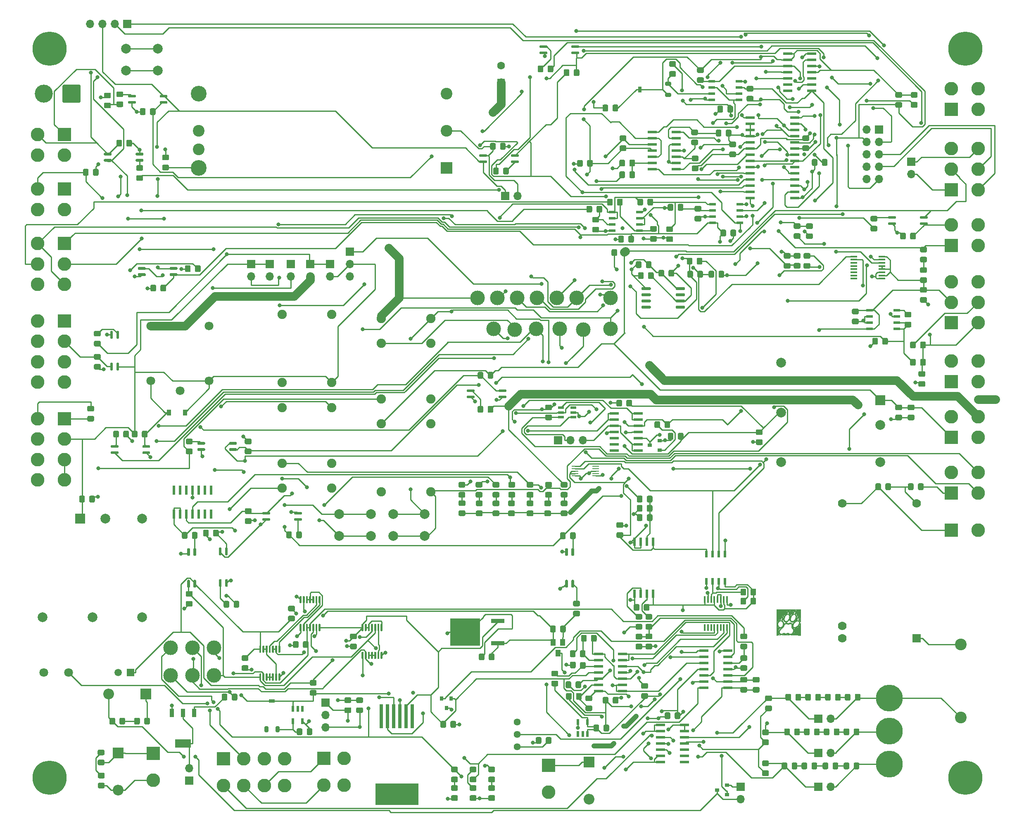
<source format=gbr>
%TF.GenerationSoftware,KiCad,Pcbnew,(5.1.6)-1*%
%TF.CreationDate,2021-04-27T14:52:06-04:00*%
%TF.ProjectId,TSI_Rev.5,5453495f-5265-4762-9e35-2e6b69636164,rev?*%
%TF.SameCoordinates,Original*%
%TF.FileFunction,Copper,L1,Top*%
%TF.FilePolarity,Positive*%
%FSLAX46Y46*%
G04 Gerber Fmt 4.6, Leading zero omitted, Abs format (unit mm)*
G04 Created by KiCad (PCBNEW (5.1.6)-1) date 2021-04-27 14:52:06*
%MOMM*%
%LPD*%
G01*
G04 APERTURE LIST*
%TA.AperFunction,EtchedComponent*%
%ADD10C,0.002540*%
%TD*%
%TA.AperFunction,ComponentPad*%
%ADD11C,2.000000*%
%TD*%
%TA.AperFunction,ComponentPad*%
%ADD12R,2.000000X2.000000*%
%TD*%
%TA.AperFunction,ComponentPad*%
%ADD13O,1.700000X1.700000*%
%TD*%
%TA.AperFunction,ComponentPad*%
%ADD14R,1.700000X1.700000*%
%TD*%
%TA.AperFunction,SMDPad,CuDef*%
%ADD15R,0.760000X5.000000*%
%TD*%
%TA.AperFunction,SMDPad,CuDef*%
%ADD16R,8.800000X4.500000*%
%TD*%
%TA.AperFunction,ComponentPad*%
%ADD17C,2.800000*%
%TD*%
%TA.AperFunction,ComponentPad*%
%ADD18R,2.800000X2.800000*%
%TD*%
%TA.AperFunction,SMDPad,CuDef*%
%ADD19R,0.762000X1.270000*%
%TD*%
%TA.AperFunction,SMDPad,CuDef*%
%ADD20R,1.270000X0.762000*%
%TD*%
%TA.AperFunction,SMDPad,CuDef*%
%ADD21R,0.410000X1.470000*%
%TD*%
%TA.AperFunction,SMDPad,CuDef*%
%ADD22R,6.090000X5.630000*%
%TD*%
%TA.AperFunction,SMDPad,CuDef*%
%ADD23R,2.830000X0.970000*%
%TD*%
%TA.AperFunction,ComponentPad*%
%ADD24C,1.778000*%
%TD*%
%TA.AperFunction,ComponentPad*%
%ADD25R,1.778000X1.778000*%
%TD*%
%TA.AperFunction,SMDPad,CuDef*%
%ADD26C,3.000000*%
%TD*%
%TA.AperFunction,ComponentPad*%
%ADD27C,2.400000*%
%TD*%
%TA.AperFunction,SMDPad,CuDef*%
%ADD28R,0.900000X1.200000*%
%TD*%
%TA.AperFunction,ComponentPad*%
%ADD29R,2.200000X2.200000*%
%TD*%
%TA.AperFunction,ComponentPad*%
%ADD30O,2.200000X2.200000*%
%TD*%
%TA.AperFunction,SMDPad,CuDef*%
%ADD31R,0.590000X1.210000*%
%TD*%
%TA.AperFunction,ComponentPad*%
%ADD32C,5.500000*%
%TD*%
%TA.AperFunction,ComponentPad*%
%ADD33C,1.808000*%
%TD*%
%TA.AperFunction,SMDPad,CuDef*%
%ADD34R,1.000000X1.400000*%
%TD*%
%TA.AperFunction,SMDPad,CuDef*%
%ADD35R,0.900000X0.800000*%
%TD*%
%TA.AperFunction,SMDPad,CuDef*%
%ADD36R,1.210000X0.580000*%
%TD*%
%TA.AperFunction,SMDPad,CuDef*%
%ADD37R,1.422400X0.533400*%
%TD*%
%TA.AperFunction,SMDPad,CuDef*%
%ADD38R,0.590000X1.800000*%
%TD*%
%TA.AperFunction,SMDPad,CuDef*%
%ADD39R,0.533400X1.422400*%
%TD*%
%TA.AperFunction,SMDPad,CuDef*%
%ADD40R,1.900000X0.600000*%
%TD*%
%TA.AperFunction,ComponentPad*%
%ADD41C,7.000000*%
%TD*%
%TA.AperFunction,SMDPad,CuDef*%
%ADD42R,1.470000X0.280000*%
%TD*%
%TA.AperFunction,SMDPad,CuDef*%
%ADD43R,0.600000X1.900000*%
%TD*%
%TA.AperFunction,SMDPad,CuDef*%
%ADD44R,0.800000X0.900000*%
%TD*%
%TA.AperFunction,ComponentPad*%
%ADD45C,1.905000*%
%TD*%
%TA.AperFunction,ComponentPad*%
%ADD46C,1.600000*%
%TD*%
%TA.AperFunction,ComponentPad*%
%ADD47R,1.600000X1.600000*%
%TD*%
%TA.AperFunction,ComponentPad*%
%ADD48C,1.508000*%
%TD*%
%TA.AperFunction,ComponentPad*%
%ADD49R,1.508000X1.508000*%
%TD*%
%TA.AperFunction,ComponentPad*%
%ADD50C,1.800000*%
%TD*%
%TA.AperFunction,ComponentPad*%
%ADD51C,1.440000*%
%TD*%
%TA.AperFunction,SMDPad,CuDef*%
%ADD52R,3.190000X1.760000*%
%TD*%
%TA.AperFunction,SMDPad,CuDef*%
%ADD53R,0.940000X1.760000*%
%TD*%
%TA.AperFunction,ComponentPad*%
%ADD54C,3.226000*%
%TD*%
%TA.AperFunction,ComponentPad*%
%ADD55R,2.400000X2.400000*%
%TD*%
%TA.AperFunction,SMDPad,CuDef*%
%ADD56R,1.470000X0.410000*%
%TD*%
%TA.AperFunction,ComponentPad*%
%ADD57C,3.700000*%
%TD*%
%TA.AperFunction,ViaPad*%
%ADD58C,0.800000*%
%TD*%
%TA.AperFunction,Conductor*%
%ADD59C,0.250000*%
%TD*%
%TA.AperFunction,Conductor*%
%ADD60C,1.800000*%
%TD*%
%TA.AperFunction,Conductor*%
%ADD61C,1.000000*%
%TD*%
%TA.AperFunction,Conductor*%
%ADD62C,0.550800*%
%TD*%
G04 APERTURE END LIST*
D10*
%TO.C,VAL*%
G36*
X261790180Y-175658780D02*
G01*
X261787640Y-176964340D01*
X261787640Y-177139600D01*
X261787640Y-177299620D01*
X261787640Y-177444400D01*
X261787640Y-177571400D01*
X261787640Y-177688240D01*
X261787640Y-177789840D01*
X261787640Y-177878740D01*
X261787640Y-177954940D01*
X261785100Y-178020980D01*
X261785100Y-178076860D01*
X261785100Y-178122580D01*
X261785100Y-178158140D01*
X261782560Y-178186080D01*
X261782560Y-178203860D01*
X261780020Y-178216560D01*
X261780020Y-178224180D01*
X261777480Y-178224180D01*
X261777480Y-178219100D01*
X261759700Y-178158140D01*
X261736840Y-178097180D01*
X261711440Y-178043840D01*
X261686040Y-178000660D01*
X261670800Y-177982880D01*
X261663180Y-177972720D01*
X261660640Y-177962560D01*
X261660640Y-177949860D01*
X261663180Y-177927000D01*
X261670800Y-177893980D01*
X261688580Y-177787300D01*
X261701280Y-177678080D01*
X261703820Y-177563780D01*
X261701280Y-177452020D01*
X261691120Y-177345340D01*
X261670800Y-177251360D01*
X261670800Y-177246280D01*
X261642860Y-177159920D01*
X261604760Y-177088800D01*
X261559040Y-177030380D01*
X261505700Y-176987200D01*
X261477760Y-176971960D01*
X261449820Y-176959260D01*
X261421880Y-176951640D01*
X261391400Y-176949100D01*
X261358380Y-176949100D01*
X261320280Y-176949100D01*
X261289800Y-176951640D01*
X261266940Y-176959260D01*
X261236460Y-176971960D01*
X261228840Y-176977040D01*
X261170420Y-177015140D01*
X261134860Y-177048160D01*
X261096760Y-177091340D01*
X261086600Y-177027840D01*
X261061200Y-176916080D01*
X261023100Y-176806860D01*
X260972300Y-176710340D01*
X260969760Y-176702720D01*
X260934200Y-176649380D01*
X260951980Y-176590960D01*
X260967220Y-176530000D01*
X260979920Y-176476660D01*
X260987540Y-176423320D01*
X260992620Y-176369980D01*
X260995160Y-176309020D01*
X260997700Y-176237900D01*
X260997700Y-176207420D01*
X260995160Y-176108360D01*
X260990080Y-176024540D01*
X260982460Y-175953420D01*
X260967220Y-175892460D01*
X260949440Y-175841660D01*
X260924040Y-175798480D01*
X260896100Y-175760380D01*
X260873240Y-175740060D01*
X260835140Y-175707040D01*
X260797040Y-175686720D01*
X260756400Y-175674020D01*
X260705600Y-175666400D01*
X260667500Y-175666400D01*
X260614160Y-175668940D01*
X260565900Y-175679100D01*
X260522720Y-175696880D01*
X260484620Y-175727360D01*
X260443980Y-175768000D01*
X260400800Y-175821340D01*
X260383020Y-175844200D01*
X260299200Y-175973740D01*
X260225540Y-176110900D01*
X260162040Y-176248060D01*
X260113780Y-176387760D01*
X260096000Y-176443640D01*
X260085840Y-176481740D01*
X260078220Y-176512220D01*
X260070600Y-176535080D01*
X260068060Y-176542700D01*
X260012180Y-176585880D01*
X259948680Y-176639220D01*
X259885180Y-176697640D01*
X259824220Y-176761140D01*
X259786120Y-176804320D01*
X259742940Y-176855120D01*
X259709920Y-176784000D01*
X259692140Y-176748440D01*
X259674360Y-176715420D01*
X259659120Y-176690020D01*
X259654040Y-176682400D01*
X259633720Y-176654460D01*
X259651500Y-176578260D01*
X259674360Y-176481740D01*
X259689600Y-176377600D01*
X259697220Y-176270920D01*
X259697220Y-176166780D01*
X259692140Y-176065180D01*
X259681980Y-175971200D01*
X259664200Y-175889920D01*
X259659120Y-175874680D01*
X259631180Y-175811180D01*
X259595620Y-175757840D01*
X259554980Y-175722280D01*
X259514340Y-175694340D01*
X259473700Y-175679100D01*
X259430520Y-175668940D01*
X259377180Y-175666400D01*
X259364480Y-175666400D01*
X259313680Y-175668940D01*
X259270500Y-175676560D01*
X259229860Y-175694340D01*
X259191760Y-175719740D01*
X259153660Y-175755300D01*
X259113020Y-175801020D01*
X259069840Y-175861980D01*
X259044440Y-175897540D01*
X258978400Y-176004220D01*
X258919980Y-176118520D01*
X258866640Y-176235360D01*
X258823460Y-176349660D01*
X258790440Y-176458880D01*
X258787900Y-176471580D01*
X258772660Y-176537620D01*
X258716780Y-176580800D01*
X258627880Y-176651920D01*
X258544060Y-176738280D01*
X258462780Y-176834800D01*
X258389120Y-176936400D01*
X258325620Y-177040540D01*
X258318000Y-177058320D01*
X258277360Y-177134520D01*
X258262120Y-177106580D01*
X258229100Y-177055780D01*
X258180840Y-177012600D01*
X258124960Y-176977040D01*
X258064000Y-176954180D01*
X258028440Y-176946560D01*
X257972560Y-176946560D01*
X257919220Y-176956720D01*
X257870960Y-176977040D01*
X257820160Y-177007520D01*
X257769360Y-177053240D01*
X257716020Y-177114200D01*
X257657600Y-177187860D01*
X257624580Y-177236120D01*
X257540760Y-177368200D01*
X257469640Y-177502820D01*
X257413760Y-177637440D01*
X257373120Y-177761900D01*
X257342640Y-177863500D01*
X257299460Y-177888900D01*
X257268980Y-177909220D01*
X257233420Y-177939700D01*
X257192780Y-177977800D01*
X257152140Y-178018440D01*
X257111500Y-178059080D01*
X257078480Y-178099720D01*
X257055620Y-178127660D01*
X256992120Y-178239420D01*
X256941320Y-178361340D01*
X256903220Y-178485800D01*
X256900680Y-178503580D01*
X256893060Y-178551840D01*
X256887980Y-178612800D01*
X256885440Y-178678840D01*
X256887980Y-178749960D01*
X256890520Y-178816000D01*
X256895600Y-178876960D01*
X256903220Y-178927760D01*
X256903220Y-178935380D01*
X256936240Y-179052220D01*
X256984500Y-179161440D01*
X257042920Y-179263040D01*
X257111500Y-179354480D01*
X257192780Y-179433220D01*
X257271520Y-179491640D01*
X257317240Y-179519580D01*
X257373120Y-179547520D01*
X257429000Y-179570380D01*
X257479800Y-179588160D01*
X257489960Y-179590700D01*
X257512820Y-179595780D01*
X257464560Y-179654200D01*
X257388360Y-179748180D01*
X257324860Y-179844700D01*
X257274060Y-179943760D01*
X257233420Y-180047900D01*
X257210560Y-180126640D01*
X257197860Y-180197760D01*
X257190240Y-180276500D01*
X257187700Y-180355240D01*
X257192780Y-180431440D01*
X257205480Y-180497480D01*
X257208020Y-180502560D01*
X257241040Y-180599080D01*
X257289300Y-180685440D01*
X257350260Y-180764180D01*
X257421380Y-180830220D01*
X257502660Y-180883560D01*
X257594100Y-180924200D01*
X257639820Y-180939440D01*
X257675380Y-180949600D01*
X257703320Y-180957220D01*
X257723640Y-180959760D01*
X257721100Y-180962300D01*
X257700780Y-180962300D01*
X257667760Y-180962300D01*
X257622040Y-180962300D01*
X257566160Y-180964840D01*
X257500120Y-180964840D01*
X257423920Y-180964840D01*
X257342640Y-180964840D01*
X257312160Y-180964840D01*
X256877820Y-180967380D01*
X256877820Y-178313080D01*
X256877820Y-175658780D01*
X259334000Y-175658780D01*
X261790180Y-175658780D01*
G37*
X261790180Y-175658780D02*
X261787640Y-176964340D01*
X261787640Y-177139600D01*
X261787640Y-177299620D01*
X261787640Y-177444400D01*
X261787640Y-177571400D01*
X261787640Y-177688240D01*
X261787640Y-177789840D01*
X261787640Y-177878740D01*
X261787640Y-177954940D01*
X261785100Y-178020980D01*
X261785100Y-178076860D01*
X261785100Y-178122580D01*
X261785100Y-178158140D01*
X261782560Y-178186080D01*
X261782560Y-178203860D01*
X261780020Y-178216560D01*
X261780020Y-178224180D01*
X261777480Y-178224180D01*
X261777480Y-178219100D01*
X261759700Y-178158140D01*
X261736840Y-178097180D01*
X261711440Y-178043840D01*
X261686040Y-178000660D01*
X261670800Y-177982880D01*
X261663180Y-177972720D01*
X261660640Y-177962560D01*
X261660640Y-177949860D01*
X261663180Y-177927000D01*
X261670800Y-177893980D01*
X261688580Y-177787300D01*
X261701280Y-177678080D01*
X261703820Y-177563780D01*
X261701280Y-177452020D01*
X261691120Y-177345340D01*
X261670800Y-177251360D01*
X261670800Y-177246280D01*
X261642860Y-177159920D01*
X261604760Y-177088800D01*
X261559040Y-177030380D01*
X261505700Y-176987200D01*
X261477760Y-176971960D01*
X261449820Y-176959260D01*
X261421880Y-176951640D01*
X261391400Y-176949100D01*
X261358380Y-176949100D01*
X261320280Y-176949100D01*
X261289800Y-176951640D01*
X261266940Y-176959260D01*
X261236460Y-176971960D01*
X261228840Y-176977040D01*
X261170420Y-177015140D01*
X261134860Y-177048160D01*
X261096760Y-177091340D01*
X261086600Y-177027840D01*
X261061200Y-176916080D01*
X261023100Y-176806860D01*
X260972300Y-176710340D01*
X260969760Y-176702720D01*
X260934200Y-176649380D01*
X260951980Y-176590960D01*
X260967220Y-176530000D01*
X260979920Y-176476660D01*
X260987540Y-176423320D01*
X260992620Y-176369980D01*
X260995160Y-176309020D01*
X260997700Y-176237900D01*
X260997700Y-176207420D01*
X260995160Y-176108360D01*
X260990080Y-176024540D01*
X260982460Y-175953420D01*
X260967220Y-175892460D01*
X260949440Y-175841660D01*
X260924040Y-175798480D01*
X260896100Y-175760380D01*
X260873240Y-175740060D01*
X260835140Y-175707040D01*
X260797040Y-175686720D01*
X260756400Y-175674020D01*
X260705600Y-175666400D01*
X260667500Y-175666400D01*
X260614160Y-175668940D01*
X260565900Y-175679100D01*
X260522720Y-175696880D01*
X260484620Y-175727360D01*
X260443980Y-175768000D01*
X260400800Y-175821340D01*
X260383020Y-175844200D01*
X260299200Y-175973740D01*
X260225540Y-176110900D01*
X260162040Y-176248060D01*
X260113780Y-176387760D01*
X260096000Y-176443640D01*
X260085840Y-176481740D01*
X260078220Y-176512220D01*
X260070600Y-176535080D01*
X260068060Y-176542700D01*
X260012180Y-176585880D01*
X259948680Y-176639220D01*
X259885180Y-176697640D01*
X259824220Y-176761140D01*
X259786120Y-176804320D01*
X259742940Y-176855120D01*
X259709920Y-176784000D01*
X259692140Y-176748440D01*
X259674360Y-176715420D01*
X259659120Y-176690020D01*
X259654040Y-176682400D01*
X259633720Y-176654460D01*
X259651500Y-176578260D01*
X259674360Y-176481740D01*
X259689600Y-176377600D01*
X259697220Y-176270920D01*
X259697220Y-176166780D01*
X259692140Y-176065180D01*
X259681980Y-175971200D01*
X259664200Y-175889920D01*
X259659120Y-175874680D01*
X259631180Y-175811180D01*
X259595620Y-175757840D01*
X259554980Y-175722280D01*
X259514340Y-175694340D01*
X259473700Y-175679100D01*
X259430520Y-175668940D01*
X259377180Y-175666400D01*
X259364480Y-175666400D01*
X259313680Y-175668940D01*
X259270500Y-175676560D01*
X259229860Y-175694340D01*
X259191760Y-175719740D01*
X259153660Y-175755300D01*
X259113020Y-175801020D01*
X259069840Y-175861980D01*
X259044440Y-175897540D01*
X258978400Y-176004220D01*
X258919980Y-176118520D01*
X258866640Y-176235360D01*
X258823460Y-176349660D01*
X258790440Y-176458880D01*
X258787900Y-176471580D01*
X258772660Y-176537620D01*
X258716780Y-176580800D01*
X258627880Y-176651920D01*
X258544060Y-176738280D01*
X258462780Y-176834800D01*
X258389120Y-176936400D01*
X258325620Y-177040540D01*
X258318000Y-177058320D01*
X258277360Y-177134520D01*
X258262120Y-177106580D01*
X258229100Y-177055780D01*
X258180840Y-177012600D01*
X258124960Y-176977040D01*
X258064000Y-176954180D01*
X258028440Y-176946560D01*
X257972560Y-176946560D01*
X257919220Y-176956720D01*
X257870960Y-176977040D01*
X257820160Y-177007520D01*
X257769360Y-177053240D01*
X257716020Y-177114200D01*
X257657600Y-177187860D01*
X257624580Y-177236120D01*
X257540760Y-177368200D01*
X257469640Y-177502820D01*
X257413760Y-177637440D01*
X257373120Y-177761900D01*
X257342640Y-177863500D01*
X257299460Y-177888900D01*
X257268980Y-177909220D01*
X257233420Y-177939700D01*
X257192780Y-177977800D01*
X257152140Y-178018440D01*
X257111500Y-178059080D01*
X257078480Y-178099720D01*
X257055620Y-178127660D01*
X256992120Y-178239420D01*
X256941320Y-178361340D01*
X256903220Y-178485800D01*
X256900680Y-178503580D01*
X256893060Y-178551840D01*
X256887980Y-178612800D01*
X256885440Y-178678840D01*
X256887980Y-178749960D01*
X256890520Y-178816000D01*
X256895600Y-178876960D01*
X256903220Y-178927760D01*
X256903220Y-178935380D01*
X256936240Y-179052220D01*
X256984500Y-179161440D01*
X257042920Y-179263040D01*
X257111500Y-179354480D01*
X257192780Y-179433220D01*
X257271520Y-179491640D01*
X257317240Y-179519580D01*
X257373120Y-179547520D01*
X257429000Y-179570380D01*
X257479800Y-179588160D01*
X257489960Y-179590700D01*
X257512820Y-179595780D01*
X257464560Y-179654200D01*
X257388360Y-179748180D01*
X257324860Y-179844700D01*
X257274060Y-179943760D01*
X257233420Y-180047900D01*
X257210560Y-180126640D01*
X257197860Y-180197760D01*
X257190240Y-180276500D01*
X257187700Y-180355240D01*
X257192780Y-180431440D01*
X257205480Y-180497480D01*
X257208020Y-180502560D01*
X257241040Y-180599080D01*
X257289300Y-180685440D01*
X257350260Y-180764180D01*
X257421380Y-180830220D01*
X257502660Y-180883560D01*
X257594100Y-180924200D01*
X257639820Y-180939440D01*
X257675380Y-180949600D01*
X257703320Y-180957220D01*
X257723640Y-180959760D01*
X257721100Y-180962300D01*
X257700780Y-180962300D01*
X257667760Y-180962300D01*
X257622040Y-180962300D01*
X257566160Y-180964840D01*
X257500120Y-180964840D01*
X257423920Y-180964840D01*
X257342640Y-180964840D01*
X257312160Y-180964840D01*
X256877820Y-180967380D01*
X256877820Y-178313080D01*
X256877820Y-175658780D01*
X259334000Y-175658780D01*
X261790180Y-175658780D01*
G36*
X259532120Y-180957220D02*
G01*
X259529580Y-180959760D01*
X259519420Y-180959760D01*
X259504180Y-180962300D01*
X259478780Y-180962300D01*
X259445760Y-180962300D01*
X259402580Y-180964840D01*
X259349240Y-180964840D01*
X259283200Y-180964840D01*
X259204460Y-180964840D01*
X259110480Y-180964840D01*
X259006340Y-180964840D01*
X258884420Y-180964840D01*
X258762500Y-180964840D01*
X258625340Y-180964840D01*
X258505960Y-180964840D01*
X258399280Y-180964840D01*
X258307840Y-180964840D01*
X258231640Y-180964840D01*
X258165600Y-180964840D01*
X258114800Y-180962300D01*
X258071620Y-180962300D01*
X258041140Y-180962300D01*
X258018280Y-180959760D01*
X258003040Y-180959760D01*
X257995420Y-180957220D01*
X258003040Y-180954680D01*
X258005580Y-180954680D01*
X258056380Y-180941980D01*
X258107180Y-180926740D01*
X258163060Y-180906420D01*
X258224020Y-180878480D01*
X258284980Y-180850540D01*
X258401820Y-180794660D01*
X258442460Y-180830220D01*
X258508500Y-180878480D01*
X258584700Y-180911500D01*
X258671060Y-180934360D01*
X258765040Y-180941980D01*
X258767580Y-180941980D01*
X258851400Y-180936900D01*
X258932680Y-180919120D01*
X259011420Y-180891180D01*
X259095240Y-180848000D01*
X259135880Y-180822600D01*
X259189220Y-180787040D01*
X259234940Y-180822600D01*
X259328920Y-180883560D01*
X259427980Y-180926740D01*
X259519420Y-180954680D01*
X259527040Y-180954680D01*
X259532120Y-180957220D01*
G37*
X259532120Y-180957220D02*
X259529580Y-180959760D01*
X259519420Y-180959760D01*
X259504180Y-180962300D01*
X259478780Y-180962300D01*
X259445760Y-180962300D01*
X259402580Y-180964840D01*
X259349240Y-180964840D01*
X259283200Y-180964840D01*
X259204460Y-180964840D01*
X259110480Y-180964840D01*
X259006340Y-180964840D01*
X258884420Y-180964840D01*
X258762500Y-180964840D01*
X258625340Y-180964840D01*
X258505960Y-180964840D01*
X258399280Y-180964840D01*
X258307840Y-180964840D01*
X258231640Y-180964840D01*
X258165600Y-180964840D01*
X258114800Y-180962300D01*
X258071620Y-180962300D01*
X258041140Y-180962300D01*
X258018280Y-180959760D01*
X258003040Y-180959760D01*
X257995420Y-180957220D01*
X258003040Y-180954680D01*
X258005580Y-180954680D01*
X258056380Y-180941980D01*
X258107180Y-180926740D01*
X258163060Y-180906420D01*
X258224020Y-180878480D01*
X258284980Y-180850540D01*
X258401820Y-180794660D01*
X258442460Y-180830220D01*
X258508500Y-180878480D01*
X258584700Y-180911500D01*
X258671060Y-180934360D01*
X258765040Y-180941980D01*
X258767580Y-180941980D01*
X258851400Y-180936900D01*
X258932680Y-180919120D01*
X259011420Y-180891180D01*
X259095240Y-180848000D01*
X259135880Y-180822600D01*
X259189220Y-180787040D01*
X259234940Y-180822600D01*
X259328920Y-180883560D01*
X259427980Y-180926740D01*
X259519420Y-180954680D01*
X259527040Y-180954680D01*
X259532120Y-180957220D01*
G36*
X261790180Y-180967380D02*
G01*
X260786880Y-180964840D01*
X260786880Y-179712620D01*
X260784340Y-179707540D01*
X260776720Y-179707540D01*
X260764020Y-179715160D01*
X260761480Y-179738020D01*
X260761480Y-179740560D01*
X260761480Y-179760880D01*
X260766560Y-179765960D01*
X260771640Y-179753260D01*
X260781800Y-179732940D01*
X260786880Y-179712620D01*
X260786880Y-180964840D01*
X260784340Y-180964840D01*
X260753860Y-180964840D01*
X260753860Y-179732940D01*
X260746240Y-179735480D01*
X260743700Y-179738020D01*
X260733540Y-179743100D01*
X260731000Y-179735480D01*
X260731000Y-179727860D01*
X260725920Y-179710080D01*
X260715760Y-179705000D01*
X260705600Y-179715160D01*
X260703060Y-179725320D01*
X260695440Y-179748180D01*
X260692900Y-179758340D01*
X260692900Y-179710080D01*
X260687820Y-179707540D01*
X260670040Y-179705000D01*
X260667500Y-179705000D01*
X260647180Y-179707540D01*
X260642100Y-179710080D01*
X260644640Y-179712620D01*
X260652260Y-179722780D01*
X260647180Y-179740560D01*
X260647180Y-179743100D01*
X260639560Y-179760880D01*
X260639560Y-179771040D01*
X260642100Y-179771040D01*
X260649720Y-179763420D01*
X260657340Y-179748180D01*
X260662420Y-179735480D01*
X260662420Y-179732940D01*
X260670040Y-179720240D01*
X260682740Y-179712620D01*
X260692900Y-179710080D01*
X260692900Y-179758340D01*
X260690360Y-179771040D01*
X260692900Y-179771040D01*
X260703060Y-179760880D01*
X260708140Y-179750720D01*
X260720840Y-179725320D01*
X260723380Y-179750720D01*
X260725920Y-179768500D01*
X260731000Y-179771040D01*
X260743700Y-179758340D01*
X260753860Y-179743100D01*
X260753860Y-179732940D01*
X260753860Y-180964840D01*
X260631940Y-180964840D01*
X260494780Y-180964840D01*
X260372860Y-180964840D01*
X260263640Y-180964840D01*
X260172200Y-180964840D01*
X260090920Y-180964840D01*
X260022340Y-180964840D01*
X259966460Y-180962300D01*
X259920740Y-180962300D01*
X259885180Y-180962300D01*
X259859780Y-180959760D01*
X259839460Y-180959760D01*
X259829300Y-180957220D01*
X259826760Y-180957220D01*
X259829300Y-180954680D01*
X259834380Y-180954680D01*
X259951220Y-180921660D01*
X260062980Y-180875940D01*
X260167120Y-180814980D01*
X260266180Y-180738780D01*
X260337300Y-180670200D01*
X260410960Y-180583840D01*
X260471920Y-180489860D01*
X260520180Y-180388260D01*
X260560820Y-180276500D01*
X260568440Y-180248560D01*
X260576060Y-180213000D01*
X260583680Y-180185060D01*
X260586220Y-180154580D01*
X260588760Y-180119020D01*
X260591300Y-180073300D01*
X260591300Y-180027580D01*
X260588760Y-179951380D01*
X260586220Y-179885340D01*
X260576060Y-179829460D01*
X260560820Y-179776120D01*
X260540500Y-179720240D01*
X260522720Y-179682140D01*
X260510020Y-179651660D01*
X260499860Y-179628800D01*
X260494780Y-179616100D01*
X260502400Y-179613560D01*
X260522720Y-179613560D01*
X260553200Y-179611020D01*
X260565900Y-179611020D01*
X260675120Y-179603400D01*
X260789420Y-179580540D01*
X260903720Y-179542440D01*
X261018020Y-179491640D01*
X261132320Y-179425600D01*
X261180580Y-179392580D01*
X261228840Y-179357020D01*
X261284720Y-179308760D01*
X261343140Y-179252880D01*
X261401560Y-179194460D01*
X261454900Y-179136040D01*
X261503160Y-179080160D01*
X261543800Y-179031900D01*
X261546340Y-179026820D01*
X261627620Y-178902360D01*
X261691120Y-178775360D01*
X261741920Y-178648360D01*
X261772400Y-178536600D01*
X261787640Y-178455320D01*
X261787640Y-179712620D01*
X261790180Y-180967380D01*
G37*
X261790180Y-180967380D02*
X260786880Y-180964840D01*
X260786880Y-179712620D01*
X260784340Y-179707540D01*
X260776720Y-179707540D01*
X260764020Y-179715160D01*
X260761480Y-179738020D01*
X260761480Y-179740560D01*
X260761480Y-179760880D01*
X260766560Y-179765960D01*
X260771640Y-179753260D01*
X260781800Y-179732940D01*
X260786880Y-179712620D01*
X260786880Y-180964840D01*
X260784340Y-180964840D01*
X260753860Y-180964840D01*
X260753860Y-179732940D01*
X260746240Y-179735480D01*
X260743700Y-179738020D01*
X260733540Y-179743100D01*
X260731000Y-179735480D01*
X260731000Y-179727860D01*
X260725920Y-179710080D01*
X260715760Y-179705000D01*
X260705600Y-179715160D01*
X260703060Y-179725320D01*
X260695440Y-179748180D01*
X260692900Y-179758340D01*
X260692900Y-179710080D01*
X260687820Y-179707540D01*
X260670040Y-179705000D01*
X260667500Y-179705000D01*
X260647180Y-179707540D01*
X260642100Y-179710080D01*
X260644640Y-179712620D01*
X260652260Y-179722780D01*
X260647180Y-179740560D01*
X260647180Y-179743100D01*
X260639560Y-179760880D01*
X260639560Y-179771040D01*
X260642100Y-179771040D01*
X260649720Y-179763420D01*
X260657340Y-179748180D01*
X260662420Y-179735480D01*
X260662420Y-179732940D01*
X260670040Y-179720240D01*
X260682740Y-179712620D01*
X260692900Y-179710080D01*
X260692900Y-179758340D01*
X260690360Y-179771040D01*
X260692900Y-179771040D01*
X260703060Y-179760880D01*
X260708140Y-179750720D01*
X260720840Y-179725320D01*
X260723380Y-179750720D01*
X260725920Y-179768500D01*
X260731000Y-179771040D01*
X260743700Y-179758340D01*
X260753860Y-179743100D01*
X260753860Y-179732940D01*
X260753860Y-180964840D01*
X260631940Y-180964840D01*
X260494780Y-180964840D01*
X260372860Y-180964840D01*
X260263640Y-180964840D01*
X260172200Y-180964840D01*
X260090920Y-180964840D01*
X260022340Y-180964840D01*
X259966460Y-180962300D01*
X259920740Y-180962300D01*
X259885180Y-180962300D01*
X259859780Y-180959760D01*
X259839460Y-180959760D01*
X259829300Y-180957220D01*
X259826760Y-180957220D01*
X259829300Y-180954680D01*
X259834380Y-180954680D01*
X259951220Y-180921660D01*
X260062980Y-180875940D01*
X260167120Y-180814980D01*
X260266180Y-180738780D01*
X260337300Y-180670200D01*
X260410960Y-180583840D01*
X260471920Y-180489860D01*
X260520180Y-180388260D01*
X260560820Y-180276500D01*
X260568440Y-180248560D01*
X260576060Y-180213000D01*
X260583680Y-180185060D01*
X260586220Y-180154580D01*
X260588760Y-180119020D01*
X260591300Y-180073300D01*
X260591300Y-180027580D01*
X260588760Y-179951380D01*
X260586220Y-179885340D01*
X260576060Y-179829460D01*
X260560820Y-179776120D01*
X260540500Y-179720240D01*
X260522720Y-179682140D01*
X260510020Y-179651660D01*
X260499860Y-179628800D01*
X260494780Y-179616100D01*
X260502400Y-179613560D01*
X260522720Y-179613560D01*
X260553200Y-179611020D01*
X260565900Y-179611020D01*
X260675120Y-179603400D01*
X260789420Y-179580540D01*
X260903720Y-179542440D01*
X261018020Y-179491640D01*
X261132320Y-179425600D01*
X261180580Y-179392580D01*
X261228840Y-179357020D01*
X261284720Y-179308760D01*
X261343140Y-179252880D01*
X261401560Y-179194460D01*
X261454900Y-179136040D01*
X261503160Y-179080160D01*
X261543800Y-179031900D01*
X261546340Y-179026820D01*
X261627620Y-178902360D01*
X261691120Y-178775360D01*
X261741920Y-178648360D01*
X261772400Y-178536600D01*
X261787640Y-178455320D01*
X261787640Y-179712620D01*
X261790180Y-180967380D01*
G36*
X261691120Y-178379120D02*
G01*
X261686040Y-178437540D01*
X261680960Y-178488340D01*
X261675880Y-178516280D01*
X261668260Y-178551840D01*
X261655560Y-178595020D01*
X261640320Y-178640740D01*
X261637780Y-178650900D01*
X261586980Y-178767740D01*
X261520940Y-178884580D01*
X261480300Y-178945540D01*
X261480300Y-178371500D01*
X261480300Y-178323240D01*
X261477760Y-178290220D01*
X261475220Y-178264820D01*
X261470140Y-178244500D01*
X261465060Y-178224180D01*
X261459980Y-178219100D01*
X261426960Y-178163220D01*
X261406640Y-178142900D01*
X261406640Y-177533300D01*
X261404100Y-177510440D01*
X261401560Y-177467260D01*
X261393940Y-177421540D01*
X261386320Y-177375820D01*
X261378700Y-177335180D01*
X261371080Y-177299620D01*
X261363460Y-177274220D01*
X261358380Y-177264060D01*
X261350760Y-177266600D01*
X261338060Y-177281840D01*
X261317740Y-177309780D01*
X261297420Y-177345340D01*
X261272020Y-177388520D01*
X261246620Y-177436780D01*
X261223760Y-177487580D01*
X261198360Y-177538380D01*
X261178040Y-177589180D01*
X261160260Y-177634900D01*
X261160260Y-177637440D01*
X261139940Y-177700940D01*
X261122160Y-177769520D01*
X261104380Y-177848260D01*
X261091680Y-177914300D01*
X261086600Y-177942240D01*
X261132320Y-177929540D01*
X261160260Y-177924460D01*
X261198360Y-177921920D01*
X261241540Y-177919380D01*
X261264400Y-177919380D01*
X261355840Y-177919380D01*
X261373620Y-177838100D01*
X261393940Y-177731420D01*
X261404100Y-177629820D01*
X261406640Y-177533300D01*
X261406640Y-178142900D01*
X261381240Y-178120040D01*
X261345680Y-178097180D01*
X261299960Y-178081940D01*
X261241540Y-178071780D01*
X261180580Y-178071780D01*
X261114540Y-178076860D01*
X261073900Y-178087020D01*
X260972300Y-178122580D01*
X260873240Y-178170840D01*
X260779260Y-178234340D01*
X260685280Y-178305460D01*
X260601460Y-178389280D01*
X260522720Y-178478180D01*
X260451600Y-178572160D01*
X260393180Y-178671220D01*
X260347460Y-178772820D01*
X260314440Y-178874420D01*
X260299200Y-178953160D01*
X260296660Y-179029360D01*
X260304280Y-179100480D01*
X260327140Y-179163980D01*
X260360160Y-179217320D01*
X260400800Y-179257960D01*
X260454140Y-179288440D01*
X260466840Y-179293520D01*
X260512560Y-179303680D01*
X260568440Y-179306220D01*
X260629400Y-179303680D01*
X260687820Y-179296060D01*
X260713220Y-179290980D01*
X260814820Y-179255420D01*
X260913880Y-179204620D01*
X261010400Y-179141120D01*
X261104380Y-179064920D01*
X261190740Y-178981100D01*
X261272020Y-178887120D01*
X261340600Y-178788060D01*
X261401560Y-178683920D01*
X261447280Y-178577240D01*
X261452360Y-178562000D01*
X261465060Y-178526440D01*
X261472680Y-178498500D01*
X261477760Y-178470560D01*
X261480300Y-178440080D01*
X261480300Y-178399440D01*
X261480300Y-178371500D01*
X261480300Y-178945540D01*
X261444740Y-178998880D01*
X261355840Y-179105560D01*
X261256780Y-179202080D01*
X261150100Y-179290980D01*
X261040880Y-179367180D01*
X260951980Y-179415440D01*
X260893560Y-179443380D01*
X260827520Y-179466240D01*
X260756400Y-179489100D01*
X260692900Y-179504340D01*
X260652260Y-179509420D01*
X260558280Y-179514500D01*
X260469380Y-179504340D01*
X260388100Y-179481480D01*
X260314440Y-179445920D01*
X260250940Y-179397660D01*
X260233160Y-179382420D01*
X260225540Y-179377340D01*
X260223000Y-179377340D01*
X260228080Y-179387500D01*
X260240780Y-179407820D01*
X260258560Y-179435760D01*
X260283960Y-179471320D01*
X260301740Y-179499260D01*
X260357620Y-179583080D01*
X260400800Y-179656740D01*
X260433820Y-179722780D01*
X260459220Y-179788820D01*
X260479540Y-179852320D01*
X260492240Y-179918360D01*
X260494780Y-179946300D01*
X260499860Y-180045360D01*
X260487160Y-180149500D01*
X260464300Y-180253640D01*
X260426200Y-180357780D01*
X260377940Y-180454300D01*
X260316980Y-180543200D01*
X260309360Y-180553360D01*
X260291580Y-180573680D01*
X260291580Y-180025040D01*
X260289040Y-179969160D01*
X260283960Y-179920900D01*
X260271260Y-179872640D01*
X260256020Y-179824380D01*
X260230620Y-179773580D01*
X260197600Y-179715160D01*
X260156960Y-179649120D01*
X260123940Y-179598320D01*
X260075680Y-179529740D01*
X260040120Y-179468780D01*
X260012180Y-179415440D01*
X259991860Y-179367180D01*
X259976620Y-179321460D01*
X259974080Y-179303680D01*
X259966460Y-179255420D01*
X259961380Y-179209700D01*
X259963920Y-179163980D01*
X259969000Y-179108100D01*
X259981700Y-179042060D01*
X259981700Y-179034440D01*
X259994400Y-178968400D01*
X259999480Y-178912520D01*
X259999480Y-178864260D01*
X259989320Y-178823620D01*
X259976620Y-178780440D01*
X259969000Y-178767740D01*
X259933440Y-178709320D01*
X259885180Y-178661060D01*
X259829300Y-178628040D01*
X259765800Y-178610260D01*
X259697220Y-178607720D01*
X259651500Y-178612800D01*
X259621020Y-178620420D01*
X259580380Y-178635660D01*
X259529580Y-178655980D01*
X259476240Y-178681380D01*
X259407660Y-178711860D01*
X259351780Y-178734720D01*
X259300980Y-178744880D01*
X259257800Y-178747420D01*
X259217160Y-178739800D01*
X259176520Y-178724560D01*
X259135880Y-178696620D01*
X259128260Y-178694080D01*
X259080000Y-178658520D01*
X259039360Y-178635660D01*
X259001260Y-178620420D01*
X258965700Y-178612800D01*
X258925060Y-178610260D01*
X258907280Y-178610260D01*
X258864100Y-178610260D01*
X258831080Y-178615340D01*
X258800600Y-178622960D01*
X258777740Y-178630580D01*
X258699000Y-178668680D01*
X258630420Y-178714400D01*
X258572000Y-178767740D01*
X258516120Y-178828700D01*
X258470400Y-178899820D01*
X258434840Y-178978560D01*
X258414520Y-179031900D01*
X258391660Y-179097940D01*
X258366260Y-179156360D01*
X258338320Y-179212240D01*
X258305300Y-179265580D01*
X258267200Y-179318920D01*
X258221480Y-179372260D01*
X258193540Y-179397660D01*
X258193540Y-178663600D01*
X258193540Y-178612800D01*
X258191000Y-178574700D01*
X258188460Y-178541680D01*
X258183380Y-178513740D01*
X258175760Y-178485800D01*
X258170680Y-178465480D01*
X258142740Y-178384200D01*
X258109720Y-178318160D01*
X258066540Y-178257200D01*
X258020820Y-178206400D01*
X258003040Y-178191160D01*
X258003040Y-177363120D01*
X258003040Y-177325020D01*
X258003040Y-177297080D01*
X258000500Y-177286920D01*
X257995420Y-177253900D01*
X257962400Y-177292000D01*
X257926840Y-177332640D01*
X257891280Y-177385980D01*
X257850640Y-177446940D01*
X257812540Y-177507900D01*
X257776980Y-177571400D01*
X257751580Y-177624740D01*
X257733800Y-177660300D01*
X257716020Y-177700940D01*
X257698240Y-177749200D01*
X257680460Y-177794920D01*
X257665220Y-177838100D01*
X257652520Y-177876200D01*
X257642360Y-177904140D01*
X257639820Y-177916840D01*
X257647440Y-177919380D01*
X257670300Y-177919380D01*
X257700780Y-177921920D01*
X257726180Y-177919380D01*
X257784600Y-177919380D01*
X257827780Y-177924460D01*
X257853180Y-177929540D01*
X257891280Y-177939700D01*
X257903980Y-177909220D01*
X257914140Y-177888900D01*
X257926840Y-177855880D01*
X257939540Y-177820320D01*
X257939540Y-177812700D01*
X257962400Y-177744120D01*
X257980180Y-177678080D01*
X257990340Y-177612040D01*
X257997960Y-177538380D01*
X258003040Y-177459640D01*
X258003040Y-177411380D01*
X258003040Y-177363120D01*
X258003040Y-178191160D01*
X257959860Y-178150520D01*
X257896360Y-178109880D01*
X257827780Y-178084480D01*
X257754120Y-178071780D01*
X257708400Y-178071780D01*
X257622040Y-178079400D01*
X257540760Y-178102260D01*
X257467100Y-178142900D01*
X257398520Y-178196240D01*
X257335020Y-178264820D01*
X257281680Y-178346100D01*
X257253740Y-178396900D01*
X257228340Y-178455320D01*
X257210560Y-178506120D01*
X257197860Y-178556920D01*
X257190240Y-178610260D01*
X257187700Y-178673760D01*
X257187700Y-178714400D01*
X257187700Y-178767740D01*
X257190240Y-178808380D01*
X257192780Y-178841400D01*
X257197860Y-178871880D01*
X257205480Y-178902360D01*
X257208020Y-178904900D01*
X257241040Y-178998880D01*
X257286760Y-179082700D01*
X257342640Y-179153820D01*
X257406140Y-179214780D01*
X257477260Y-179260500D01*
X257538220Y-179288440D01*
X257594100Y-179301140D01*
X257657600Y-179306220D01*
X257723640Y-179303680D01*
X257779520Y-179296060D01*
X257784600Y-179293520D01*
X257868420Y-179260500D01*
X257947160Y-179212240D01*
X258015740Y-179148740D01*
X258074160Y-179075080D01*
X258124960Y-178988720D01*
X258163060Y-178894740D01*
X258175760Y-178854100D01*
X258183380Y-178821080D01*
X258188460Y-178788060D01*
X258191000Y-178752500D01*
X258193540Y-178704240D01*
X258193540Y-178663600D01*
X258193540Y-179397660D01*
X258165600Y-179428140D01*
X258099560Y-179489100D01*
X258023360Y-179557680D01*
X257967480Y-179603400D01*
X257883660Y-179674520D01*
X257815080Y-179735480D01*
X257754120Y-179791360D01*
X257705860Y-179842160D01*
X257662680Y-179887880D01*
X257629660Y-179933600D01*
X257599180Y-179979320D01*
X257571240Y-180027580D01*
X257566160Y-180040280D01*
X257533140Y-180108860D01*
X257512820Y-180169820D01*
X257500120Y-180230780D01*
X257492500Y-180294280D01*
X257492500Y-180327300D01*
X257492500Y-180370480D01*
X257495040Y-180400960D01*
X257497580Y-180423820D01*
X257505200Y-180444140D01*
X257515360Y-180469540D01*
X257517900Y-180477160D01*
X257535680Y-180510180D01*
X257556000Y-180540660D01*
X257571240Y-180560980D01*
X257599180Y-180586380D01*
X257637280Y-180611780D01*
X257680460Y-180634640D01*
X257721100Y-180649880D01*
X257731260Y-180652420D01*
X257766820Y-180657500D01*
X257812540Y-180660040D01*
X257865880Y-180660040D01*
X257916680Y-180657500D01*
X257962400Y-180652420D01*
X257980180Y-180649880D01*
X258005580Y-180639720D01*
X258043680Y-180627020D01*
X258089400Y-180606700D01*
X258135120Y-180586380D01*
X258160520Y-180573680D01*
X258218940Y-180545740D01*
X258267200Y-180522880D01*
X258305300Y-180510180D01*
X258338320Y-180500020D01*
X258366260Y-180492400D01*
X258399280Y-180489860D01*
X258424680Y-180489860D01*
X258467860Y-180492400D01*
X258503420Y-180500020D01*
X258536440Y-180517800D01*
X258572000Y-180543200D01*
X258597400Y-180563520D01*
X258638040Y-180599080D01*
X258671060Y-180619400D01*
X258704080Y-180632100D01*
X258742180Y-180639720D01*
X258767580Y-180639720D01*
X258808220Y-180637180D01*
X258848860Y-180627020D01*
X258892040Y-180611780D01*
X258940300Y-180586380D01*
X258973320Y-180566060D01*
X259029200Y-180533040D01*
X259074920Y-180512720D01*
X259115560Y-180497480D01*
X259156200Y-180492400D01*
X259186680Y-180489860D01*
X259227320Y-180492400D01*
X259262880Y-180497480D01*
X259298440Y-180507640D01*
X259336540Y-180525420D01*
X259379720Y-180553360D01*
X259402580Y-180568600D01*
X259461000Y-180606700D01*
X259511800Y-180632100D01*
X259560060Y-180649880D01*
X259610860Y-180657500D01*
X259666740Y-180662580D01*
X259676900Y-180662580D01*
X259773420Y-180654960D01*
X259864860Y-180629560D01*
X259951220Y-180594000D01*
X260029960Y-180543200D01*
X260101080Y-180482240D01*
X260164580Y-180408580D01*
X260215380Y-180329840D01*
X260253480Y-180240940D01*
X260278880Y-180146960D01*
X260291580Y-180047900D01*
X260291580Y-180025040D01*
X260291580Y-180573680D01*
X260228080Y-180642260D01*
X260136640Y-180718460D01*
X260037580Y-180779420D01*
X259928360Y-180825140D01*
X259816600Y-180855620D01*
X259778500Y-180863240D01*
X259674360Y-180870860D01*
X259572760Y-180863240D01*
X259476240Y-180837840D01*
X259382260Y-180797200D01*
X259290820Y-180741320D01*
X259288280Y-180738780D01*
X259245100Y-180710840D01*
X259209540Y-180695600D01*
X259176520Y-180695600D01*
X259138420Y-180705760D01*
X259097780Y-180731160D01*
X259095240Y-180731160D01*
X259024120Y-180774340D01*
X258960620Y-180804820D01*
X258902200Y-180825140D01*
X258841240Y-180837840D01*
X258780280Y-180842920D01*
X258767580Y-180842920D01*
X258716780Y-180842920D01*
X258678680Y-180837840D01*
X258640580Y-180827680D01*
X258627880Y-180825140D01*
X258587240Y-180804820D01*
X258541520Y-180779420D01*
X258498340Y-180748940D01*
X258462780Y-180718460D01*
X258457700Y-180713380D01*
X258442460Y-180700680D01*
X258422140Y-180695600D01*
X258396740Y-180698140D01*
X258363720Y-180708300D01*
X258320540Y-180726080D01*
X258269740Y-180748940D01*
X258196080Y-180784500D01*
X258135120Y-180812440D01*
X258079240Y-180832760D01*
X258028440Y-180848000D01*
X257975100Y-180858160D01*
X257954780Y-180860700D01*
X257901440Y-180868320D01*
X257858260Y-180870860D01*
X257820160Y-180870860D01*
X257776980Y-180865780D01*
X257754120Y-180863240D01*
X257657600Y-180842920D01*
X257571240Y-180807360D01*
X257492500Y-180759100D01*
X257426460Y-180700680D01*
X257373120Y-180632100D01*
X257329940Y-180553360D01*
X257302000Y-180469540D01*
X257286760Y-180375560D01*
X257286760Y-180279040D01*
X257299460Y-180190140D01*
X257324860Y-180086000D01*
X257362960Y-179986940D01*
X257413760Y-179890420D01*
X257474720Y-179798980D01*
X257550920Y-179705000D01*
X257642360Y-179613560D01*
X257690620Y-179565300D01*
X257754120Y-179509420D01*
X257710940Y-179514500D01*
X257655060Y-179517040D01*
X257589020Y-179509420D01*
X257517900Y-179494180D01*
X257449320Y-179471320D01*
X257383280Y-179443380D01*
X257347720Y-179425600D01*
X257304540Y-179395120D01*
X257258820Y-179357020D01*
X257210560Y-179311300D01*
X257167380Y-179265580D01*
X257136900Y-179227480D01*
X257078480Y-179133500D01*
X257032760Y-179029360D01*
X256999740Y-178912520D01*
X256992120Y-178882040D01*
X256981960Y-178823620D01*
X256976880Y-178755040D01*
X256976880Y-178681380D01*
X256979420Y-178610260D01*
X256987040Y-178546760D01*
X256992120Y-178523900D01*
X257025140Y-178412140D01*
X257068320Y-178302920D01*
X257126740Y-178203860D01*
X257192780Y-178114960D01*
X257271520Y-178036220D01*
X257355340Y-177970180D01*
X257385820Y-177952400D01*
X257411220Y-177934620D01*
X257429000Y-177921920D01*
X257436620Y-177906680D01*
X257444240Y-177883820D01*
X257444240Y-177873660D01*
X257472180Y-177769520D01*
X257512820Y-177660300D01*
X257561080Y-177546000D01*
X257622040Y-177431700D01*
X257688080Y-177319940D01*
X257761740Y-177215800D01*
X257804920Y-177159920D01*
X257848100Y-177111660D01*
X257888740Y-177078640D01*
X257929380Y-177058320D01*
X257972560Y-177048160D01*
X257995420Y-177045620D01*
X258051300Y-177053240D01*
X258102100Y-177076100D01*
X258142740Y-177109120D01*
X258175760Y-177152300D01*
X258191000Y-177190400D01*
X258196080Y-177210720D01*
X258201160Y-177243740D01*
X258206240Y-177284380D01*
X258208780Y-177314860D01*
X258213860Y-177434240D01*
X258203700Y-177558700D01*
X258183380Y-177688240D01*
X258152900Y-177820320D01*
X258124960Y-177901600D01*
X258094480Y-177990500D01*
X258145280Y-178036220D01*
X258218940Y-178120040D01*
X258282440Y-178211480D01*
X258333240Y-178313080D01*
X258371340Y-178422300D01*
X258394200Y-178536600D01*
X258399280Y-178574700D01*
X258404360Y-178638200D01*
X258452620Y-178597560D01*
X258536440Y-178531520D01*
X258620260Y-178480720D01*
X258704080Y-178442620D01*
X258777740Y-178417220D01*
X258871720Y-178401980D01*
X258963160Y-178404520D01*
X259052060Y-178422300D01*
X259135880Y-178457860D01*
X259219700Y-178508660D01*
X259222240Y-178511200D01*
X259247640Y-178528980D01*
X259267960Y-178541680D01*
X259278120Y-178544220D01*
X259288280Y-178541680D01*
X259311140Y-178531520D01*
X259344160Y-178518820D01*
X259382260Y-178501040D01*
X259394960Y-178493420D01*
X259488940Y-178452780D01*
X259577840Y-178424840D01*
X259656580Y-178407060D01*
X259727700Y-178401980D01*
X259816600Y-178409600D01*
X259900420Y-178432460D01*
X259976620Y-178470560D01*
X260042660Y-178526440D01*
X260103620Y-178592480D01*
X260118860Y-178617880D01*
X260162040Y-178678840D01*
X260187440Y-178622960D01*
X260256020Y-178503580D01*
X260334760Y-178389280D01*
X260423660Y-178280060D01*
X260520180Y-178181000D01*
X260624320Y-178092100D01*
X260731000Y-178018440D01*
X260797040Y-177977800D01*
X260880860Y-177934620D01*
X260898640Y-177843180D01*
X260924040Y-177731420D01*
X260959600Y-177612040D01*
X261002780Y-177490120D01*
X261023100Y-177439320D01*
X261066280Y-177337720D01*
X261112000Y-177251360D01*
X261160260Y-177180240D01*
X261211060Y-177124360D01*
X261261860Y-177081180D01*
X261312660Y-177055780D01*
X261360920Y-177045620D01*
X261411720Y-177053240D01*
X261439660Y-177063400D01*
X261467600Y-177081180D01*
X261493000Y-177101500D01*
X261498080Y-177109120D01*
X261533640Y-177159920D01*
X261561580Y-177225960D01*
X261581900Y-177302160D01*
X261597140Y-177388520D01*
X261607300Y-177479960D01*
X261609840Y-177579020D01*
X261604760Y-177680620D01*
X261592060Y-177782220D01*
X261571740Y-177881280D01*
X261569200Y-177891440D01*
X261546340Y-177990500D01*
X261579360Y-178026060D01*
X261607300Y-178064160D01*
X261632700Y-178109880D01*
X261658100Y-178163220D01*
X261675880Y-178216560D01*
X261680960Y-178231800D01*
X261686040Y-178272440D01*
X261688580Y-178323240D01*
X261691120Y-178379120D01*
G37*
X261691120Y-178379120D02*
X261686040Y-178437540D01*
X261680960Y-178488340D01*
X261675880Y-178516280D01*
X261668260Y-178551840D01*
X261655560Y-178595020D01*
X261640320Y-178640740D01*
X261637780Y-178650900D01*
X261586980Y-178767740D01*
X261520940Y-178884580D01*
X261480300Y-178945540D01*
X261480300Y-178371500D01*
X261480300Y-178323240D01*
X261477760Y-178290220D01*
X261475220Y-178264820D01*
X261470140Y-178244500D01*
X261465060Y-178224180D01*
X261459980Y-178219100D01*
X261426960Y-178163220D01*
X261406640Y-178142900D01*
X261406640Y-177533300D01*
X261404100Y-177510440D01*
X261401560Y-177467260D01*
X261393940Y-177421540D01*
X261386320Y-177375820D01*
X261378700Y-177335180D01*
X261371080Y-177299620D01*
X261363460Y-177274220D01*
X261358380Y-177264060D01*
X261350760Y-177266600D01*
X261338060Y-177281840D01*
X261317740Y-177309780D01*
X261297420Y-177345340D01*
X261272020Y-177388520D01*
X261246620Y-177436780D01*
X261223760Y-177487580D01*
X261198360Y-177538380D01*
X261178040Y-177589180D01*
X261160260Y-177634900D01*
X261160260Y-177637440D01*
X261139940Y-177700940D01*
X261122160Y-177769520D01*
X261104380Y-177848260D01*
X261091680Y-177914300D01*
X261086600Y-177942240D01*
X261132320Y-177929540D01*
X261160260Y-177924460D01*
X261198360Y-177921920D01*
X261241540Y-177919380D01*
X261264400Y-177919380D01*
X261355840Y-177919380D01*
X261373620Y-177838100D01*
X261393940Y-177731420D01*
X261404100Y-177629820D01*
X261406640Y-177533300D01*
X261406640Y-178142900D01*
X261381240Y-178120040D01*
X261345680Y-178097180D01*
X261299960Y-178081940D01*
X261241540Y-178071780D01*
X261180580Y-178071780D01*
X261114540Y-178076860D01*
X261073900Y-178087020D01*
X260972300Y-178122580D01*
X260873240Y-178170840D01*
X260779260Y-178234340D01*
X260685280Y-178305460D01*
X260601460Y-178389280D01*
X260522720Y-178478180D01*
X260451600Y-178572160D01*
X260393180Y-178671220D01*
X260347460Y-178772820D01*
X260314440Y-178874420D01*
X260299200Y-178953160D01*
X260296660Y-179029360D01*
X260304280Y-179100480D01*
X260327140Y-179163980D01*
X260360160Y-179217320D01*
X260400800Y-179257960D01*
X260454140Y-179288440D01*
X260466840Y-179293520D01*
X260512560Y-179303680D01*
X260568440Y-179306220D01*
X260629400Y-179303680D01*
X260687820Y-179296060D01*
X260713220Y-179290980D01*
X260814820Y-179255420D01*
X260913880Y-179204620D01*
X261010400Y-179141120D01*
X261104380Y-179064920D01*
X261190740Y-178981100D01*
X261272020Y-178887120D01*
X261340600Y-178788060D01*
X261401560Y-178683920D01*
X261447280Y-178577240D01*
X261452360Y-178562000D01*
X261465060Y-178526440D01*
X261472680Y-178498500D01*
X261477760Y-178470560D01*
X261480300Y-178440080D01*
X261480300Y-178399440D01*
X261480300Y-178371500D01*
X261480300Y-178945540D01*
X261444740Y-178998880D01*
X261355840Y-179105560D01*
X261256780Y-179202080D01*
X261150100Y-179290980D01*
X261040880Y-179367180D01*
X260951980Y-179415440D01*
X260893560Y-179443380D01*
X260827520Y-179466240D01*
X260756400Y-179489100D01*
X260692900Y-179504340D01*
X260652260Y-179509420D01*
X260558280Y-179514500D01*
X260469380Y-179504340D01*
X260388100Y-179481480D01*
X260314440Y-179445920D01*
X260250940Y-179397660D01*
X260233160Y-179382420D01*
X260225540Y-179377340D01*
X260223000Y-179377340D01*
X260228080Y-179387500D01*
X260240780Y-179407820D01*
X260258560Y-179435760D01*
X260283960Y-179471320D01*
X260301740Y-179499260D01*
X260357620Y-179583080D01*
X260400800Y-179656740D01*
X260433820Y-179722780D01*
X260459220Y-179788820D01*
X260479540Y-179852320D01*
X260492240Y-179918360D01*
X260494780Y-179946300D01*
X260499860Y-180045360D01*
X260487160Y-180149500D01*
X260464300Y-180253640D01*
X260426200Y-180357780D01*
X260377940Y-180454300D01*
X260316980Y-180543200D01*
X260309360Y-180553360D01*
X260291580Y-180573680D01*
X260291580Y-180025040D01*
X260289040Y-179969160D01*
X260283960Y-179920900D01*
X260271260Y-179872640D01*
X260256020Y-179824380D01*
X260230620Y-179773580D01*
X260197600Y-179715160D01*
X260156960Y-179649120D01*
X260123940Y-179598320D01*
X260075680Y-179529740D01*
X260040120Y-179468780D01*
X260012180Y-179415440D01*
X259991860Y-179367180D01*
X259976620Y-179321460D01*
X259974080Y-179303680D01*
X259966460Y-179255420D01*
X259961380Y-179209700D01*
X259963920Y-179163980D01*
X259969000Y-179108100D01*
X259981700Y-179042060D01*
X259981700Y-179034440D01*
X259994400Y-178968400D01*
X259999480Y-178912520D01*
X259999480Y-178864260D01*
X259989320Y-178823620D01*
X259976620Y-178780440D01*
X259969000Y-178767740D01*
X259933440Y-178709320D01*
X259885180Y-178661060D01*
X259829300Y-178628040D01*
X259765800Y-178610260D01*
X259697220Y-178607720D01*
X259651500Y-178612800D01*
X259621020Y-178620420D01*
X259580380Y-178635660D01*
X259529580Y-178655980D01*
X259476240Y-178681380D01*
X259407660Y-178711860D01*
X259351780Y-178734720D01*
X259300980Y-178744880D01*
X259257800Y-178747420D01*
X259217160Y-178739800D01*
X259176520Y-178724560D01*
X259135880Y-178696620D01*
X259128260Y-178694080D01*
X259080000Y-178658520D01*
X259039360Y-178635660D01*
X259001260Y-178620420D01*
X258965700Y-178612800D01*
X258925060Y-178610260D01*
X258907280Y-178610260D01*
X258864100Y-178610260D01*
X258831080Y-178615340D01*
X258800600Y-178622960D01*
X258777740Y-178630580D01*
X258699000Y-178668680D01*
X258630420Y-178714400D01*
X258572000Y-178767740D01*
X258516120Y-178828700D01*
X258470400Y-178899820D01*
X258434840Y-178978560D01*
X258414520Y-179031900D01*
X258391660Y-179097940D01*
X258366260Y-179156360D01*
X258338320Y-179212240D01*
X258305300Y-179265580D01*
X258267200Y-179318920D01*
X258221480Y-179372260D01*
X258193540Y-179397660D01*
X258193540Y-178663600D01*
X258193540Y-178612800D01*
X258191000Y-178574700D01*
X258188460Y-178541680D01*
X258183380Y-178513740D01*
X258175760Y-178485800D01*
X258170680Y-178465480D01*
X258142740Y-178384200D01*
X258109720Y-178318160D01*
X258066540Y-178257200D01*
X258020820Y-178206400D01*
X258003040Y-178191160D01*
X258003040Y-177363120D01*
X258003040Y-177325020D01*
X258003040Y-177297080D01*
X258000500Y-177286920D01*
X257995420Y-177253900D01*
X257962400Y-177292000D01*
X257926840Y-177332640D01*
X257891280Y-177385980D01*
X257850640Y-177446940D01*
X257812540Y-177507900D01*
X257776980Y-177571400D01*
X257751580Y-177624740D01*
X257733800Y-177660300D01*
X257716020Y-177700940D01*
X257698240Y-177749200D01*
X257680460Y-177794920D01*
X257665220Y-177838100D01*
X257652520Y-177876200D01*
X257642360Y-177904140D01*
X257639820Y-177916840D01*
X257647440Y-177919380D01*
X257670300Y-177919380D01*
X257700780Y-177921920D01*
X257726180Y-177919380D01*
X257784600Y-177919380D01*
X257827780Y-177924460D01*
X257853180Y-177929540D01*
X257891280Y-177939700D01*
X257903980Y-177909220D01*
X257914140Y-177888900D01*
X257926840Y-177855880D01*
X257939540Y-177820320D01*
X257939540Y-177812700D01*
X257962400Y-177744120D01*
X257980180Y-177678080D01*
X257990340Y-177612040D01*
X257997960Y-177538380D01*
X258003040Y-177459640D01*
X258003040Y-177411380D01*
X258003040Y-177363120D01*
X258003040Y-178191160D01*
X257959860Y-178150520D01*
X257896360Y-178109880D01*
X257827780Y-178084480D01*
X257754120Y-178071780D01*
X257708400Y-178071780D01*
X257622040Y-178079400D01*
X257540760Y-178102260D01*
X257467100Y-178142900D01*
X257398520Y-178196240D01*
X257335020Y-178264820D01*
X257281680Y-178346100D01*
X257253740Y-178396900D01*
X257228340Y-178455320D01*
X257210560Y-178506120D01*
X257197860Y-178556920D01*
X257190240Y-178610260D01*
X257187700Y-178673760D01*
X257187700Y-178714400D01*
X257187700Y-178767740D01*
X257190240Y-178808380D01*
X257192780Y-178841400D01*
X257197860Y-178871880D01*
X257205480Y-178902360D01*
X257208020Y-178904900D01*
X257241040Y-178998880D01*
X257286760Y-179082700D01*
X257342640Y-179153820D01*
X257406140Y-179214780D01*
X257477260Y-179260500D01*
X257538220Y-179288440D01*
X257594100Y-179301140D01*
X257657600Y-179306220D01*
X257723640Y-179303680D01*
X257779520Y-179296060D01*
X257784600Y-179293520D01*
X257868420Y-179260500D01*
X257947160Y-179212240D01*
X258015740Y-179148740D01*
X258074160Y-179075080D01*
X258124960Y-178988720D01*
X258163060Y-178894740D01*
X258175760Y-178854100D01*
X258183380Y-178821080D01*
X258188460Y-178788060D01*
X258191000Y-178752500D01*
X258193540Y-178704240D01*
X258193540Y-178663600D01*
X258193540Y-179397660D01*
X258165600Y-179428140D01*
X258099560Y-179489100D01*
X258023360Y-179557680D01*
X257967480Y-179603400D01*
X257883660Y-179674520D01*
X257815080Y-179735480D01*
X257754120Y-179791360D01*
X257705860Y-179842160D01*
X257662680Y-179887880D01*
X257629660Y-179933600D01*
X257599180Y-179979320D01*
X257571240Y-180027580D01*
X257566160Y-180040280D01*
X257533140Y-180108860D01*
X257512820Y-180169820D01*
X257500120Y-180230780D01*
X257492500Y-180294280D01*
X257492500Y-180327300D01*
X257492500Y-180370480D01*
X257495040Y-180400960D01*
X257497580Y-180423820D01*
X257505200Y-180444140D01*
X257515360Y-180469540D01*
X257517900Y-180477160D01*
X257535680Y-180510180D01*
X257556000Y-180540660D01*
X257571240Y-180560980D01*
X257599180Y-180586380D01*
X257637280Y-180611780D01*
X257680460Y-180634640D01*
X257721100Y-180649880D01*
X257731260Y-180652420D01*
X257766820Y-180657500D01*
X257812540Y-180660040D01*
X257865880Y-180660040D01*
X257916680Y-180657500D01*
X257962400Y-180652420D01*
X257980180Y-180649880D01*
X258005580Y-180639720D01*
X258043680Y-180627020D01*
X258089400Y-180606700D01*
X258135120Y-180586380D01*
X258160520Y-180573680D01*
X258218940Y-180545740D01*
X258267200Y-180522880D01*
X258305300Y-180510180D01*
X258338320Y-180500020D01*
X258366260Y-180492400D01*
X258399280Y-180489860D01*
X258424680Y-180489860D01*
X258467860Y-180492400D01*
X258503420Y-180500020D01*
X258536440Y-180517800D01*
X258572000Y-180543200D01*
X258597400Y-180563520D01*
X258638040Y-180599080D01*
X258671060Y-180619400D01*
X258704080Y-180632100D01*
X258742180Y-180639720D01*
X258767580Y-180639720D01*
X258808220Y-180637180D01*
X258848860Y-180627020D01*
X258892040Y-180611780D01*
X258940300Y-180586380D01*
X258973320Y-180566060D01*
X259029200Y-180533040D01*
X259074920Y-180512720D01*
X259115560Y-180497480D01*
X259156200Y-180492400D01*
X259186680Y-180489860D01*
X259227320Y-180492400D01*
X259262880Y-180497480D01*
X259298440Y-180507640D01*
X259336540Y-180525420D01*
X259379720Y-180553360D01*
X259402580Y-180568600D01*
X259461000Y-180606700D01*
X259511800Y-180632100D01*
X259560060Y-180649880D01*
X259610860Y-180657500D01*
X259666740Y-180662580D01*
X259676900Y-180662580D01*
X259773420Y-180654960D01*
X259864860Y-180629560D01*
X259951220Y-180594000D01*
X260029960Y-180543200D01*
X260101080Y-180482240D01*
X260164580Y-180408580D01*
X260215380Y-180329840D01*
X260253480Y-180240940D01*
X260278880Y-180146960D01*
X260291580Y-180047900D01*
X260291580Y-180025040D01*
X260291580Y-180573680D01*
X260228080Y-180642260D01*
X260136640Y-180718460D01*
X260037580Y-180779420D01*
X259928360Y-180825140D01*
X259816600Y-180855620D01*
X259778500Y-180863240D01*
X259674360Y-180870860D01*
X259572760Y-180863240D01*
X259476240Y-180837840D01*
X259382260Y-180797200D01*
X259290820Y-180741320D01*
X259288280Y-180738780D01*
X259245100Y-180710840D01*
X259209540Y-180695600D01*
X259176520Y-180695600D01*
X259138420Y-180705760D01*
X259097780Y-180731160D01*
X259095240Y-180731160D01*
X259024120Y-180774340D01*
X258960620Y-180804820D01*
X258902200Y-180825140D01*
X258841240Y-180837840D01*
X258780280Y-180842920D01*
X258767580Y-180842920D01*
X258716780Y-180842920D01*
X258678680Y-180837840D01*
X258640580Y-180827680D01*
X258627880Y-180825140D01*
X258587240Y-180804820D01*
X258541520Y-180779420D01*
X258498340Y-180748940D01*
X258462780Y-180718460D01*
X258457700Y-180713380D01*
X258442460Y-180700680D01*
X258422140Y-180695600D01*
X258396740Y-180698140D01*
X258363720Y-180708300D01*
X258320540Y-180726080D01*
X258269740Y-180748940D01*
X258196080Y-180784500D01*
X258135120Y-180812440D01*
X258079240Y-180832760D01*
X258028440Y-180848000D01*
X257975100Y-180858160D01*
X257954780Y-180860700D01*
X257901440Y-180868320D01*
X257858260Y-180870860D01*
X257820160Y-180870860D01*
X257776980Y-180865780D01*
X257754120Y-180863240D01*
X257657600Y-180842920D01*
X257571240Y-180807360D01*
X257492500Y-180759100D01*
X257426460Y-180700680D01*
X257373120Y-180632100D01*
X257329940Y-180553360D01*
X257302000Y-180469540D01*
X257286760Y-180375560D01*
X257286760Y-180279040D01*
X257299460Y-180190140D01*
X257324860Y-180086000D01*
X257362960Y-179986940D01*
X257413760Y-179890420D01*
X257474720Y-179798980D01*
X257550920Y-179705000D01*
X257642360Y-179613560D01*
X257690620Y-179565300D01*
X257754120Y-179509420D01*
X257710940Y-179514500D01*
X257655060Y-179517040D01*
X257589020Y-179509420D01*
X257517900Y-179494180D01*
X257449320Y-179471320D01*
X257383280Y-179443380D01*
X257347720Y-179425600D01*
X257304540Y-179395120D01*
X257258820Y-179357020D01*
X257210560Y-179311300D01*
X257167380Y-179265580D01*
X257136900Y-179227480D01*
X257078480Y-179133500D01*
X257032760Y-179029360D01*
X256999740Y-178912520D01*
X256992120Y-178882040D01*
X256981960Y-178823620D01*
X256976880Y-178755040D01*
X256976880Y-178681380D01*
X256979420Y-178610260D01*
X256987040Y-178546760D01*
X256992120Y-178523900D01*
X257025140Y-178412140D01*
X257068320Y-178302920D01*
X257126740Y-178203860D01*
X257192780Y-178114960D01*
X257271520Y-178036220D01*
X257355340Y-177970180D01*
X257385820Y-177952400D01*
X257411220Y-177934620D01*
X257429000Y-177921920D01*
X257436620Y-177906680D01*
X257444240Y-177883820D01*
X257444240Y-177873660D01*
X257472180Y-177769520D01*
X257512820Y-177660300D01*
X257561080Y-177546000D01*
X257622040Y-177431700D01*
X257688080Y-177319940D01*
X257761740Y-177215800D01*
X257804920Y-177159920D01*
X257848100Y-177111660D01*
X257888740Y-177078640D01*
X257929380Y-177058320D01*
X257972560Y-177048160D01*
X257995420Y-177045620D01*
X258051300Y-177053240D01*
X258102100Y-177076100D01*
X258142740Y-177109120D01*
X258175760Y-177152300D01*
X258191000Y-177190400D01*
X258196080Y-177210720D01*
X258201160Y-177243740D01*
X258206240Y-177284380D01*
X258208780Y-177314860D01*
X258213860Y-177434240D01*
X258203700Y-177558700D01*
X258183380Y-177688240D01*
X258152900Y-177820320D01*
X258124960Y-177901600D01*
X258094480Y-177990500D01*
X258145280Y-178036220D01*
X258218940Y-178120040D01*
X258282440Y-178211480D01*
X258333240Y-178313080D01*
X258371340Y-178422300D01*
X258394200Y-178536600D01*
X258399280Y-178574700D01*
X258404360Y-178638200D01*
X258452620Y-178597560D01*
X258536440Y-178531520D01*
X258620260Y-178480720D01*
X258704080Y-178442620D01*
X258777740Y-178417220D01*
X258871720Y-178401980D01*
X258963160Y-178404520D01*
X259052060Y-178422300D01*
X259135880Y-178457860D01*
X259219700Y-178508660D01*
X259222240Y-178511200D01*
X259247640Y-178528980D01*
X259267960Y-178541680D01*
X259278120Y-178544220D01*
X259288280Y-178541680D01*
X259311140Y-178531520D01*
X259344160Y-178518820D01*
X259382260Y-178501040D01*
X259394960Y-178493420D01*
X259488940Y-178452780D01*
X259577840Y-178424840D01*
X259656580Y-178407060D01*
X259727700Y-178401980D01*
X259816600Y-178409600D01*
X259900420Y-178432460D01*
X259976620Y-178470560D01*
X260042660Y-178526440D01*
X260103620Y-178592480D01*
X260118860Y-178617880D01*
X260162040Y-178678840D01*
X260187440Y-178622960D01*
X260256020Y-178503580D01*
X260334760Y-178389280D01*
X260423660Y-178280060D01*
X260520180Y-178181000D01*
X260624320Y-178092100D01*
X260731000Y-178018440D01*
X260797040Y-177977800D01*
X260880860Y-177934620D01*
X260898640Y-177843180D01*
X260924040Y-177731420D01*
X260959600Y-177612040D01*
X261002780Y-177490120D01*
X261023100Y-177439320D01*
X261066280Y-177337720D01*
X261112000Y-177251360D01*
X261160260Y-177180240D01*
X261211060Y-177124360D01*
X261261860Y-177081180D01*
X261312660Y-177055780D01*
X261360920Y-177045620D01*
X261411720Y-177053240D01*
X261439660Y-177063400D01*
X261467600Y-177081180D01*
X261493000Y-177101500D01*
X261498080Y-177109120D01*
X261533640Y-177159920D01*
X261561580Y-177225960D01*
X261581900Y-177302160D01*
X261597140Y-177388520D01*
X261607300Y-177479960D01*
X261609840Y-177579020D01*
X261604760Y-177680620D01*
X261592060Y-177782220D01*
X261571740Y-177881280D01*
X261569200Y-177891440D01*
X261546340Y-177990500D01*
X261579360Y-178026060D01*
X261607300Y-178064160D01*
X261632700Y-178109880D01*
X261658100Y-178163220D01*
X261675880Y-178216560D01*
X261680960Y-178231800D01*
X261686040Y-178272440D01*
X261688580Y-178323240D01*
X261691120Y-178379120D01*
G36*
X261002780Y-177170080D02*
G01*
X260995160Y-177292000D01*
X260972300Y-177419000D01*
X260946900Y-177515520D01*
X260898640Y-177642520D01*
X260840220Y-177761900D01*
X260794500Y-177835560D01*
X260794500Y-177157380D01*
X260789420Y-177083720D01*
X260776720Y-177020220D01*
X260774180Y-177017680D01*
X260746240Y-176938940D01*
X260710680Y-176867820D01*
X260695440Y-176844960D01*
X260695440Y-176184560D01*
X260692900Y-176128680D01*
X260690360Y-176077880D01*
X260687820Y-176034700D01*
X260682740Y-176001680D01*
X260675120Y-175981360D01*
X260672580Y-175976280D01*
X260662420Y-175978820D01*
X260647180Y-175996600D01*
X260626860Y-176024540D01*
X260604000Y-176060100D01*
X260576060Y-176103280D01*
X260548120Y-176149000D01*
X260520180Y-176199800D01*
X260494780Y-176248060D01*
X260471920Y-176296320D01*
X260461760Y-176316640D01*
X260446520Y-176349660D01*
X260431280Y-176392840D01*
X260416040Y-176438560D01*
X260400800Y-176481740D01*
X260388100Y-176522380D01*
X260380480Y-176555400D01*
X260375400Y-176575720D01*
X260375400Y-176578260D01*
X260380480Y-176585880D01*
X260388100Y-176585880D01*
X260403340Y-176580800D01*
X260428740Y-176575720D01*
X260456680Y-176570640D01*
X260510020Y-176565560D01*
X260568440Y-176570640D01*
X260619240Y-176583340D01*
X260621780Y-176585880D01*
X260631940Y-176583340D01*
X260639560Y-176570640D01*
X260649720Y-176547780D01*
X260659880Y-176512220D01*
X260672580Y-176461420D01*
X260677660Y-176436020D01*
X260685280Y-176397920D01*
X260690360Y-176352200D01*
X260692900Y-176298860D01*
X260695440Y-176242980D01*
X260695440Y-176184560D01*
X260695440Y-176844960D01*
X260667500Y-176806860D01*
X260621780Y-176756060D01*
X260568440Y-176723040D01*
X260565900Y-176720500D01*
X260515100Y-176702720D01*
X260461760Y-176700180D01*
X260403340Y-176710340D01*
X260337300Y-176735740D01*
X260266180Y-176776380D01*
X260245860Y-176789080D01*
X260182360Y-176839880D01*
X260113780Y-176900840D01*
X260047740Y-176971960D01*
X259984240Y-177048160D01*
X259928360Y-177124360D01*
X259882640Y-177200560D01*
X259875020Y-177218340D01*
X259834380Y-177314860D01*
X259801360Y-177424080D01*
X259781040Y-177535840D01*
X259773420Y-177650140D01*
X259773420Y-177655220D01*
X259781040Y-177749200D01*
X259796280Y-177835560D01*
X259824220Y-177906680D01*
X259862320Y-177970180D01*
X259908040Y-178018440D01*
X259963920Y-178054000D01*
X260027420Y-178076860D01*
X260101080Y-178084480D01*
X260126480Y-178084480D01*
X260169660Y-178079400D01*
X260212840Y-178069240D01*
X260243320Y-178059080D01*
X260306820Y-178031140D01*
X260367780Y-177998120D01*
X260426200Y-177952400D01*
X260461760Y-177919380D01*
X260550660Y-177825400D01*
X260626860Y-177718720D01*
X260692900Y-177601880D01*
X260743700Y-177474880D01*
X260774180Y-177375820D01*
X260786880Y-177309780D01*
X260794500Y-177233580D01*
X260794500Y-177157380D01*
X260794500Y-177835560D01*
X260774180Y-177871120D01*
X260697980Y-177970180D01*
X260616700Y-178059080D01*
X260527800Y-178132740D01*
X260433820Y-178196240D01*
X260337300Y-178241960D01*
X260235700Y-178274980D01*
X260220460Y-178277520D01*
X260126480Y-178290220D01*
X260032500Y-178285140D01*
X259946140Y-178267360D01*
X259864860Y-178231800D01*
X259791200Y-178183540D01*
X259748020Y-178147980D01*
X259692140Y-178084480D01*
X259648960Y-178013360D01*
X259615940Y-177934620D01*
X259590540Y-177843180D01*
X259580380Y-177797460D01*
X259565140Y-177713640D01*
X259532120Y-177774600D01*
X259494020Y-177835560D01*
X259494020Y-177152300D01*
X259483860Y-177060860D01*
X259473700Y-177017680D01*
X259448300Y-176941480D01*
X259412740Y-176872900D01*
X259392420Y-176842420D01*
X259392420Y-176199800D01*
X259392420Y-176146460D01*
X259389880Y-176095660D01*
X259387340Y-176049940D01*
X259382260Y-176011840D01*
X259377180Y-175986440D01*
X259369560Y-175971200D01*
X259367020Y-175971200D01*
X259359400Y-175978820D01*
X259344160Y-175996600D01*
X259323840Y-176027080D01*
X259300980Y-176062640D01*
X259273040Y-176103280D01*
X259247640Y-176149000D01*
X259222240Y-176192180D01*
X259199380Y-176232820D01*
X259194300Y-176245520D01*
X259163820Y-176306480D01*
X259138420Y-176372520D01*
X259113020Y-176441100D01*
X259090160Y-176502060D01*
X259077460Y-176557940D01*
X259074920Y-176563020D01*
X259072380Y-176580800D01*
X259074920Y-176588420D01*
X259082540Y-176585880D01*
X259097780Y-176580800D01*
X259125720Y-176575720D01*
X259151120Y-176570640D01*
X259194300Y-176565560D01*
X259229860Y-176565560D01*
X259260340Y-176570640D01*
X259288280Y-176578260D01*
X259313680Y-176580800D01*
X259323840Y-176583340D01*
X259334000Y-176575720D01*
X259344160Y-176552860D01*
X259354320Y-176517300D01*
X259367020Y-176469040D01*
X259377180Y-176410620D01*
X259382260Y-176392840D01*
X259387340Y-176352200D01*
X259389880Y-176306480D01*
X259392420Y-176255680D01*
X259392420Y-176199800D01*
X259392420Y-176842420D01*
X259372100Y-176811940D01*
X259323840Y-176763680D01*
X259273040Y-176725580D01*
X259260340Y-176720500D01*
X259232400Y-176707800D01*
X259209540Y-176700180D01*
X259181600Y-176700180D01*
X259158740Y-176700180D01*
X259120640Y-176707800D01*
X259082540Y-176715420D01*
X259059680Y-176723040D01*
X259006340Y-176750980D01*
X258950460Y-176789080D01*
X258889500Y-176832260D01*
X258833620Y-176880520D01*
X258800600Y-176911000D01*
X258709160Y-177010060D01*
X258632960Y-177116740D01*
X258569460Y-177231040D01*
X258521200Y-177345340D01*
X258490720Y-177464720D01*
X258472940Y-177586640D01*
X258472940Y-177685700D01*
X258483100Y-177779680D01*
X258503420Y-177863500D01*
X258536440Y-177932080D01*
X258577080Y-177990500D01*
X258627880Y-178036220D01*
X258688840Y-178066700D01*
X258716780Y-178074320D01*
X258762500Y-178084480D01*
X258803140Y-178087020D01*
X258851400Y-178081940D01*
X258874260Y-178079400D01*
X258904740Y-178069240D01*
X258945380Y-178056540D01*
X258983480Y-178041300D01*
X258991100Y-178038760D01*
X259074920Y-177987960D01*
X259156200Y-177924460D01*
X259232400Y-177848260D01*
X259300980Y-177756820D01*
X259361940Y-177655220D01*
X259415280Y-177546000D01*
X259450840Y-177446940D01*
X259476240Y-177350420D01*
X259491480Y-177248820D01*
X259494020Y-177152300D01*
X259494020Y-177835560D01*
X259466080Y-177881280D01*
X259389880Y-177977800D01*
X259306060Y-178064160D01*
X259219700Y-178137820D01*
X259125720Y-178198780D01*
X259029200Y-178244500D01*
X258970780Y-178264820D01*
X258925060Y-178274980D01*
X258874260Y-178282600D01*
X258820920Y-178287680D01*
X258767580Y-178287680D01*
X258724400Y-178285140D01*
X258704080Y-178282600D01*
X258610100Y-178254660D01*
X258528820Y-178214020D01*
X258457700Y-178158140D01*
X258396740Y-178092100D01*
X258345940Y-178010820D01*
X258307840Y-177919380D01*
X258279900Y-177817780D01*
X258279900Y-177812700D01*
X258272280Y-177756820D01*
X258269740Y-177688240D01*
X258269740Y-177617120D01*
X258272280Y-177543460D01*
X258279900Y-177472340D01*
X258290060Y-177411380D01*
X258292600Y-177408840D01*
X258333240Y-177266600D01*
X258386580Y-177131980D01*
X258457700Y-177007520D01*
X258493260Y-176954180D01*
X258528820Y-176905920D01*
X258574540Y-176855120D01*
X258622800Y-176801780D01*
X258676140Y-176748440D01*
X258726940Y-176700180D01*
X258772660Y-176662080D01*
X258805680Y-176636680D01*
X258838700Y-176613820D01*
X258856480Y-176596040D01*
X258866640Y-176583340D01*
X258869180Y-176573180D01*
X258871720Y-176547780D01*
X258879340Y-176504600D01*
X258894580Y-176451260D01*
X258914900Y-176385220D01*
X258925060Y-176357280D01*
X258953000Y-176283620D01*
X258988560Y-176202340D01*
X259029200Y-176118520D01*
X259074920Y-176037240D01*
X259120640Y-175961040D01*
X259168900Y-175892460D01*
X259212080Y-175836580D01*
X259219700Y-175828960D01*
X259260340Y-175790860D01*
X259300980Y-175770540D01*
X259351780Y-175760380D01*
X259387340Y-175760380D01*
X259443220Y-175773080D01*
X259491480Y-175798480D01*
X259532120Y-175836580D01*
X259560060Y-175889920D01*
X259575300Y-175935640D01*
X259595620Y-176062640D01*
X259603240Y-176197260D01*
X259595620Y-176331880D01*
X259577840Y-176469040D01*
X259547360Y-176593500D01*
X259524500Y-176669700D01*
X259557520Y-176715420D01*
X259610860Y-176804320D01*
X259651500Y-176900840D01*
X259681980Y-177007520D01*
X259684520Y-177030380D01*
X259692140Y-177063400D01*
X259694680Y-177088800D01*
X259697220Y-177101500D01*
X259697220Y-177104040D01*
X259702300Y-177098960D01*
X259712460Y-177083720D01*
X259727700Y-177058320D01*
X259740400Y-177040540D01*
X259798820Y-176951640D01*
X259867400Y-176862740D01*
X259943600Y-176778920D01*
X260024880Y-176702720D01*
X260103620Y-176641760D01*
X260134100Y-176616360D01*
X260154420Y-176596040D01*
X260167120Y-176580800D01*
X260167120Y-176578260D01*
X260200140Y-176438560D01*
X260243320Y-176309020D01*
X260296660Y-176184560D01*
X260365240Y-176057560D01*
X260388100Y-176019460D01*
X260423660Y-175961040D01*
X260459220Y-175907700D01*
X260494780Y-175861980D01*
X260522720Y-175826420D01*
X260540500Y-175808640D01*
X260581140Y-175780700D01*
X260629400Y-175762920D01*
X260682740Y-175760380D01*
X260738620Y-175770540D01*
X260761480Y-175780700D01*
X260804660Y-175806100D01*
X260837680Y-175844200D01*
X260863080Y-175892460D01*
X260880860Y-175955960D01*
X260883400Y-175968660D01*
X260901180Y-176105820D01*
X260903720Y-176248060D01*
X260891020Y-176390300D01*
X260865620Y-176530000D01*
X260842760Y-176613820D01*
X260824980Y-176667160D01*
X260870700Y-176735740D01*
X260926580Y-176837340D01*
X260967220Y-176941480D01*
X260992620Y-177053240D01*
X261002780Y-177170080D01*
G37*
X261002780Y-177170080D02*
X260995160Y-177292000D01*
X260972300Y-177419000D01*
X260946900Y-177515520D01*
X260898640Y-177642520D01*
X260840220Y-177761900D01*
X260794500Y-177835560D01*
X260794500Y-177157380D01*
X260789420Y-177083720D01*
X260776720Y-177020220D01*
X260774180Y-177017680D01*
X260746240Y-176938940D01*
X260710680Y-176867820D01*
X260695440Y-176844960D01*
X260695440Y-176184560D01*
X260692900Y-176128680D01*
X260690360Y-176077880D01*
X260687820Y-176034700D01*
X260682740Y-176001680D01*
X260675120Y-175981360D01*
X260672580Y-175976280D01*
X260662420Y-175978820D01*
X260647180Y-175996600D01*
X260626860Y-176024540D01*
X260604000Y-176060100D01*
X260576060Y-176103280D01*
X260548120Y-176149000D01*
X260520180Y-176199800D01*
X260494780Y-176248060D01*
X260471920Y-176296320D01*
X260461760Y-176316640D01*
X260446520Y-176349660D01*
X260431280Y-176392840D01*
X260416040Y-176438560D01*
X260400800Y-176481740D01*
X260388100Y-176522380D01*
X260380480Y-176555400D01*
X260375400Y-176575720D01*
X260375400Y-176578260D01*
X260380480Y-176585880D01*
X260388100Y-176585880D01*
X260403340Y-176580800D01*
X260428740Y-176575720D01*
X260456680Y-176570640D01*
X260510020Y-176565560D01*
X260568440Y-176570640D01*
X260619240Y-176583340D01*
X260621780Y-176585880D01*
X260631940Y-176583340D01*
X260639560Y-176570640D01*
X260649720Y-176547780D01*
X260659880Y-176512220D01*
X260672580Y-176461420D01*
X260677660Y-176436020D01*
X260685280Y-176397920D01*
X260690360Y-176352200D01*
X260692900Y-176298860D01*
X260695440Y-176242980D01*
X260695440Y-176184560D01*
X260695440Y-176844960D01*
X260667500Y-176806860D01*
X260621780Y-176756060D01*
X260568440Y-176723040D01*
X260565900Y-176720500D01*
X260515100Y-176702720D01*
X260461760Y-176700180D01*
X260403340Y-176710340D01*
X260337300Y-176735740D01*
X260266180Y-176776380D01*
X260245860Y-176789080D01*
X260182360Y-176839880D01*
X260113780Y-176900840D01*
X260047740Y-176971960D01*
X259984240Y-177048160D01*
X259928360Y-177124360D01*
X259882640Y-177200560D01*
X259875020Y-177218340D01*
X259834380Y-177314860D01*
X259801360Y-177424080D01*
X259781040Y-177535840D01*
X259773420Y-177650140D01*
X259773420Y-177655220D01*
X259781040Y-177749200D01*
X259796280Y-177835560D01*
X259824220Y-177906680D01*
X259862320Y-177970180D01*
X259908040Y-178018440D01*
X259963920Y-178054000D01*
X260027420Y-178076860D01*
X260101080Y-178084480D01*
X260126480Y-178084480D01*
X260169660Y-178079400D01*
X260212840Y-178069240D01*
X260243320Y-178059080D01*
X260306820Y-178031140D01*
X260367780Y-177998120D01*
X260426200Y-177952400D01*
X260461760Y-177919380D01*
X260550660Y-177825400D01*
X260626860Y-177718720D01*
X260692900Y-177601880D01*
X260743700Y-177474880D01*
X260774180Y-177375820D01*
X260786880Y-177309780D01*
X260794500Y-177233580D01*
X260794500Y-177157380D01*
X260794500Y-177835560D01*
X260774180Y-177871120D01*
X260697980Y-177970180D01*
X260616700Y-178059080D01*
X260527800Y-178132740D01*
X260433820Y-178196240D01*
X260337300Y-178241960D01*
X260235700Y-178274980D01*
X260220460Y-178277520D01*
X260126480Y-178290220D01*
X260032500Y-178285140D01*
X259946140Y-178267360D01*
X259864860Y-178231800D01*
X259791200Y-178183540D01*
X259748020Y-178147980D01*
X259692140Y-178084480D01*
X259648960Y-178013360D01*
X259615940Y-177934620D01*
X259590540Y-177843180D01*
X259580380Y-177797460D01*
X259565140Y-177713640D01*
X259532120Y-177774600D01*
X259494020Y-177835560D01*
X259494020Y-177152300D01*
X259483860Y-177060860D01*
X259473700Y-177017680D01*
X259448300Y-176941480D01*
X259412740Y-176872900D01*
X259392420Y-176842420D01*
X259392420Y-176199800D01*
X259392420Y-176146460D01*
X259389880Y-176095660D01*
X259387340Y-176049940D01*
X259382260Y-176011840D01*
X259377180Y-175986440D01*
X259369560Y-175971200D01*
X259367020Y-175971200D01*
X259359400Y-175978820D01*
X259344160Y-175996600D01*
X259323840Y-176027080D01*
X259300980Y-176062640D01*
X259273040Y-176103280D01*
X259247640Y-176149000D01*
X259222240Y-176192180D01*
X259199380Y-176232820D01*
X259194300Y-176245520D01*
X259163820Y-176306480D01*
X259138420Y-176372520D01*
X259113020Y-176441100D01*
X259090160Y-176502060D01*
X259077460Y-176557940D01*
X259074920Y-176563020D01*
X259072380Y-176580800D01*
X259074920Y-176588420D01*
X259082540Y-176585880D01*
X259097780Y-176580800D01*
X259125720Y-176575720D01*
X259151120Y-176570640D01*
X259194300Y-176565560D01*
X259229860Y-176565560D01*
X259260340Y-176570640D01*
X259288280Y-176578260D01*
X259313680Y-176580800D01*
X259323840Y-176583340D01*
X259334000Y-176575720D01*
X259344160Y-176552860D01*
X259354320Y-176517300D01*
X259367020Y-176469040D01*
X259377180Y-176410620D01*
X259382260Y-176392840D01*
X259387340Y-176352200D01*
X259389880Y-176306480D01*
X259392420Y-176255680D01*
X259392420Y-176199800D01*
X259392420Y-176842420D01*
X259372100Y-176811940D01*
X259323840Y-176763680D01*
X259273040Y-176725580D01*
X259260340Y-176720500D01*
X259232400Y-176707800D01*
X259209540Y-176700180D01*
X259181600Y-176700180D01*
X259158740Y-176700180D01*
X259120640Y-176707800D01*
X259082540Y-176715420D01*
X259059680Y-176723040D01*
X259006340Y-176750980D01*
X258950460Y-176789080D01*
X258889500Y-176832260D01*
X258833620Y-176880520D01*
X258800600Y-176911000D01*
X258709160Y-177010060D01*
X258632960Y-177116740D01*
X258569460Y-177231040D01*
X258521200Y-177345340D01*
X258490720Y-177464720D01*
X258472940Y-177586640D01*
X258472940Y-177685700D01*
X258483100Y-177779680D01*
X258503420Y-177863500D01*
X258536440Y-177932080D01*
X258577080Y-177990500D01*
X258627880Y-178036220D01*
X258688840Y-178066700D01*
X258716780Y-178074320D01*
X258762500Y-178084480D01*
X258803140Y-178087020D01*
X258851400Y-178081940D01*
X258874260Y-178079400D01*
X258904740Y-178069240D01*
X258945380Y-178056540D01*
X258983480Y-178041300D01*
X258991100Y-178038760D01*
X259074920Y-177987960D01*
X259156200Y-177924460D01*
X259232400Y-177848260D01*
X259300980Y-177756820D01*
X259361940Y-177655220D01*
X259415280Y-177546000D01*
X259450840Y-177446940D01*
X259476240Y-177350420D01*
X259491480Y-177248820D01*
X259494020Y-177152300D01*
X259494020Y-177835560D01*
X259466080Y-177881280D01*
X259389880Y-177977800D01*
X259306060Y-178064160D01*
X259219700Y-178137820D01*
X259125720Y-178198780D01*
X259029200Y-178244500D01*
X258970780Y-178264820D01*
X258925060Y-178274980D01*
X258874260Y-178282600D01*
X258820920Y-178287680D01*
X258767580Y-178287680D01*
X258724400Y-178285140D01*
X258704080Y-178282600D01*
X258610100Y-178254660D01*
X258528820Y-178214020D01*
X258457700Y-178158140D01*
X258396740Y-178092100D01*
X258345940Y-178010820D01*
X258307840Y-177919380D01*
X258279900Y-177817780D01*
X258279900Y-177812700D01*
X258272280Y-177756820D01*
X258269740Y-177688240D01*
X258269740Y-177617120D01*
X258272280Y-177543460D01*
X258279900Y-177472340D01*
X258290060Y-177411380D01*
X258292600Y-177408840D01*
X258333240Y-177266600D01*
X258386580Y-177131980D01*
X258457700Y-177007520D01*
X258493260Y-176954180D01*
X258528820Y-176905920D01*
X258574540Y-176855120D01*
X258622800Y-176801780D01*
X258676140Y-176748440D01*
X258726940Y-176700180D01*
X258772660Y-176662080D01*
X258805680Y-176636680D01*
X258838700Y-176613820D01*
X258856480Y-176596040D01*
X258866640Y-176583340D01*
X258869180Y-176573180D01*
X258871720Y-176547780D01*
X258879340Y-176504600D01*
X258894580Y-176451260D01*
X258914900Y-176385220D01*
X258925060Y-176357280D01*
X258953000Y-176283620D01*
X258988560Y-176202340D01*
X259029200Y-176118520D01*
X259074920Y-176037240D01*
X259120640Y-175961040D01*
X259168900Y-175892460D01*
X259212080Y-175836580D01*
X259219700Y-175828960D01*
X259260340Y-175790860D01*
X259300980Y-175770540D01*
X259351780Y-175760380D01*
X259387340Y-175760380D01*
X259443220Y-175773080D01*
X259491480Y-175798480D01*
X259532120Y-175836580D01*
X259560060Y-175889920D01*
X259575300Y-175935640D01*
X259595620Y-176062640D01*
X259603240Y-176197260D01*
X259595620Y-176331880D01*
X259577840Y-176469040D01*
X259547360Y-176593500D01*
X259524500Y-176669700D01*
X259557520Y-176715420D01*
X259610860Y-176804320D01*
X259651500Y-176900840D01*
X259681980Y-177007520D01*
X259684520Y-177030380D01*
X259692140Y-177063400D01*
X259694680Y-177088800D01*
X259697220Y-177101500D01*
X259697220Y-177104040D01*
X259702300Y-177098960D01*
X259712460Y-177083720D01*
X259727700Y-177058320D01*
X259740400Y-177040540D01*
X259798820Y-176951640D01*
X259867400Y-176862740D01*
X259943600Y-176778920D01*
X260024880Y-176702720D01*
X260103620Y-176641760D01*
X260134100Y-176616360D01*
X260154420Y-176596040D01*
X260167120Y-176580800D01*
X260167120Y-176578260D01*
X260200140Y-176438560D01*
X260243320Y-176309020D01*
X260296660Y-176184560D01*
X260365240Y-176057560D01*
X260388100Y-176019460D01*
X260423660Y-175961040D01*
X260459220Y-175907700D01*
X260494780Y-175861980D01*
X260522720Y-175826420D01*
X260540500Y-175808640D01*
X260581140Y-175780700D01*
X260629400Y-175762920D01*
X260682740Y-175760380D01*
X260738620Y-175770540D01*
X260761480Y-175780700D01*
X260804660Y-175806100D01*
X260837680Y-175844200D01*
X260863080Y-175892460D01*
X260880860Y-175955960D01*
X260883400Y-175968660D01*
X260901180Y-176105820D01*
X260903720Y-176248060D01*
X260891020Y-176390300D01*
X260865620Y-176530000D01*
X260842760Y-176613820D01*
X260824980Y-176667160D01*
X260870700Y-176735740D01*
X260926580Y-176837340D01*
X260967220Y-176941480D01*
X260992620Y-177053240D01*
X261002780Y-177170080D01*
%TD*%
%TO.P,U30,4*%
%TO.N,/5V*%
%TA.AperFunction,SMDPad,CuDef*%
G36*
G01*
X130466000Y-70495500D02*
X130466000Y-70220500D01*
G75*
G02*
X130603500Y-70083000I137500J0D01*
G01*
X131928500Y-70083000D01*
G75*
G02*
X132066000Y-70220500I0J-137500D01*
G01*
X132066000Y-70495500D01*
G75*
G02*
X131928500Y-70633000I-137500J0D01*
G01*
X130603500Y-70633000D01*
G75*
G02*
X130466000Y-70495500I0J137500D01*
G01*
G37*
%TD.AperFunction*%
%TO.P,U30,3*%
%TO.N,/Throttle_Plausibility/Brake_Pressed_uC*%
%TA.AperFunction,SMDPad,CuDef*%
G36*
G01*
X130466000Y-71765500D02*
X130466000Y-71490500D01*
G75*
G02*
X130603500Y-71353000I137500J0D01*
G01*
X131928500Y-71353000D01*
G75*
G02*
X132066000Y-71490500I0J-137500D01*
G01*
X132066000Y-71765500D01*
G75*
G02*
X131928500Y-71903000I-137500J0D01*
G01*
X130603500Y-71903000D01*
G75*
G02*
X130466000Y-71765500I0J137500D01*
G01*
G37*
%TD.AperFunction*%
%TO.P,U30,2*%
%TO.N,/AIRS-*%
%TA.AperFunction,SMDPad,CuDef*%
G36*
G01*
X123966000Y-71765500D02*
X123966000Y-71490500D01*
G75*
G02*
X124103500Y-71353000I137500J0D01*
G01*
X125428500Y-71353000D01*
G75*
G02*
X125566000Y-71490500I0J-137500D01*
G01*
X125566000Y-71765500D01*
G75*
G02*
X125428500Y-71903000I-137500J0D01*
G01*
X124103500Y-71903000D01*
G75*
G02*
X123966000Y-71765500I0J137500D01*
G01*
G37*
%TD.AperFunction*%
%TO.P,U30,1*%
%TO.N,Net-(R49-Pad1)*%
%TA.AperFunction,SMDPad,CuDef*%
G36*
G01*
X123966000Y-70495500D02*
X123966000Y-70220500D01*
G75*
G02*
X124103500Y-70083000I137500J0D01*
G01*
X125428500Y-70083000D01*
G75*
G02*
X125566000Y-70220500I0J-137500D01*
G01*
X125566000Y-70495500D01*
G75*
G02*
X125428500Y-70633000I-137500J0D01*
G01*
X124103500Y-70633000D01*
G75*
G02*
X123966000Y-70495500I0J137500D01*
G01*
G37*
%TD.AperFunction*%
%TD*%
%TO.P,R14,1*%
%TO.N,/AIRS-*%
%TA.AperFunction,SMDPad,CuDef*%
G36*
G01*
X116782001Y-137109000D02*
X115881999Y-137109000D01*
G75*
G02*
X115632000Y-136859001I0J249999D01*
G01*
X115632000Y-136208999D01*
G75*
G02*
X115881999Y-135959000I249999J0D01*
G01*
X116782001Y-135959000D01*
G75*
G02*
X117032000Y-136208999I0J-249999D01*
G01*
X117032000Y-136859001D01*
G75*
G02*
X116782001Y-137109000I-249999J0D01*
G01*
G37*
%TD.AperFunction*%
%TO.P,R14,2*%
%TO.N,/IMD_MHS*%
%TA.AperFunction,SMDPad,CuDef*%
G36*
G01*
X116782001Y-135059000D02*
X115881999Y-135059000D01*
G75*
G02*
X115632000Y-134809001I0J249999D01*
G01*
X115632000Y-134158999D01*
G75*
G02*
X115881999Y-133909000I249999J0D01*
G01*
X116782001Y-133909000D01*
G75*
G02*
X117032000Y-134158999I0J-249999D01*
G01*
X117032000Y-134809001D01*
G75*
G02*
X116782001Y-135059000I-249999J0D01*
G01*
G37*
%TD.AperFunction*%
%TD*%
D11*
%TO.P,PS1,6*%
%TO.N,Net-(PS1-Pad6)*%
X126888000Y-157007000D03*
%TO.P,PS1,5*%
%TO.N,/IO_Ground*%
X126888000Y-177307000D03*
%TO.P,PS1,4*%
%TO.N,Net-(PS1-Pad4)*%
X116688000Y-177307000D03*
%TO.P,PS1,3*%
%TO.N,/PC_RELAY+*%
X106488000Y-177307000D03*
%TO.P,PS1,2*%
%TO.N,/AIRS-*%
X119288000Y-157007000D03*
D12*
%TO.P,PS1,1*%
%TO.N,/24V*%
X114188000Y-157007000D03*
%TD*%
D13*
%TO.P,JP12,2*%
%TO.N,/BOT_Out*%
X157353000Y-107315000D03*
D14*
%TO.P,JP12,1*%
%TO.N,/SL1_Out*%
X157353000Y-104775000D03*
%TD*%
D15*
%TO.P,J6,5*%
%TO.N,/5HV*%
X180975000Y-197586000D03*
D16*
%TO.P,J6,0*%
%TO.N,N/C*%
X179070000Y-213636000D03*
D15*
%TO.P,J6,4*%
%TO.N,/IO_Ground*%
X179705000Y-197586000D03*
%TO.P,J6,3*%
%TO.N,/A2_HV*%
X178435000Y-197586000D03*
%TO.P,J6,2*%
%TO.N,/A1_HV*%
X177165000Y-197586000D03*
%TO.P,J6,1*%
%TO.N,Net-(J6-Pad1)*%
X175895000Y-197586000D03*
%TO.P,J6,6*%
%TO.N,Net-(J6-Pad6)*%
X182245000Y-197586000D03*
%TD*%
%TO.P,C23,1*%
%TO.N,Net-(C23-Pad1)*%
%TA.AperFunction,SMDPad,CuDef*%
G36*
G01*
X267338500Y-83496999D02*
X267338500Y-84397001D01*
G75*
G02*
X267088501Y-84647000I-249999J0D01*
G01*
X266438499Y-84647000D01*
G75*
G02*
X266188500Y-84397001I0J249999D01*
G01*
X266188500Y-83496999D01*
G75*
G02*
X266438499Y-83247000I249999J0D01*
G01*
X267088501Y-83247000D01*
G75*
G02*
X267338500Y-83496999I0J-249999D01*
G01*
G37*
%TD.AperFunction*%
%TO.P,C23,2*%
%TO.N,/AIRS-*%
%TA.AperFunction,SMDPad,CuDef*%
G36*
G01*
X265288500Y-83496999D02*
X265288500Y-84397001D01*
G75*
G02*
X265038501Y-84647000I-249999J0D01*
G01*
X264388499Y-84647000D01*
G75*
G02*
X264138500Y-84397001I0J249999D01*
G01*
X264138500Y-83496999D01*
G75*
G02*
X264388499Y-83247000I249999J0D01*
G01*
X265038501Y-83247000D01*
G75*
G02*
X265288500Y-83496999I0J-249999D01*
G01*
G37*
%TD.AperFunction*%
%TD*%
%TO.P,R3,2*%
%TO.N,Net-(D1-Pad2)*%
%TA.AperFunction,SMDPad,CuDef*%
G36*
G01*
X202180999Y-151571000D02*
X203081001Y-151571000D01*
G75*
G02*
X203331000Y-151820999I0J-249999D01*
G01*
X203331000Y-152471001D01*
G75*
G02*
X203081001Y-152721000I-249999J0D01*
G01*
X202180999Y-152721000D01*
G75*
G02*
X201931000Y-152471001I0J249999D01*
G01*
X201931000Y-151820999D01*
G75*
G02*
X202180999Y-151571000I249999J0D01*
G01*
G37*
%TD.AperFunction*%
%TO.P,R3,1*%
%TO.N,/3.3V*%
%TA.AperFunction,SMDPad,CuDef*%
G36*
G01*
X202180999Y-149521000D02*
X203081001Y-149521000D01*
G75*
G02*
X203331000Y-149770999I0J-249999D01*
G01*
X203331000Y-150421001D01*
G75*
G02*
X203081001Y-150671000I-249999J0D01*
G01*
X202180999Y-150671000D01*
G75*
G02*
X201931000Y-150421001I0J249999D01*
G01*
X201931000Y-149770999D01*
G75*
G02*
X202180999Y-149521000I249999J0D01*
G01*
G37*
%TD.AperFunction*%
%TD*%
D17*
%TO.P,J20,6*%
%TO.N,/AIRS-*%
X298235000Y-108440000D03*
%TO.P,J20,5*%
%TO.N,/CoolTemp_In*%
X298235000Y-112640000D03*
%TO.P,J20,4*%
%TO.N,/CoolTemp*%
X298235000Y-116840000D03*
%TO.P,J20,3*%
%TO.N,/AIRS-*%
X292735000Y-108440000D03*
%TO.P,J20,2*%
%TO.N,/5V*%
X292735000Y-112640000D03*
D18*
%TO.P,J20,1*%
%TO.N,/Flowrate*%
X292735000Y-116840000D03*
%TD*%
%TO.P,RV2,1*%
%TO.N,Net-(R28-Pad2)*%
%TA.AperFunction,SMDPad,CuDef*%
G36*
G01*
X234035600Y-68021200D02*
X234035600Y-67614800D01*
G75*
G02*
X234238800Y-67411600I203200J0D01*
G01*
X235102400Y-67411600D01*
G75*
G02*
X235305600Y-67614800I0J-203200D01*
G01*
X235305600Y-68021200D01*
G75*
G02*
X235102400Y-68224400I-203200J0D01*
G01*
X234238800Y-68224400D01*
G75*
G02*
X234035600Y-68021200I0J203200D01*
G01*
G37*
%TD.AperFunction*%
%TO.P,RV2,3*%
%TO.N,Net-(R29-Pad1)*%
%TA.AperFunction,SMDPad,CuDef*%
G36*
G01*
X234035600Y-70307200D02*
X234035600Y-69900800D01*
G75*
G02*
X234238800Y-69697600I203200J0D01*
G01*
X235102400Y-69697600D01*
G75*
G02*
X235305600Y-69900800I0J-203200D01*
G01*
X235305600Y-70307200D01*
G75*
G02*
X235102400Y-70510400I-203200J0D01*
G01*
X234238800Y-70510400D01*
G75*
G02*
X234035600Y-70307200I0J203200D01*
G01*
G37*
%TD.AperFunction*%
D19*
%TO.P,RV2,2*%
X228879400Y-68961000D03*
%TD*%
D20*
%TO.P,RV3,2*%
%TO.N,/PCDC_Circuit/TSV_MIN_REF*%
X153467000Y-194487400D03*
%TO.P,RV3,3*%
%TO.N,Net-(RV3-Pad3)*%
%TA.AperFunction,SMDPad,CuDef*%
G36*
G01*
X152120800Y-199643600D02*
X152527200Y-199643600D01*
G75*
G02*
X152730400Y-199846800I0J-203200D01*
G01*
X152730400Y-200710400D01*
G75*
G02*
X152527200Y-200913600I-203200J0D01*
G01*
X152120800Y-200913600D01*
G75*
G02*
X151917600Y-200710400I0J203200D01*
G01*
X151917600Y-199846800D01*
G75*
G02*
X152120800Y-199643600I203200J0D01*
G01*
G37*
%TD.AperFunction*%
%TO.P,RV3,1*%
%TO.N,Net-(IC1-Pad4)*%
%TA.AperFunction,SMDPad,CuDef*%
G36*
G01*
X154406800Y-199643600D02*
X154813200Y-199643600D01*
G75*
G02*
X155016400Y-199846800I0J-203200D01*
G01*
X155016400Y-200710400D01*
G75*
G02*
X154813200Y-200913600I-203200J0D01*
G01*
X154406800Y-200913600D01*
G75*
G02*
X154203600Y-200710400I0J203200D01*
G01*
X154203600Y-199846800D01*
G75*
G02*
X154406800Y-199643600I203200J0D01*
G01*
G37*
%TD.AperFunction*%
%TD*%
%TO.P,C34,2*%
%TO.N,/AIRS-*%
%TA.AperFunction,SMDPad,CuDef*%
G36*
G01*
X281489999Y-135705000D02*
X282390001Y-135705000D01*
G75*
G02*
X282640000Y-135954999I0J-249999D01*
G01*
X282640000Y-136605001D01*
G75*
G02*
X282390001Y-136855000I-249999J0D01*
G01*
X281489999Y-136855000D01*
G75*
G02*
X281240000Y-136605001I0J249999D01*
G01*
X281240000Y-135954999D01*
G75*
G02*
X281489999Y-135705000I249999J0D01*
G01*
G37*
%TD.AperFunction*%
%TO.P,C34,1*%
%TO.N,/24V*%
%TA.AperFunction,SMDPad,CuDef*%
G36*
G01*
X281489999Y-133655000D02*
X282390001Y-133655000D01*
G75*
G02*
X282640000Y-133904999I0J-249999D01*
G01*
X282640000Y-134555001D01*
G75*
G02*
X282390001Y-134805000I-249999J0D01*
G01*
X281489999Y-134805000D01*
G75*
G02*
X281240000Y-134555001I0J249999D01*
G01*
X281240000Y-133904999D01*
G75*
G02*
X281489999Y-133655000I249999J0D01*
G01*
G37*
%TD.AperFunction*%
%TD*%
D12*
%TO.P,U38,1*%
%TO.N,/24V*%
X278120000Y-132755000D03*
D11*
%TO.P,U38,2*%
%TO.N,/AIRS-*%
X278120000Y-137855000D03*
%TO.P,U38,3*%
%TO.N,/10V*%
X257820000Y-125055000D03*
%TO.P,U38,4*%
%TO.N,/5V*%
X257820000Y-135255000D03*
%TO.P,U38,5*%
%TO.N,/AIRS-*%
X257820000Y-145455000D03*
%TO.P,U38,6*%
%TO.N,Net-(U38-Pad6)*%
X278120000Y-145455000D03*
%TD*%
D18*
%TO.P,J11,1*%
%TO.N,/24V*%
X292735000Y-140335000D03*
D17*
%TO.P,J11,2*%
%TO.N,/AIRS-*%
X292735000Y-136135000D03*
%TO.P,J11,3*%
%TO.N,/SL1_In*%
X298235000Y-140335000D03*
%TO.P,J11,4*%
%TO.N,/COOL_24V*%
X298235000Y-136135000D03*
%TD*%
D21*
%TO.P,U25,16*%
%TO.N,/5HV*%
X242200000Y-173660000D03*
%TO.P,U25,15*%
%TO.N,/Sensors_Throttle_Voltage/SDA_HV*%
X242850000Y-173660000D03*
%TO.P,U25,14*%
%TO.N,/Sensors_Throttle_Voltage/SCL_HV*%
X243500000Y-173660000D03*
%TO.P,U25,13*%
%TO.N,/5HV*%
X244150000Y-173660000D03*
%TO.P,U25,12*%
%TO.N,/IO_Ground*%
X244800000Y-173660000D03*
%TO.P,U25,11*%
X245450000Y-173660000D03*
%TO.P,U25,10*%
%TO.N,/5HV*%
X246100000Y-173660000D03*
%TO.P,U25,9*%
%TO.N,/IO_Ground*%
X246750000Y-173660000D03*
%TO.P,U25,8*%
%TO.N,/MC_Voltage*%
X246750000Y-179400000D03*
%TO.P,U25,7*%
%TO.N,/TS_Voltage*%
X246100000Y-179400000D03*
%TO.P,U25,6*%
%TO.N,Net-(U25-Pad6)*%
X245450000Y-179400000D03*
%TO.P,U25,5*%
%TO.N,/A1_HV*%
X244800000Y-179400000D03*
%TO.P,U25,4*%
%TO.N,/A2_HV*%
X244150000Y-179400000D03*
%TO.P,U25,3*%
%TO.N,Net-(U25-Pad3)*%
X243500000Y-179400000D03*
%TO.P,U25,2*%
%TO.N,Net-(U25-Pad2)*%
X242850000Y-179400000D03*
%TO.P,U25,1*%
%TO.N,Net-(U25-Pad1)*%
X242200000Y-179400000D03*
%TD*%
%TO.P,R66,2*%
%TO.N,Net-(C40-Pad2)*%
%TA.AperFunction,SMDPad,CuDef*%
G36*
G01*
X253180001Y-190685000D02*
X252279999Y-190685000D01*
G75*
G02*
X252030000Y-190435001I0J249999D01*
G01*
X252030000Y-189784999D01*
G75*
G02*
X252279999Y-189535000I249999J0D01*
G01*
X253180001Y-189535000D01*
G75*
G02*
X253430000Y-189784999I0J-249999D01*
G01*
X253430000Y-190435001D01*
G75*
G02*
X253180001Y-190685000I-249999J0D01*
G01*
G37*
%TD.AperFunction*%
%TO.P,R66,1*%
%TO.N,/Throttle_HV*%
%TA.AperFunction,SMDPad,CuDef*%
G36*
G01*
X253180001Y-192735000D02*
X252279999Y-192735000D01*
G75*
G02*
X252030000Y-192485001I0J249999D01*
G01*
X252030000Y-191834999D01*
G75*
G02*
X252279999Y-191585000I249999J0D01*
G01*
X253180001Y-191585000D01*
G75*
G02*
X253430000Y-191834999I0J-249999D01*
G01*
X253430000Y-192485001D01*
G75*
G02*
X253180001Y-192735000I-249999J0D01*
G01*
G37*
%TD.AperFunction*%
%TD*%
D14*
%TO.P,JP3,1*%
%TO.N,/CAN_Shield*%
X284480000Y-83820000D03*
D13*
%TO.P,JP3,2*%
%TO.N,/Chassis_GND*%
X284480000Y-86360000D03*
%TD*%
D22*
%TO.P,U10,2*%
%TO.N,/IO_Ground*%
X193070000Y-180340000D03*
D23*
%TO.P,U10,3*%
%TO.N,/5HV*%
X199720000Y-178050000D03*
%TO.P,U10,1*%
%TO.N,/PC_RELAY+*%
X199720000Y-182630000D03*
%TD*%
%TO.P,R16,1*%
%TO.N,/Sensors_Throttle_Voltage/1.24HV_REF*%
%TA.AperFunction,SMDPad,CuDef*%
G36*
G01*
X255720001Y-196545000D02*
X254819999Y-196545000D01*
G75*
G02*
X254570000Y-196295001I0J249999D01*
G01*
X254570000Y-195644999D01*
G75*
G02*
X254819999Y-195395000I249999J0D01*
G01*
X255720001Y-195395000D01*
G75*
G02*
X255970000Y-195644999I0J-249999D01*
G01*
X255970000Y-196295001D01*
G75*
G02*
X255720001Y-196545000I-249999J0D01*
G01*
G37*
%TD.AperFunction*%
%TO.P,R16,2*%
%TO.N,Net-(JP8-Pad1)*%
%TA.AperFunction,SMDPad,CuDef*%
G36*
G01*
X255720001Y-194495000D02*
X254819999Y-194495000D01*
G75*
G02*
X254570000Y-194245001I0J249999D01*
G01*
X254570000Y-193594999D01*
G75*
G02*
X254819999Y-193345000I249999J0D01*
G01*
X255720001Y-193345000D01*
G75*
G02*
X255970000Y-193594999I0J-249999D01*
G01*
X255970000Y-194245001D01*
G75*
G02*
X255720001Y-194495000I-249999J0D01*
G01*
G37*
%TD.AperFunction*%
%TD*%
D24*
%TO.P,U1,12*%
%TO.N,/AIRS-*%
X285598000Y-153949000D03*
%TO.P,U1,13*%
%TO.N,/TSAL*%
X270358000Y-153949000D03*
%TO.P,U1,23*%
%TO.N,/HV-*%
X270358000Y-179095000D03*
%TO.P,U1,24*%
X270358000Y-181635000D03*
D25*
%TO.P,U1,1*%
%TO.N,/HV+*%
X285598000Y-181635000D03*
%TD*%
D26*
%TO.P,TP11,1*%
%TO.N,/3.3V*%
X215900000Y-111760000D03*
%TD*%
%TO.P,TP10,1*%
%TO.N,/5V*%
X198882000Y-118110000D03*
%TD*%
%TO.P,C2,1*%
%TO.N,/24V*%
%TA.AperFunction,SMDPad,CuDef*%
G36*
G01*
X113970000Y-153485001D02*
X113970000Y-152584999D01*
G75*
G02*
X114219999Y-152335000I249999J0D01*
G01*
X114870001Y-152335000D01*
G75*
G02*
X115120000Y-152584999I0J-249999D01*
G01*
X115120000Y-153485001D01*
G75*
G02*
X114870001Y-153735000I-249999J0D01*
G01*
X114219999Y-153735000D01*
G75*
G02*
X113970000Y-153485001I0J249999D01*
G01*
G37*
%TD.AperFunction*%
%TO.P,C2,2*%
%TO.N,/AIRS-*%
%TA.AperFunction,SMDPad,CuDef*%
G36*
G01*
X116020000Y-153485001D02*
X116020000Y-152584999D01*
G75*
G02*
X116269999Y-152335000I249999J0D01*
G01*
X116920001Y-152335000D01*
G75*
G02*
X117170000Y-152584999I0J-249999D01*
G01*
X117170000Y-153485001D01*
G75*
G02*
X116920001Y-153735000I-249999J0D01*
G01*
X116269999Y-153735000D01*
G75*
G02*
X116020000Y-153485001I0J249999D01*
G01*
G37*
%TD.AperFunction*%
%TD*%
%TO.P,C3,2*%
%TO.N,/AIRS-*%
%TA.AperFunction,SMDPad,CuDef*%
G36*
G01*
X247465000Y-98875001D02*
X247465000Y-97974999D01*
G75*
G02*
X247714999Y-97725000I249999J0D01*
G01*
X248365001Y-97725000D01*
G75*
G02*
X248615000Y-97974999I0J-249999D01*
G01*
X248615000Y-98875001D01*
G75*
G02*
X248365001Y-99125000I-249999J0D01*
G01*
X247714999Y-99125000D01*
G75*
G02*
X247465000Y-98875001I0J249999D01*
G01*
G37*
%TD.AperFunction*%
%TO.P,C3,1*%
%TO.N,/10V*%
%TA.AperFunction,SMDPad,CuDef*%
G36*
G01*
X245415000Y-98875001D02*
X245415000Y-97974999D01*
G75*
G02*
X245664999Y-97725000I249999J0D01*
G01*
X246315001Y-97725000D01*
G75*
G02*
X246565000Y-97974999I0J-249999D01*
G01*
X246565000Y-98875001D01*
G75*
G02*
X246315001Y-99125000I-249999J0D01*
G01*
X245664999Y-99125000D01*
G75*
G02*
X245415000Y-98875001I0J249999D01*
G01*
G37*
%TD.AperFunction*%
%TD*%
%TO.P,C6,2*%
%TO.N,/5V*%
%TA.AperFunction,SMDPad,CuDef*%
G36*
G01*
X287470001Y-110675000D02*
X286569999Y-110675000D01*
G75*
G02*
X286320000Y-110425001I0J249999D01*
G01*
X286320000Y-109774999D01*
G75*
G02*
X286569999Y-109525000I249999J0D01*
G01*
X287470001Y-109525000D01*
G75*
G02*
X287720000Y-109774999I0J-249999D01*
G01*
X287720000Y-110425001D01*
G75*
G02*
X287470001Y-110675000I-249999J0D01*
G01*
G37*
%TD.AperFunction*%
%TO.P,C6,1*%
%TO.N,/AIRS-*%
%TA.AperFunction,SMDPad,CuDef*%
G36*
G01*
X287470001Y-112725000D02*
X286569999Y-112725000D01*
G75*
G02*
X286320000Y-112475001I0J249999D01*
G01*
X286320000Y-111824999D01*
G75*
G02*
X286569999Y-111575000I249999J0D01*
G01*
X287470001Y-111575000D01*
G75*
G02*
X287720000Y-111824999I0J-249999D01*
G01*
X287720000Y-112475001D01*
G75*
G02*
X287470001Y-112725000I-249999J0D01*
G01*
G37*
%TD.AperFunction*%
%TD*%
%TO.P,C7,1*%
%TO.N,/Throttle_Plausibility/APPS1_ISO*%
%TA.AperFunction,SMDPad,CuDef*%
G36*
G01*
X261562001Y-105740000D02*
X260661999Y-105740000D01*
G75*
G02*
X260412000Y-105490001I0J249999D01*
G01*
X260412000Y-104839999D01*
G75*
G02*
X260661999Y-104590000I249999J0D01*
G01*
X261562001Y-104590000D01*
G75*
G02*
X261812000Y-104839999I0J-249999D01*
G01*
X261812000Y-105490001D01*
G75*
G02*
X261562001Y-105740000I-249999J0D01*
G01*
G37*
%TD.AperFunction*%
%TO.P,C7,2*%
%TO.N,Net-(C7-Pad2)*%
%TA.AperFunction,SMDPad,CuDef*%
G36*
G01*
X261562001Y-103690000D02*
X260661999Y-103690000D01*
G75*
G02*
X260412000Y-103440001I0J249999D01*
G01*
X260412000Y-102789999D01*
G75*
G02*
X260661999Y-102540000I249999J0D01*
G01*
X261562001Y-102540000D01*
G75*
G02*
X261812000Y-102789999I0J-249999D01*
G01*
X261812000Y-103440001D01*
G75*
G02*
X261562001Y-103690000I-249999J0D01*
G01*
G37*
%TD.AperFunction*%
%TD*%
%TO.P,C8,1*%
%TO.N,Net-(C8-Pad1)*%
%TA.AperFunction,SMDPad,CuDef*%
G36*
G01*
X219373999Y-95127100D02*
X220274001Y-95127100D01*
G75*
G02*
X220524000Y-95377099I0J-249999D01*
G01*
X220524000Y-96027101D01*
G75*
G02*
X220274001Y-96277100I-249999J0D01*
G01*
X219373999Y-96277100D01*
G75*
G02*
X219124000Y-96027101I0J249999D01*
G01*
X219124000Y-95377099D01*
G75*
G02*
X219373999Y-95127100I249999J0D01*
G01*
G37*
%TD.AperFunction*%
%TO.P,C8,2*%
%TO.N,/AIRS-*%
%TA.AperFunction,SMDPad,CuDef*%
G36*
G01*
X219373999Y-97177100D02*
X220274001Y-97177100D01*
G75*
G02*
X220524000Y-97427099I0J-249999D01*
G01*
X220524000Y-98077101D01*
G75*
G02*
X220274001Y-98327100I-249999J0D01*
G01*
X219373999Y-98327100D01*
G75*
G02*
X219124000Y-98077101I0J249999D01*
G01*
X219124000Y-97427099D01*
G75*
G02*
X219373999Y-97177100I249999J0D01*
G01*
G37*
%TD.AperFunction*%
%TD*%
%TO.P,C10,2*%
%TO.N,/AIRS-*%
%TA.AperFunction,SMDPad,CuDef*%
G36*
G01*
X230574000Y-107638001D02*
X230574000Y-106737999D01*
G75*
G02*
X230823999Y-106488000I249999J0D01*
G01*
X231474001Y-106488000D01*
G75*
G02*
X231724000Y-106737999I0J-249999D01*
G01*
X231724000Y-107638001D01*
G75*
G02*
X231474001Y-107888000I-249999J0D01*
G01*
X230823999Y-107888000D01*
G75*
G02*
X230574000Y-107638001I0J249999D01*
G01*
G37*
%TD.AperFunction*%
%TO.P,C10,1*%
%TO.N,/APPS1_RTN*%
%TA.AperFunction,SMDPad,CuDef*%
G36*
G01*
X228524000Y-107638001D02*
X228524000Y-106737999D01*
G75*
G02*
X228773999Y-106488000I249999J0D01*
G01*
X229424001Y-106488000D01*
G75*
G02*
X229674000Y-106737999I0J-249999D01*
G01*
X229674000Y-107638001D01*
G75*
G02*
X229424001Y-107888000I-249999J0D01*
G01*
X228773999Y-107888000D01*
G75*
G02*
X228524000Y-107638001I0J249999D01*
G01*
G37*
%TD.AperFunction*%
%TD*%
%TO.P,C11,1*%
%TO.N,/10V*%
%TA.AperFunction,SMDPad,CuDef*%
G36*
G01*
X227660000Y-99244999D02*
X227660000Y-100145001D01*
G75*
G02*
X227410001Y-100395000I-249999J0D01*
G01*
X226759999Y-100395000D01*
G75*
G02*
X226510000Y-100145001I0J249999D01*
G01*
X226510000Y-99244999D01*
G75*
G02*
X226759999Y-98995000I249999J0D01*
G01*
X227410001Y-98995000D01*
G75*
G02*
X227660000Y-99244999I0J-249999D01*
G01*
G37*
%TD.AperFunction*%
%TO.P,C11,2*%
%TO.N,/AIRS-*%
%TA.AperFunction,SMDPad,CuDef*%
G36*
G01*
X225610000Y-99244999D02*
X225610000Y-100145001D01*
G75*
G02*
X225360001Y-100395000I-249999J0D01*
G01*
X224709999Y-100395000D01*
G75*
G02*
X224460000Y-100145001I0J249999D01*
G01*
X224460000Y-99244999D01*
G75*
G02*
X224709999Y-98995000I249999J0D01*
G01*
X225360001Y-98995000D01*
G75*
G02*
X225610000Y-99244999I0J-249999D01*
G01*
G37*
%TD.AperFunction*%
%TD*%
%TO.P,C12,1*%
%TO.N,/PC_RELAY+*%
%TA.AperFunction,SMDPad,CuDef*%
G36*
G01*
X199085000Y-184969999D02*
X199085000Y-185870001D01*
G75*
G02*
X198835001Y-186120000I-249999J0D01*
G01*
X198184999Y-186120000D01*
G75*
G02*
X197935000Y-185870001I0J249999D01*
G01*
X197935000Y-184969999D01*
G75*
G02*
X198184999Y-184720000I249999J0D01*
G01*
X198835001Y-184720000D01*
G75*
G02*
X199085000Y-184969999I0J-249999D01*
G01*
G37*
%TD.AperFunction*%
%TO.P,C12,2*%
%TO.N,/IO_Ground*%
%TA.AperFunction,SMDPad,CuDef*%
G36*
G01*
X197035000Y-184969999D02*
X197035000Y-185870001D01*
G75*
G02*
X196785001Y-186120000I-249999J0D01*
G01*
X196134999Y-186120000D01*
G75*
G02*
X195885000Y-185870001I0J249999D01*
G01*
X195885000Y-184969999D01*
G75*
G02*
X196134999Y-184720000I249999J0D01*
G01*
X196785001Y-184720000D01*
G75*
G02*
X197035000Y-184969999I0J-249999D01*
G01*
G37*
%TD.AperFunction*%
%TD*%
D27*
%TO.P,C14,1*%
%TO.N,/HV+*%
X294640000Y-182880000D03*
%TO.P,C14,2*%
%TO.N,/HV-*%
X294640000Y-197880000D03*
%TD*%
%TO.P,C15,2*%
%TO.N,/AIRS-*%
%TA.AperFunction,SMDPad,CuDef*%
G36*
G01*
X231225999Y-99061800D02*
X232126001Y-99061800D01*
G75*
G02*
X232376000Y-99311799I0J-249999D01*
G01*
X232376000Y-99961801D01*
G75*
G02*
X232126001Y-100211800I-249999J0D01*
G01*
X231225999Y-100211800D01*
G75*
G02*
X230976000Y-99961801I0J249999D01*
G01*
X230976000Y-99311799D01*
G75*
G02*
X231225999Y-99061800I249999J0D01*
G01*
G37*
%TD.AperFunction*%
%TO.P,C15,1*%
%TO.N,Net-(C15-Pad1)*%
%TA.AperFunction,SMDPad,CuDef*%
G36*
G01*
X231225999Y-97011800D02*
X232126001Y-97011800D01*
G75*
G02*
X232376000Y-97261799I0J-249999D01*
G01*
X232376000Y-97911801D01*
G75*
G02*
X232126001Y-98161800I-249999J0D01*
G01*
X231225999Y-98161800D01*
G75*
G02*
X230976000Y-97911801I0J249999D01*
G01*
X230976000Y-97261799D01*
G75*
G02*
X231225999Y-97011800I249999J0D01*
G01*
G37*
%TD.AperFunction*%
%TD*%
%TO.P,C16,1*%
%TO.N,/5V*%
%TA.AperFunction,SMDPad,CuDef*%
G36*
G01*
X219237000Y-83681999D02*
X219237000Y-84582001D01*
G75*
G02*
X218987001Y-84832000I-249999J0D01*
G01*
X218336999Y-84832000D01*
G75*
G02*
X218087000Y-84582001I0J249999D01*
G01*
X218087000Y-83681999D01*
G75*
G02*
X218336999Y-83432000I249999J0D01*
G01*
X218987001Y-83432000D01*
G75*
G02*
X219237000Y-83681999I0J-249999D01*
G01*
G37*
%TD.AperFunction*%
%TO.P,C16,2*%
%TO.N,/AIRS-*%
%TA.AperFunction,SMDPad,CuDef*%
G36*
G01*
X217187000Y-83681999D02*
X217187000Y-84582001D01*
G75*
G02*
X216937001Y-84832000I-249999J0D01*
G01*
X216286999Y-84832000D01*
G75*
G02*
X216037000Y-84582001I0J249999D01*
G01*
X216037000Y-83681999D01*
G75*
G02*
X216286999Y-83432000I249999J0D01*
G01*
X216937001Y-83432000D01*
G75*
G02*
X217187000Y-83681999I0J-249999D01*
G01*
G37*
%TD.AperFunction*%
%TD*%
%TO.P,C17,2*%
%TO.N,/AIRS-*%
%TA.AperFunction,SMDPad,CuDef*%
G36*
G01*
X279215000Y-150945001D02*
X279215000Y-150044999D01*
G75*
G02*
X279464999Y-149795000I249999J0D01*
G01*
X280115001Y-149795000D01*
G75*
G02*
X280365000Y-150044999I0J-249999D01*
G01*
X280365000Y-150945001D01*
G75*
G02*
X280115001Y-151195000I-249999J0D01*
G01*
X279464999Y-151195000D01*
G75*
G02*
X279215000Y-150945001I0J249999D01*
G01*
G37*
%TD.AperFunction*%
%TO.P,C17,1*%
%TO.N,/TSAL*%
%TA.AperFunction,SMDPad,CuDef*%
G36*
G01*
X277165000Y-150945001D02*
X277165000Y-150044999D01*
G75*
G02*
X277414999Y-149795000I249999J0D01*
G01*
X278065001Y-149795000D01*
G75*
G02*
X278315000Y-150044999I0J-249999D01*
G01*
X278315000Y-150945001D01*
G75*
G02*
X278065001Y-151195000I-249999J0D01*
G01*
X277414999Y-151195000D01*
G75*
G02*
X277165000Y-150945001I0J249999D01*
G01*
G37*
%TD.AperFunction*%
%TD*%
%TO.P,C18,2*%
%TO.N,/AIRS-*%
%TA.AperFunction,SMDPad,CuDef*%
G36*
G01*
X132123601Y-83513400D02*
X131223599Y-83513400D01*
G75*
G02*
X130973600Y-83263401I0J249999D01*
G01*
X130973600Y-82613399D01*
G75*
G02*
X131223599Y-82363400I249999J0D01*
G01*
X132123601Y-82363400D01*
G75*
G02*
X132373600Y-82613399I0J-249999D01*
G01*
X132373600Y-83263401D01*
G75*
G02*
X132123601Y-83513400I-249999J0D01*
G01*
G37*
%TD.AperFunction*%
%TO.P,C18,1*%
%TO.N,/12V_Cooling*%
%TA.AperFunction,SMDPad,CuDef*%
G36*
G01*
X132123601Y-85563400D02*
X131223599Y-85563400D01*
G75*
G02*
X130973600Y-85313401I0J249999D01*
G01*
X130973600Y-84663399D01*
G75*
G02*
X131223599Y-84413400I249999J0D01*
G01*
X132123601Y-84413400D01*
G75*
G02*
X132373600Y-84663399I0J-249999D01*
G01*
X132373600Y-85313401D01*
G75*
G02*
X132123601Y-85563400I-249999J0D01*
G01*
G37*
%TD.AperFunction*%
%TD*%
%TO.P,C19,1*%
%TO.N,/CoolTemp*%
%TA.AperFunction,SMDPad,CuDef*%
G36*
G01*
X286237999Y-126792000D02*
X287138001Y-126792000D01*
G75*
G02*
X287388000Y-127041999I0J-249999D01*
G01*
X287388000Y-127692001D01*
G75*
G02*
X287138001Y-127942000I-249999J0D01*
G01*
X286237999Y-127942000D01*
G75*
G02*
X285988000Y-127692001I0J249999D01*
G01*
X285988000Y-127041999D01*
G75*
G02*
X286237999Y-126792000I249999J0D01*
G01*
G37*
%TD.AperFunction*%
%TO.P,C19,2*%
%TO.N,/AIRS-*%
%TA.AperFunction,SMDPad,CuDef*%
G36*
G01*
X286237999Y-128842000D02*
X287138001Y-128842000D01*
G75*
G02*
X287388000Y-129091999I0J-249999D01*
G01*
X287388000Y-129742001D01*
G75*
G02*
X287138001Y-129992000I-249999J0D01*
G01*
X286237999Y-129992000D01*
G75*
G02*
X285988000Y-129742001I0J249999D01*
G01*
X285988000Y-129091999D01*
G75*
G02*
X286237999Y-128842000I249999J0D01*
G01*
G37*
%TD.AperFunction*%
%TD*%
%TO.P,C20,2*%
%TO.N,/IO_Ground*%
%TA.AperFunction,SMDPad,CuDef*%
G36*
G01*
X235135000Y-197034999D02*
X235135000Y-197935001D01*
G75*
G02*
X234885001Y-198185000I-249999J0D01*
G01*
X234234999Y-198185000D01*
G75*
G02*
X233985000Y-197935001I0J249999D01*
G01*
X233985000Y-197034999D01*
G75*
G02*
X234234999Y-196785000I249999J0D01*
G01*
X234885001Y-196785000D01*
G75*
G02*
X235135000Y-197034999I0J-249999D01*
G01*
G37*
%TD.AperFunction*%
%TO.P,C20,1*%
%TO.N,/5HV*%
%TA.AperFunction,SMDPad,CuDef*%
G36*
G01*
X237185000Y-197034999D02*
X237185000Y-197935001D01*
G75*
G02*
X236935001Y-198185000I-249999J0D01*
G01*
X236284999Y-198185000D01*
G75*
G02*
X236035000Y-197935001I0J249999D01*
G01*
X236035000Y-197034999D01*
G75*
G02*
X236284999Y-196785000I249999J0D01*
G01*
X236935001Y-196785000D01*
G75*
G02*
X237185000Y-197034999I0J-249999D01*
G01*
G37*
%TD.AperFunction*%
%TD*%
%TO.P,C21,2*%
%TO.N,/IO_Ground*%
%TA.AperFunction,SMDPad,CuDef*%
G36*
G01*
X223335000Y-194760001D02*
X223335000Y-193859999D01*
G75*
G02*
X223584999Y-193610000I249999J0D01*
G01*
X224235001Y-193610000D01*
G75*
G02*
X224485000Y-193859999I0J-249999D01*
G01*
X224485000Y-194760001D01*
G75*
G02*
X224235001Y-195010000I-249999J0D01*
G01*
X223584999Y-195010000D01*
G75*
G02*
X223335000Y-194760001I0J249999D01*
G01*
G37*
%TD.AperFunction*%
%TO.P,C21,1*%
%TO.N,/5HV*%
%TA.AperFunction,SMDPad,CuDef*%
G36*
G01*
X221285000Y-194760001D02*
X221285000Y-193859999D01*
G75*
G02*
X221534999Y-193610000I249999J0D01*
G01*
X222185001Y-193610000D01*
G75*
G02*
X222435000Y-193859999I0J-249999D01*
G01*
X222435000Y-194760001D01*
G75*
G02*
X222185001Y-195010000I-249999J0D01*
G01*
X221534999Y-195010000D01*
G75*
G02*
X221285000Y-194760001I0J249999D01*
G01*
G37*
%TD.AperFunction*%
%TD*%
%TO.P,C22,2*%
%TO.N,/AIRS-*%
%TA.AperFunction,SMDPad,CuDef*%
G36*
G01*
X245930000Y-72574999D02*
X245930000Y-73475001D01*
G75*
G02*
X245680001Y-73725000I-249999J0D01*
G01*
X245029999Y-73725000D01*
G75*
G02*
X244780000Y-73475001I0J249999D01*
G01*
X244780000Y-72574999D01*
G75*
G02*
X245029999Y-72325000I249999J0D01*
G01*
X245680001Y-72325000D01*
G75*
G02*
X245930000Y-72574999I0J-249999D01*
G01*
G37*
%TD.AperFunction*%
%TO.P,C22,1*%
%TO.N,/10V*%
%TA.AperFunction,SMDPad,CuDef*%
G36*
G01*
X247980000Y-72574999D02*
X247980000Y-73475001D01*
G75*
G02*
X247730001Y-73725000I-249999J0D01*
G01*
X247079999Y-73725000D01*
G75*
G02*
X246830000Y-73475001I0J249999D01*
G01*
X246830000Y-72574999D01*
G75*
G02*
X247079999Y-72325000I249999J0D01*
G01*
X247730001Y-72325000D01*
G75*
G02*
X247980000Y-72574999I0J-249999D01*
G01*
G37*
%TD.AperFunction*%
%TD*%
%TO.P,C24,2*%
%TO.N,/AIRS-*%
%TA.AperFunction,SMDPad,CuDef*%
G36*
G01*
X248354001Y-80830000D02*
X247453999Y-80830000D01*
G75*
G02*
X247204000Y-80580001I0J249999D01*
G01*
X247204000Y-79929999D01*
G75*
G02*
X247453999Y-79680000I249999J0D01*
G01*
X248354001Y-79680000D01*
G75*
G02*
X248604000Y-79929999I0J-249999D01*
G01*
X248604000Y-80580001D01*
G75*
G02*
X248354001Y-80830000I-249999J0D01*
G01*
G37*
%TD.AperFunction*%
%TO.P,C24,1*%
%TO.N,/5V*%
%TA.AperFunction,SMDPad,CuDef*%
G36*
G01*
X248354001Y-82880000D02*
X247453999Y-82880000D01*
G75*
G02*
X247204000Y-82630001I0J249999D01*
G01*
X247204000Y-81979999D01*
G75*
G02*
X247453999Y-81730000I249999J0D01*
G01*
X248354001Y-81730000D01*
G75*
G02*
X248604000Y-81979999I0J-249999D01*
G01*
X248604000Y-82630001D01*
G75*
G02*
X248354001Y-82880000I-249999J0D01*
G01*
G37*
%TD.AperFunction*%
%TD*%
%TO.P,C25,2*%
%TO.N,/5V*%
%TA.AperFunction,SMDPad,CuDef*%
G36*
G01*
X236670000Y-140594501D02*
X236670000Y-139694499D01*
G75*
G02*
X236919999Y-139444500I249999J0D01*
G01*
X237570001Y-139444500D01*
G75*
G02*
X237820000Y-139694499I0J-249999D01*
G01*
X237820000Y-140594501D01*
G75*
G02*
X237570001Y-140844500I-249999J0D01*
G01*
X236919999Y-140844500D01*
G75*
G02*
X236670000Y-140594501I0J249999D01*
G01*
G37*
%TD.AperFunction*%
%TO.P,C25,1*%
%TO.N,/AIRS-*%
%TA.AperFunction,SMDPad,CuDef*%
G36*
G01*
X234620000Y-140594501D02*
X234620000Y-139694499D01*
G75*
G02*
X234869999Y-139444500I249999J0D01*
G01*
X235520001Y-139444500D01*
G75*
G02*
X235770000Y-139694499I0J-249999D01*
G01*
X235770000Y-140594501D01*
G75*
G02*
X235520001Y-140844500I-249999J0D01*
G01*
X234869999Y-140844500D01*
G75*
G02*
X234620000Y-140594501I0J249999D01*
G01*
G37*
%TD.AperFunction*%
%TD*%
%TO.P,C26,2*%
%TO.N,/AIRS-*%
%TA.AperFunction,SMDPad,CuDef*%
G36*
G01*
X225220000Y-132899999D02*
X225220000Y-133800001D01*
G75*
G02*
X224970001Y-134050000I-249999J0D01*
G01*
X224319999Y-134050000D01*
G75*
G02*
X224070000Y-133800001I0J249999D01*
G01*
X224070000Y-132899999D01*
G75*
G02*
X224319999Y-132650000I249999J0D01*
G01*
X224970001Y-132650000D01*
G75*
G02*
X225220000Y-132899999I0J-249999D01*
G01*
G37*
%TD.AperFunction*%
%TO.P,C26,1*%
%TO.N,/5V*%
%TA.AperFunction,SMDPad,CuDef*%
G36*
G01*
X227270000Y-132899999D02*
X227270000Y-133800001D01*
G75*
G02*
X227020001Y-134050000I-249999J0D01*
G01*
X226369999Y-134050000D01*
G75*
G02*
X226120000Y-133800001I0J249999D01*
G01*
X226120000Y-132899999D01*
G75*
G02*
X226369999Y-132650000I249999J0D01*
G01*
X227020001Y-132650000D01*
G75*
G02*
X227270000Y-132899999I0J-249999D01*
G01*
G37*
%TD.AperFunction*%
%TD*%
%TO.P,C27,1*%
%TO.N,/AIRS+*%
%TA.AperFunction,SMDPad,CuDef*%
G36*
G01*
X114741000Y-86429001D02*
X114741000Y-85528999D01*
G75*
G02*
X114990999Y-85279000I249999J0D01*
G01*
X115641001Y-85279000D01*
G75*
G02*
X115891000Y-85528999I0J-249999D01*
G01*
X115891000Y-86429001D01*
G75*
G02*
X115641001Y-86679000I-249999J0D01*
G01*
X114990999Y-86679000D01*
G75*
G02*
X114741000Y-86429001I0J249999D01*
G01*
G37*
%TD.AperFunction*%
%TO.P,C27,2*%
%TO.N,/AIRS-*%
%TA.AperFunction,SMDPad,CuDef*%
G36*
G01*
X116791000Y-86429001D02*
X116791000Y-85528999D01*
G75*
G02*
X117040999Y-85279000I249999J0D01*
G01*
X117691001Y-85279000D01*
G75*
G02*
X117941000Y-85528999I0J-249999D01*
G01*
X117941000Y-86429001D01*
G75*
G02*
X117691001Y-86679000I-249999J0D01*
G01*
X117040999Y-86679000D01*
G75*
G02*
X116791000Y-86429001I0J249999D01*
G01*
G37*
%TD.AperFunction*%
%TD*%
%TO.P,C30,2*%
%TO.N,/AIRS-*%
%TA.AperFunction,SMDPad,CuDef*%
G36*
G01*
X229420000Y-156394999D02*
X229420000Y-157295001D01*
G75*
G02*
X229170001Y-157545000I-249999J0D01*
G01*
X228519999Y-157545000D01*
G75*
G02*
X228270000Y-157295001I0J249999D01*
G01*
X228270000Y-156394999D01*
G75*
G02*
X228519999Y-156145000I249999J0D01*
G01*
X229170001Y-156145000D01*
G75*
G02*
X229420000Y-156394999I0J-249999D01*
G01*
G37*
%TD.AperFunction*%
%TO.P,C30,1*%
%TO.N,Net-(C30-Pad1)*%
%TA.AperFunction,SMDPad,CuDef*%
G36*
G01*
X231470000Y-156394999D02*
X231470000Y-157295001D01*
G75*
G02*
X231220001Y-157545000I-249999J0D01*
G01*
X230569999Y-157545000D01*
G75*
G02*
X230320000Y-157295001I0J249999D01*
G01*
X230320000Y-156394999D01*
G75*
G02*
X230569999Y-156145000I249999J0D01*
G01*
X231220001Y-156145000D01*
G75*
G02*
X231470000Y-156394999I0J-249999D01*
G01*
G37*
%TD.AperFunction*%
%TD*%
%TO.P,C32,1*%
%TO.N,/5V*%
%TA.AperFunction,SMDPad,CuDef*%
G36*
G01*
X225240001Y-160985000D02*
X224339999Y-160985000D01*
G75*
G02*
X224090000Y-160735001I0J249999D01*
G01*
X224090000Y-160084999D01*
G75*
G02*
X224339999Y-159835000I249999J0D01*
G01*
X225240001Y-159835000D01*
G75*
G02*
X225490000Y-160084999I0J-249999D01*
G01*
X225490000Y-160735001D01*
G75*
G02*
X225240001Y-160985000I-249999J0D01*
G01*
G37*
%TD.AperFunction*%
%TO.P,C32,2*%
%TO.N,/AIRS-*%
%TA.AperFunction,SMDPad,CuDef*%
G36*
G01*
X225240001Y-158935000D02*
X224339999Y-158935000D01*
G75*
G02*
X224090000Y-158685001I0J249999D01*
G01*
X224090000Y-158034999D01*
G75*
G02*
X224339999Y-157785000I249999J0D01*
G01*
X225240001Y-157785000D01*
G75*
G02*
X225490000Y-158034999I0J-249999D01*
G01*
X225490000Y-158685001D01*
G75*
G02*
X225240001Y-158935000I-249999J0D01*
G01*
G37*
%TD.AperFunction*%
%TD*%
%TO.P,C35,2*%
%TO.N,/IO_Ground*%
%TA.AperFunction,SMDPad,CuDef*%
G36*
G01*
X228785000Y-174809999D02*
X228785000Y-175710001D01*
G75*
G02*
X228535001Y-175960000I-249999J0D01*
G01*
X227884999Y-175960000D01*
G75*
G02*
X227635000Y-175710001I0J249999D01*
G01*
X227635000Y-174809999D01*
G75*
G02*
X227884999Y-174560000I249999J0D01*
G01*
X228535001Y-174560000D01*
G75*
G02*
X228785000Y-174809999I0J-249999D01*
G01*
G37*
%TD.AperFunction*%
%TO.P,C35,1*%
%TO.N,/5HV*%
%TA.AperFunction,SMDPad,CuDef*%
G36*
G01*
X230835000Y-174809999D02*
X230835000Y-175710001D01*
G75*
G02*
X230585001Y-175960000I-249999J0D01*
G01*
X229934999Y-175960000D01*
G75*
G02*
X229685000Y-175710001I0J249999D01*
G01*
X229685000Y-174809999D01*
G75*
G02*
X229934999Y-174560000I249999J0D01*
G01*
X230585001Y-174560000D01*
G75*
G02*
X230835000Y-174809999I0J-249999D01*
G01*
G37*
%TD.AperFunction*%
%TD*%
%TO.P,C41,1*%
%TO.N,/IO_Ground*%
%TA.AperFunction,SMDPad,CuDef*%
G36*
G01*
X229152001Y-183879000D02*
X228251999Y-183879000D01*
G75*
G02*
X228002000Y-183629001I0J249999D01*
G01*
X228002000Y-182978999D01*
G75*
G02*
X228251999Y-182729000I249999J0D01*
G01*
X229152001Y-182729000D01*
G75*
G02*
X229402000Y-182978999I0J-249999D01*
G01*
X229402000Y-183629001D01*
G75*
G02*
X229152001Y-183879000I-249999J0D01*
G01*
G37*
%TD.AperFunction*%
%TO.P,C41,2*%
%TO.N,Net-(C41-Pad2)*%
%TA.AperFunction,SMDPad,CuDef*%
G36*
G01*
X229152001Y-181829000D02*
X228251999Y-181829000D01*
G75*
G02*
X228002000Y-181579001I0J249999D01*
G01*
X228002000Y-180928999D01*
G75*
G02*
X228251999Y-180679000I249999J0D01*
G01*
X229152001Y-180679000D01*
G75*
G02*
X229402000Y-180928999I0J-249999D01*
G01*
X229402000Y-181579001D01*
G75*
G02*
X229152001Y-181829000I-249999J0D01*
G01*
G37*
%TD.AperFunction*%
%TD*%
%TO.P,C40,2*%
%TO.N,Net-(C40-Pad2)*%
%TA.AperFunction,SMDPad,CuDef*%
G36*
G01*
X250640001Y-190685000D02*
X249739999Y-190685000D01*
G75*
G02*
X249490000Y-190435001I0J249999D01*
G01*
X249490000Y-189784999D01*
G75*
G02*
X249739999Y-189535000I249999J0D01*
G01*
X250640001Y-189535000D01*
G75*
G02*
X250890000Y-189784999I0J-249999D01*
G01*
X250890000Y-190435001D01*
G75*
G02*
X250640001Y-190685000I-249999J0D01*
G01*
G37*
%TD.AperFunction*%
%TO.P,C40,1*%
%TO.N,/Throttle_HV*%
%TA.AperFunction,SMDPad,CuDef*%
G36*
G01*
X250640001Y-192735000D02*
X249739999Y-192735000D01*
G75*
G02*
X249490000Y-192485001I0J249999D01*
G01*
X249490000Y-191834999D01*
G75*
G02*
X249739999Y-191585000I249999J0D01*
G01*
X250640001Y-191585000D01*
G75*
G02*
X250890000Y-191834999I0J-249999D01*
G01*
X250890000Y-192485001D01*
G75*
G02*
X250640001Y-192735000I-249999J0D01*
G01*
G37*
%TD.AperFunction*%
%TD*%
%TO.P,C38,1*%
%TO.N,Net-(C38-Pad1)*%
%TA.AperFunction,SMDPad,CuDef*%
G36*
G01*
X249739999Y-185090000D02*
X250640001Y-185090000D01*
G75*
G02*
X250890000Y-185339999I0J-249999D01*
G01*
X250890000Y-185990001D01*
G75*
G02*
X250640001Y-186240000I-249999J0D01*
G01*
X249739999Y-186240000D01*
G75*
G02*
X249490000Y-185990001I0J249999D01*
G01*
X249490000Y-185339999D01*
G75*
G02*
X249739999Y-185090000I249999J0D01*
G01*
G37*
%TD.AperFunction*%
%TO.P,C38,2*%
%TO.N,/IO_Ground*%
%TA.AperFunction,SMDPad,CuDef*%
G36*
G01*
X249739999Y-187140000D02*
X250640001Y-187140000D01*
G75*
G02*
X250890000Y-187389999I0J-249999D01*
G01*
X250890000Y-188040001D01*
G75*
G02*
X250640001Y-188290000I-249999J0D01*
G01*
X249739999Y-188290000D01*
G75*
G02*
X249490000Y-188040001I0J249999D01*
G01*
X249490000Y-187389999D01*
G75*
G02*
X249739999Y-187140000I249999J0D01*
G01*
G37*
%TD.AperFunction*%
%TD*%
%TO.P,C37,1*%
%TO.N,/IO_Ground*%
%TA.AperFunction,SMDPad,CuDef*%
G36*
G01*
X170630001Y-183845000D02*
X169729999Y-183845000D01*
G75*
G02*
X169480000Y-183595001I0J249999D01*
G01*
X169480000Y-182944999D01*
G75*
G02*
X169729999Y-182695000I249999J0D01*
G01*
X170630001Y-182695000D01*
G75*
G02*
X170880000Y-182944999I0J-249999D01*
G01*
X170880000Y-183595001D01*
G75*
G02*
X170630001Y-183845000I-249999J0D01*
G01*
G37*
%TD.AperFunction*%
%TO.P,C37,2*%
%TO.N,/5HV*%
%TA.AperFunction,SMDPad,CuDef*%
G36*
G01*
X170630001Y-181795000D02*
X169729999Y-181795000D01*
G75*
G02*
X169480000Y-181545001I0J249999D01*
G01*
X169480000Y-180894999D01*
G75*
G02*
X169729999Y-180645000I249999J0D01*
G01*
X170630001Y-180645000D01*
G75*
G02*
X170880000Y-180894999I0J-249999D01*
G01*
X170880000Y-181545001D01*
G75*
G02*
X170630001Y-181795000I-249999J0D01*
G01*
G37*
%TD.AperFunction*%
%TD*%
%TO.P,C36,1*%
%TO.N,/24V*%
%TA.AperFunction,SMDPad,CuDef*%
G36*
G01*
X284029999Y-133655000D02*
X284930001Y-133655000D01*
G75*
G02*
X285180000Y-133904999I0J-249999D01*
G01*
X285180000Y-134555001D01*
G75*
G02*
X284930001Y-134805000I-249999J0D01*
G01*
X284029999Y-134805000D01*
G75*
G02*
X283780000Y-134555001I0J249999D01*
G01*
X283780000Y-133904999D01*
G75*
G02*
X284029999Y-133655000I249999J0D01*
G01*
G37*
%TD.AperFunction*%
%TO.P,C36,2*%
%TO.N,/AIRS-*%
%TA.AperFunction,SMDPad,CuDef*%
G36*
G01*
X284029999Y-135705000D02*
X284930001Y-135705000D01*
G75*
G02*
X285180000Y-135954999I0J-249999D01*
G01*
X285180000Y-136605001D01*
G75*
G02*
X284930001Y-136855000I-249999J0D01*
G01*
X284029999Y-136855000D01*
G75*
G02*
X283780000Y-136605001I0J249999D01*
G01*
X283780000Y-135954999D01*
G75*
G02*
X284029999Y-135705000I249999J0D01*
G01*
G37*
%TD.AperFunction*%
%TD*%
%TO.P,C33,1*%
%TO.N,/5V*%
%TA.AperFunction,SMDPad,CuDef*%
G36*
G01*
X252914999Y-138735000D02*
X253815001Y-138735000D01*
G75*
G02*
X254065000Y-138984999I0J-249999D01*
G01*
X254065000Y-139635001D01*
G75*
G02*
X253815001Y-139885000I-249999J0D01*
G01*
X252914999Y-139885000D01*
G75*
G02*
X252665000Y-139635001I0J249999D01*
G01*
X252665000Y-138984999D01*
G75*
G02*
X252914999Y-138735000I249999J0D01*
G01*
G37*
%TD.AperFunction*%
%TO.P,C33,2*%
%TO.N,/AIRS-*%
%TA.AperFunction,SMDPad,CuDef*%
G36*
G01*
X252914999Y-140785000D02*
X253815001Y-140785000D01*
G75*
G02*
X254065000Y-141034999I0J-249999D01*
G01*
X254065000Y-141685001D01*
G75*
G02*
X253815001Y-141935000I-249999J0D01*
G01*
X252914999Y-141935000D01*
G75*
G02*
X252665000Y-141685001I0J249999D01*
G01*
X252665000Y-141034999D01*
G75*
G02*
X252914999Y-140785000I249999J0D01*
G01*
G37*
%TD.AperFunction*%
%TD*%
%TO.P,C31,1*%
%TO.N,/5V*%
%TA.AperFunction,SMDPad,CuDef*%
G36*
G01*
X272599999Y-113970000D02*
X273500001Y-113970000D01*
G75*
G02*
X273750000Y-114219999I0J-249999D01*
G01*
X273750000Y-114870001D01*
G75*
G02*
X273500001Y-115120000I-249999J0D01*
G01*
X272599999Y-115120000D01*
G75*
G02*
X272350000Y-114870001I0J249999D01*
G01*
X272350000Y-114219999D01*
G75*
G02*
X272599999Y-113970000I249999J0D01*
G01*
G37*
%TD.AperFunction*%
%TO.P,C31,2*%
%TO.N,/AIRS-*%
%TA.AperFunction,SMDPad,CuDef*%
G36*
G01*
X272599999Y-116020000D02*
X273500001Y-116020000D01*
G75*
G02*
X273750000Y-116269999I0J-249999D01*
G01*
X273750000Y-116920001D01*
G75*
G02*
X273500001Y-117170000I-249999J0D01*
G01*
X272599999Y-117170000D01*
G75*
G02*
X272350000Y-116920001I0J249999D01*
G01*
X272350000Y-116269999D01*
G75*
G02*
X272599999Y-116020000I249999J0D01*
G01*
G37*
%TD.AperFunction*%
%TD*%
%TO.P,C29,1*%
%TO.N,/3.3V*%
%TA.AperFunction,SMDPad,CuDef*%
G36*
G01*
X284295001Y-117805000D02*
X283394999Y-117805000D01*
G75*
G02*
X283145000Y-117555001I0J249999D01*
G01*
X283145000Y-116904999D01*
G75*
G02*
X283394999Y-116655000I249999J0D01*
G01*
X284295001Y-116655000D01*
G75*
G02*
X284545000Y-116904999I0J-249999D01*
G01*
X284545000Y-117555001D01*
G75*
G02*
X284295001Y-117805000I-249999J0D01*
G01*
G37*
%TD.AperFunction*%
%TO.P,C29,2*%
%TO.N,Net-(C29-Pad2)*%
%TA.AperFunction,SMDPad,CuDef*%
G36*
G01*
X284295001Y-115755000D02*
X283394999Y-115755000D01*
G75*
G02*
X283145000Y-115505001I0J249999D01*
G01*
X283145000Y-114854999D01*
G75*
G02*
X283394999Y-114605000I249999J0D01*
G01*
X284295001Y-114605000D01*
G75*
G02*
X284545000Y-114854999I0J-249999D01*
G01*
X284545000Y-115505001D01*
G75*
G02*
X284295001Y-115755000I-249999J0D01*
G01*
G37*
%TD.AperFunction*%
%TD*%
%TO.P,C28,2*%
%TO.N,/AIRS-*%
%TA.AperFunction,SMDPad,CuDef*%
G36*
G01*
X277680000Y-120199999D02*
X277680000Y-121100001D01*
G75*
G02*
X277430001Y-121350000I-249999J0D01*
G01*
X276779999Y-121350000D01*
G75*
G02*
X276530000Y-121100001I0J249999D01*
G01*
X276530000Y-120199999D01*
G75*
G02*
X276779999Y-119950000I249999J0D01*
G01*
X277430001Y-119950000D01*
G75*
G02*
X277680000Y-120199999I0J-249999D01*
G01*
G37*
%TD.AperFunction*%
%TO.P,C28,1*%
%TO.N,/3.3V*%
%TA.AperFunction,SMDPad,CuDef*%
G36*
G01*
X279730000Y-120199999D02*
X279730000Y-121100001D01*
G75*
G02*
X279480001Y-121350000I-249999J0D01*
G01*
X278829999Y-121350000D01*
G75*
G02*
X278580000Y-121100001I0J249999D01*
G01*
X278580000Y-120199999D01*
G75*
G02*
X278829999Y-119950000I249999J0D01*
G01*
X279480001Y-119950000D01*
G75*
G02*
X279730000Y-120199999I0J-249999D01*
G01*
G37*
%TD.AperFunction*%
%TD*%
D28*
%TO.P,D3,1*%
%TO.N,/24V*%
X135635000Y-135255000D03*
%TO.P,D3,2*%
%TO.N,/Relays_Cooling_Voltage_Refs/SR_CTRL_Boosted*%
X132335000Y-135255000D03*
%TD*%
%TO.P,D7,1*%
%TO.N,Net-(D7-Pad1)*%
%TA.AperFunction,SMDPad,CuDef*%
G36*
G01*
X120168000Y-199053001D02*
X120168000Y-198152999D01*
G75*
G02*
X120417999Y-197903000I249999J0D01*
G01*
X121068001Y-197903000D01*
G75*
G02*
X121318000Y-198152999I0J-249999D01*
G01*
X121318000Y-199053001D01*
G75*
G02*
X121068001Y-199303000I-249999J0D01*
G01*
X120417999Y-199303000D01*
G75*
G02*
X120168000Y-199053001I0J249999D01*
G01*
G37*
%TD.AperFunction*%
%TO.P,D7,2*%
%TO.N,Net-(D7-Pad2)*%
%TA.AperFunction,SMDPad,CuDef*%
G36*
G01*
X122218000Y-199053001D02*
X122218000Y-198152999D01*
G75*
G02*
X122467999Y-197903000I249999J0D01*
G01*
X123118001Y-197903000D01*
G75*
G02*
X123368000Y-198152999I0J-249999D01*
G01*
X123368000Y-199053001D01*
G75*
G02*
X123118001Y-199303000I-249999J0D01*
G01*
X122467999Y-199303000D01*
G75*
G02*
X122218000Y-199053001I0J249999D01*
G01*
G37*
%TD.AperFunction*%
%TD*%
D29*
%TO.P,D8,1*%
%TO.N,/5HV*%
X127635000Y-193040000D03*
D30*
%TO.P,D8,2*%
%TO.N,Net-(D7-Pad1)*%
X120015000Y-193040000D03*
%TD*%
%TO.P,D14,1*%
%TO.N,/AIRS-*%
%TA.AperFunction,SMDPad,CuDef*%
G36*
G01*
X199840001Y-156540000D02*
X198939999Y-156540000D01*
G75*
G02*
X198690000Y-156290001I0J249999D01*
G01*
X198690000Y-155639999D01*
G75*
G02*
X198939999Y-155390000I249999J0D01*
G01*
X199840001Y-155390000D01*
G75*
G02*
X200090000Y-155639999I0J-249999D01*
G01*
X200090000Y-156290001D01*
G75*
G02*
X199840001Y-156540000I-249999J0D01*
G01*
G37*
%TD.AperFunction*%
%TO.P,D14,2*%
%TO.N,Net-(D14-Pad2)*%
%TA.AperFunction,SMDPad,CuDef*%
G36*
G01*
X199840001Y-154490000D02*
X198939999Y-154490000D01*
G75*
G02*
X198690000Y-154240001I0J249999D01*
G01*
X198690000Y-153589999D01*
G75*
G02*
X198939999Y-153340000I249999J0D01*
G01*
X199840001Y-153340000D01*
G75*
G02*
X200090000Y-153589999I0J-249999D01*
G01*
X200090000Y-154240001D01*
G75*
G02*
X199840001Y-154490000I-249999J0D01*
G01*
G37*
%TD.AperFunction*%
%TD*%
D29*
%TO.P,D12,1*%
%TO.N,/DC_RELAY+*%
X218440000Y-207010000D03*
D30*
%TO.P,D12,2*%
%TO.N,/IO_Ground*%
X218440000Y-214630000D03*
%TD*%
%TO.P,D13,2*%
%TO.N,/PC_RELAY-*%
X121920000Y-212725000D03*
D29*
%TO.P,D13,1*%
%TO.N,/PC_RELAY+*%
X121920000Y-205105000D03*
%TD*%
D26*
%TO.P,TP12,1*%
%TO.N,/TSAL*%
X207645000Y-118110000D03*
%TD*%
D31*
%TO.P,IC1,1*%
%TO.N,Net-(IC1-Pad1)*%
X159700000Y-196103000D03*
%TO.P,IC1,2*%
%TO.N,Net-(IC1-Pad2)*%
X158750000Y-196103000D03*
%TO.P,IC1,3*%
%TO.N,/PCDC_Circuit/TSV_MIN_REF*%
X157800000Y-196103000D03*
%TO.P,IC1,4*%
%TO.N,Net-(IC1-Pad4)*%
X157800000Y-198613000D03*
%TO.P,IC1,5*%
%TO.N,/IO_Ground*%
X159700000Y-198613000D03*
%TD*%
D32*
%TO.P,J1,1*%
%TO.N,/MC+*%
X280010000Y-207430000D03*
%TO.P,J1,2*%
%TO.N,/HV+*%
X280010000Y-200660000D03*
%TO.P,J1,3*%
%TO.N,/HV-*%
X280010000Y-193890000D03*
%TD*%
D17*
%TO.P,J7,8*%
%TO.N,/IMD_Status*%
X105447000Y-149125000D03*
%TO.P,J7,7*%
%TO.N,Net-(J7-Pad7)*%
X105447000Y-144925000D03*
%TO.P,J7,6*%
%TO.N,Net-(J7-Pad6)*%
X105447000Y-140725000D03*
%TO.P,J7,5*%
%TO.N,/IMD_MHS*%
X105447000Y-136525000D03*
%TO.P,J7,4*%
%TO.N,/AIRS-*%
X110947000Y-149125000D03*
%TO.P,J7,3*%
X110947000Y-144925000D03*
%TO.P,J7,2*%
%TO.N,/24V*%
X110947000Y-140725000D03*
D18*
%TO.P,J7,1*%
%TO.N,/AIRS-*%
X110947000Y-136525000D03*
%TD*%
D17*
%TO.P,J9,4*%
%TO.N,Net-(J9-Pad4)*%
X298235000Y-96765000D03*
%TO.P,J9,3*%
%TO.N,/AIRS-*%
X298235000Y-100965000D03*
%TO.P,J9,2*%
%TO.N,/Drive_LED*%
X292735000Y-96765000D03*
D18*
%TO.P,J9,1*%
%TO.N,/Drive_BTN*%
X292735000Y-100965000D03*
%TD*%
%TO.P,J12,1*%
%TO.N,/AIRS-*%
X110947000Y-116459000D03*
D17*
%TO.P,J12,2*%
%TO.N,/Safety_Loop_EPAL*%
X110947000Y-120659000D03*
%TO.P,J12,3*%
%TO.N,/GEN_FAULT_EPAL*%
X110947000Y-124859000D03*
%TO.P,J12,4*%
%TO.N,/TSAL*%
X110947000Y-129059000D03*
%TO.P,J12,5*%
%TO.N,/IMD_FAULT_LED*%
X105447000Y-116459000D03*
%TO.P,J12,6*%
%TO.N,/AMS_FAULT_LED*%
X105447000Y-120659000D03*
%TO.P,J12,7*%
%TO.N,/24V*%
X105447000Y-124859000D03*
%TO.P,J12,8*%
%TO.N,Net-(J12-Pad8)*%
X105447000Y-129059000D03*
%TD*%
%TO.P,J13,4*%
%TO.N,/24V*%
X298235000Y-68825000D03*
%TO.P,J13,3*%
%TO.N,/24V_AMS_RTN*%
X298235000Y-73025000D03*
%TO.P,J13,2*%
%TO.N,/AIRS+*%
X292735000Y-68825000D03*
D18*
%TO.P,J13,1*%
%TO.N,/AIRS-*%
X292735000Y-73025000D03*
%TD*%
%TO.P,J14,1*%
%TO.N,/AIRS+*%
X292735000Y-128905000D03*
D17*
%TO.P,J14,2*%
%TO.N,/MRESET_Contact*%
X292735000Y-124705000D03*
%TO.P,J14,3*%
%TO.N,/AIRS-*%
X298235000Y-128905000D03*
%TO.P,J14,4*%
%TO.N,Net-(J14-Pad4)*%
X298235000Y-124705000D03*
%TD*%
D18*
%TO.P,J16,1*%
%TO.N,/TSAL*%
X292735000Y-159385000D03*
D17*
%TO.P,J16,2*%
%TO.N,/AIRS-*%
X298235000Y-159385000D03*
%TD*%
D18*
%TO.P,J17,1*%
%TO.N,/10V*%
X110947000Y-100584000D03*
D17*
%TO.P,J17,2*%
%TO.N,/APPS1*%
X110947000Y-104784000D03*
%TO.P,J17,3*%
%TO.N,/APPS1_RTN*%
X110947000Y-108984000D03*
%TO.P,J17,4*%
X105447000Y-100584000D03*
%TO.P,J17,5*%
%TO.N,/APPS2*%
X105447000Y-104784000D03*
%TO.P,J17,6*%
%TO.N,/AIRS-*%
X105447000Y-108984000D03*
%TD*%
%TO.P,J18,4*%
%TO.N,/BRAKE_OUT*%
X105447000Y-93608000D03*
%TO.P,J18,3*%
%TO.N,/AIRS+*%
X105447000Y-89408000D03*
%TO.P,J18,2*%
%TO.N,/BOT_Out*%
X110947000Y-93608000D03*
D18*
%TO.P,J18,1*%
%TO.N,/SL1_Out*%
X110947000Y-89408000D03*
%TD*%
%TO.P,J19,1*%
%TO.N,/BRAKE_OUT*%
X110947000Y-78232000D03*
D17*
%TO.P,J19,2*%
%TO.N,/AIRS-*%
X110947000Y-82432000D03*
%TO.P,J19,3*%
%TO.N,/RTDS*%
X105447000Y-78232000D03*
%TO.P,J19,4*%
%TO.N,/AIRS-*%
X105447000Y-82432000D03*
%TD*%
D18*
%TO.P,J5,1*%
%TO.N,/DC_RELAY+*%
X210185000Y-207645000D03*
D17*
%TO.P,J5,2*%
%TO.N,/IO_Ground*%
X210185000Y-213145000D03*
%TD*%
D13*
%TO.P,JP1,3*%
%TO.N,/Throttle_Plausibility/Pedal_Out*%
X217170000Y-140970000D03*
%TO.P,JP1,2*%
%TO.N,Net-(JP1-Pad2)*%
X214630000Y-140970000D03*
D14*
%TO.P,JP1,1*%
%TO.N,Net-(JP1-Pad1)*%
X212090000Y-140970000D03*
%TD*%
D13*
%TO.P,JP4,2*%
%TO.N,Net-(D7-Pad1)*%
X249555000Y-214630000D03*
D14*
%TO.P,JP4,1*%
%TO.N,/IO_Ground*%
X249555000Y-212090000D03*
%TD*%
%TO.P,JP5,1*%
%TO.N,/IO_Ground*%
X136525000Y-210820000D03*
D13*
%TO.P,JP5,2*%
%TO.N,/PC_RELAY-*%
X136525000Y-208280000D03*
%TD*%
D33*
%TO.P,K2,1*%
%TO.N,/BOT_Out*%
X134620000Y-130799998D03*
%TO.P,K2,2*%
%TO.N,/24V*%
X140619999Y-128799996D03*
%TO.P,K2,3*%
%TO.N,Net-(K2-Pad3)*%
X140619999Y-117500001D03*
%TO.P,K2,4*%
%TO.N,/MRESET_Contact*%
X128620001Y-117500001D03*
%TO.P,K2,5*%
%TO.N,/Relays_Cooling_Voltage_Refs/SR_CTRL_Boosted*%
X128620001Y-128799996D03*
%TD*%
D34*
%TO.P,Q1,3*%
%TO.N,/DC_RELAY+*%
X212090000Y-184615000D03*
%TO.P,Q1,2*%
%TO.N,/PC_RELAY+*%
X211140000Y-182415000D03*
%TO.P,Q1,1*%
%TO.N,Net-(Q1-Pad1)*%
X213040000Y-182415000D03*
%TD*%
D35*
%TO.P,Q2,3*%
%TO.N,Net-(Q2-Pad3)*%
X230956000Y-142009000D03*
%TO.P,Q2,2*%
%TO.N,/AIRS-*%
X232956000Y-141059000D03*
%TO.P,Q2,1*%
%TO.N,Net-(Q2-Pad1)*%
X232956000Y-142959000D03*
%TD*%
%TO.P,Q3,3*%
%TO.N,Net-(D7-Pad1)*%
X244745000Y-212725000D03*
%TO.P,Q3,2*%
%TO.N,/IO_Ground*%
X246745000Y-211775000D03*
%TO.P,Q3,1*%
%TO.N,Net-(Q3-Pad1)*%
X246745000Y-213675000D03*
%TD*%
%TO.P,R1,2*%
%TO.N,/24V*%
%TA.AperFunction,SMDPad,CuDef*%
G36*
G01*
X225132000Y-102799390D02*
X225132000Y-101898490D01*
G75*
G02*
X225381550Y-101648940I249550J0D01*
G01*
X226032450Y-101648940D01*
G75*
G02*
X226282000Y-101898490I0J-249550D01*
G01*
X226282000Y-102799390D01*
G75*
G02*
X226032450Y-103048940I-249550J0D01*
G01*
X225381550Y-103048940D01*
G75*
G02*
X225132000Y-102799390I0J249550D01*
G01*
G37*
%TD.AperFunction*%
%TO.P,R1,1*%
%TO.N,/APPS1_RTN*%
%TA.AperFunction,SMDPad,CuDef*%
G36*
G01*
X223082000Y-102898001D02*
X223082000Y-101997999D01*
G75*
G02*
X223331999Y-101748000I249999J0D01*
G01*
X223982001Y-101748000D01*
G75*
G02*
X224232000Y-101997999I0J-249999D01*
G01*
X224232000Y-102898001D01*
G75*
G02*
X223982001Y-103148000I-249999J0D01*
G01*
X223331999Y-103148000D01*
G75*
G02*
X223082000Y-102898001I0J249999D01*
G01*
G37*
%TD.AperFunction*%
%TD*%
%TO.P,R4,2*%
%TO.N,/PCDC_Circuit/PC_Control*%
%TA.AperFunction,SMDPad,CuDef*%
G36*
G01*
X145230000Y-194125001D02*
X145230000Y-193224999D01*
G75*
G02*
X145479999Y-192975000I249999J0D01*
G01*
X146130001Y-192975000D01*
G75*
G02*
X146380000Y-193224999I0J-249999D01*
G01*
X146380000Y-194125001D01*
G75*
G02*
X146130001Y-194375000I-249999J0D01*
G01*
X145479999Y-194375000D01*
G75*
G02*
X145230000Y-194125001I0J249999D01*
G01*
G37*
%TD.AperFunction*%
%TO.P,R4,1*%
%TO.N,Net-(R4-Pad1)*%
%TA.AperFunction,SMDPad,CuDef*%
G36*
G01*
X143180000Y-194125001D02*
X143180000Y-193224999D01*
G75*
G02*
X143429999Y-192975000I249999J0D01*
G01*
X144080001Y-192975000D01*
G75*
G02*
X144330000Y-193224999I0J-249999D01*
G01*
X144330000Y-194125001D01*
G75*
G02*
X144080001Y-194375000I-249999J0D01*
G01*
X143429999Y-194375000D01*
G75*
G02*
X143180000Y-194125001I0J249999D01*
G01*
G37*
%TD.AperFunction*%
%TD*%
%TO.P,R5,1*%
%TO.N,Net-(R19-Pad1)*%
%TA.AperFunction,SMDPad,CuDef*%
G36*
G01*
X260661999Y-96435000D02*
X261562001Y-96435000D01*
G75*
G02*
X261812000Y-96684999I0J-249999D01*
G01*
X261812000Y-97335001D01*
G75*
G02*
X261562001Y-97585000I-249999J0D01*
G01*
X260661999Y-97585000D01*
G75*
G02*
X260412000Y-97335001I0J249999D01*
G01*
X260412000Y-96684999D01*
G75*
G02*
X260661999Y-96435000I249999J0D01*
G01*
G37*
%TD.AperFunction*%
%TO.P,R5,2*%
%TO.N,/Throttle_Plausibility/APPS1_b*%
%TA.AperFunction,SMDPad,CuDef*%
G36*
G01*
X260661999Y-98485000D02*
X261562001Y-98485000D01*
G75*
G02*
X261812000Y-98734999I0J-249999D01*
G01*
X261812000Y-99385001D01*
G75*
G02*
X261562001Y-99635000I-249999J0D01*
G01*
X260661999Y-99635000D01*
G75*
G02*
X260412000Y-99385001I0J249999D01*
G01*
X260412000Y-98734999D01*
G75*
G02*
X260661999Y-98485000I249999J0D01*
G01*
G37*
%TD.AperFunction*%
%TD*%
%TO.P,R7,1*%
%TO.N,Net-(R7-Pad1)*%
%TA.AperFunction,SMDPad,CuDef*%
G36*
G01*
X261154000Y-207346999D02*
X261154000Y-208247001D01*
G75*
G02*
X260904001Y-208497000I-249999J0D01*
G01*
X260253999Y-208497000D01*
G75*
G02*
X260004000Y-208247001I0J249999D01*
G01*
X260004000Y-207346999D01*
G75*
G02*
X260253999Y-207097000I249999J0D01*
G01*
X260904001Y-207097000D01*
G75*
G02*
X261154000Y-207346999I0J-249999D01*
G01*
G37*
%TD.AperFunction*%
%TO.P,R7,2*%
%TO.N,Net-(JP6-Pad1)*%
%TA.AperFunction,SMDPad,CuDef*%
G36*
G01*
X259104000Y-207346999D02*
X259104000Y-208247001D01*
G75*
G02*
X258854001Y-208497000I-249999J0D01*
G01*
X258203999Y-208497000D01*
G75*
G02*
X257954000Y-208247001I0J249999D01*
G01*
X257954000Y-207346999D01*
G75*
G02*
X258203999Y-207097000I249999J0D01*
G01*
X258854001Y-207097000D01*
G75*
G02*
X259104000Y-207346999I0J-249999D01*
G01*
G37*
%TD.AperFunction*%
%TD*%
%TO.P,R8,1*%
%TO.N,Net-(C7-Pad2)*%
%TA.AperFunction,SMDPad,CuDef*%
G36*
G01*
X262693999Y-102549000D02*
X263594001Y-102549000D01*
G75*
G02*
X263844000Y-102798999I0J-249999D01*
G01*
X263844000Y-103449001D01*
G75*
G02*
X263594001Y-103699000I-249999J0D01*
G01*
X262693999Y-103699000D01*
G75*
G02*
X262444000Y-103449001I0J249999D01*
G01*
X262444000Y-102798999D01*
G75*
G02*
X262693999Y-102549000I249999J0D01*
G01*
G37*
%TD.AperFunction*%
%TO.P,R8,2*%
%TO.N,/5V*%
%TA.AperFunction,SMDPad,CuDef*%
G36*
G01*
X262693999Y-104599000D02*
X263594001Y-104599000D01*
G75*
G02*
X263844000Y-104848999I0J-249999D01*
G01*
X263844000Y-105499001D01*
G75*
G02*
X263594001Y-105749000I-249999J0D01*
G01*
X262693999Y-105749000D01*
G75*
G02*
X262444000Y-105499001I0J249999D01*
G01*
X262444000Y-104848999D01*
G75*
G02*
X262693999Y-104599000I249999J0D01*
G01*
G37*
%TD.AperFunction*%
%TD*%
%TO.P,R9,2*%
%TO.N,Net-(R7-Pad1)*%
%TA.AperFunction,SMDPad,CuDef*%
G36*
G01*
X263177000Y-207346999D02*
X263177000Y-208247001D01*
G75*
G02*
X262927001Y-208497000I-249999J0D01*
G01*
X262276999Y-208497000D01*
G75*
G02*
X262027000Y-208247001I0J249999D01*
G01*
X262027000Y-207346999D01*
G75*
G02*
X262276999Y-207097000I249999J0D01*
G01*
X262927001Y-207097000D01*
G75*
G02*
X263177000Y-207346999I0J-249999D01*
G01*
G37*
%TD.AperFunction*%
%TO.P,R9,1*%
%TO.N,Net-(R10-Pad2)*%
%TA.AperFunction,SMDPad,CuDef*%
G36*
G01*
X265227000Y-207346999D02*
X265227000Y-208247001D01*
G75*
G02*
X264977001Y-208497000I-249999J0D01*
G01*
X264326999Y-208497000D01*
G75*
G02*
X264077000Y-208247001I0J249999D01*
G01*
X264077000Y-207346999D01*
G75*
G02*
X264326999Y-207097000I249999J0D01*
G01*
X264977001Y-207097000D01*
G75*
G02*
X265227000Y-207346999I0J-249999D01*
G01*
G37*
%TD.AperFunction*%
%TD*%
%TO.P,R10,1*%
%TO.N,Net-(R10-Pad1)*%
%TA.AperFunction,SMDPad,CuDef*%
G36*
G01*
X269545000Y-207346999D02*
X269545000Y-208247001D01*
G75*
G02*
X269295001Y-208497000I-249999J0D01*
G01*
X268644999Y-208497000D01*
G75*
G02*
X268395000Y-208247001I0J249999D01*
G01*
X268395000Y-207346999D01*
G75*
G02*
X268644999Y-207097000I249999J0D01*
G01*
X269295001Y-207097000D01*
G75*
G02*
X269545000Y-207346999I0J-249999D01*
G01*
G37*
%TD.AperFunction*%
%TO.P,R10,2*%
%TO.N,Net-(R10-Pad2)*%
%TA.AperFunction,SMDPad,CuDef*%
G36*
G01*
X267495000Y-207346999D02*
X267495000Y-208247001D01*
G75*
G02*
X267245001Y-208497000I-249999J0D01*
G01*
X266594999Y-208497000D01*
G75*
G02*
X266345000Y-208247001I0J249999D01*
G01*
X266345000Y-207346999D01*
G75*
G02*
X266594999Y-207097000I249999J0D01*
G01*
X267245001Y-207097000D01*
G75*
G02*
X267495000Y-207346999I0J-249999D01*
G01*
G37*
%TD.AperFunction*%
%TD*%
%TO.P,R11,1*%
%TO.N,/AIRS-*%
%TA.AperFunction,SMDPad,CuDef*%
G36*
G01*
X283845000Y-150945001D02*
X283845000Y-150044999D01*
G75*
G02*
X284094999Y-149795000I249999J0D01*
G01*
X284745001Y-149795000D01*
G75*
G02*
X284995000Y-150044999I0J-249999D01*
G01*
X284995000Y-150945001D01*
G75*
G02*
X284745001Y-151195000I-249999J0D01*
G01*
X284094999Y-151195000D01*
G75*
G02*
X283845000Y-150945001I0J249999D01*
G01*
G37*
%TD.AperFunction*%
%TO.P,R11,2*%
%TO.N,/IMD_Status*%
%TA.AperFunction,SMDPad,CuDef*%
G36*
G01*
X285895000Y-150945001D02*
X285895000Y-150044999D01*
G75*
G02*
X286144999Y-149795000I249999J0D01*
G01*
X286795001Y-149795000D01*
G75*
G02*
X287045000Y-150044999I0J-249999D01*
G01*
X287045000Y-150945001D01*
G75*
G02*
X286795001Y-151195000I-249999J0D01*
G01*
X286144999Y-151195000D01*
G75*
G02*
X285895000Y-150945001I0J249999D01*
G01*
G37*
%TD.AperFunction*%
%TD*%
%TO.P,R12,2*%
%TO.N,/RTDS_CTRL*%
%TA.AperFunction,SMDPad,CuDef*%
G36*
G01*
X125914999Y-86565000D02*
X126815001Y-86565000D01*
G75*
G02*
X127065000Y-86814999I0J-249999D01*
G01*
X127065000Y-87465001D01*
G75*
G02*
X126815001Y-87715000I-249999J0D01*
G01*
X125914999Y-87715000D01*
G75*
G02*
X125665000Y-87465001I0J249999D01*
G01*
X125665000Y-86814999D01*
G75*
G02*
X125914999Y-86565000I249999J0D01*
G01*
G37*
%TD.AperFunction*%
%TO.P,R12,1*%
%TO.N,Net-(R12-Pad1)*%
%TA.AperFunction,SMDPad,CuDef*%
G36*
G01*
X125914999Y-84515000D02*
X126815001Y-84515000D01*
G75*
G02*
X127065000Y-84764999I0J-249999D01*
G01*
X127065000Y-85415001D01*
G75*
G02*
X126815001Y-85665000I-249999J0D01*
G01*
X125914999Y-85665000D01*
G75*
G02*
X125665000Y-85415001I0J249999D01*
G01*
X125665000Y-84764999D01*
G75*
G02*
X125914999Y-84515000I249999J0D01*
G01*
G37*
%TD.AperFunction*%
%TD*%
%TO.P,R13,2*%
%TO.N,Net-(R10-Pad1)*%
%TA.AperFunction,SMDPad,CuDef*%
G36*
G01*
X271813000Y-207346999D02*
X271813000Y-208247001D01*
G75*
G02*
X271563001Y-208497000I-249999J0D01*
G01*
X270912999Y-208497000D01*
G75*
G02*
X270663000Y-208247001I0J249999D01*
G01*
X270663000Y-207346999D01*
G75*
G02*
X270912999Y-207097000I249999J0D01*
G01*
X271563001Y-207097000D01*
G75*
G02*
X271813000Y-207346999I0J-249999D01*
G01*
G37*
%TD.AperFunction*%
%TO.P,R13,1*%
%TO.N,/MC+*%
%TA.AperFunction,SMDPad,CuDef*%
G36*
G01*
X273863000Y-207346999D02*
X273863000Y-208247001D01*
G75*
G02*
X273613001Y-208497000I-249999J0D01*
G01*
X272962999Y-208497000D01*
G75*
G02*
X272713000Y-208247001I0J249999D01*
G01*
X272713000Y-207346999D01*
G75*
G02*
X272962999Y-207097000I249999J0D01*
G01*
X273613001Y-207097000D01*
G75*
G02*
X273863000Y-207346999I0J-249999D01*
G01*
G37*
%TD.AperFunction*%
%TD*%
%TO.P,R15,2*%
%TO.N,/D_LED_CTRL*%
%TA.AperFunction,SMDPad,CuDef*%
G36*
G01*
X276409999Y-96970000D02*
X277310001Y-96970000D01*
G75*
G02*
X277560000Y-97219999I0J-249999D01*
G01*
X277560000Y-97870001D01*
G75*
G02*
X277310001Y-98120000I-249999J0D01*
G01*
X276409999Y-98120000D01*
G75*
G02*
X276160000Y-97870001I0J249999D01*
G01*
X276160000Y-97219999D01*
G75*
G02*
X276409999Y-96970000I249999J0D01*
G01*
G37*
%TD.AperFunction*%
%TO.P,R15,1*%
%TO.N,Net-(R15-Pad1)*%
%TA.AperFunction,SMDPad,CuDef*%
G36*
G01*
X276409999Y-94920000D02*
X277310001Y-94920000D01*
G75*
G02*
X277560000Y-95169999I0J-249999D01*
G01*
X277560000Y-95820001D01*
G75*
G02*
X277310001Y-96070000I-249999J0D01*
G01*
X276409999Y-96070000D01*
G75*
G02*
X276160000Y-95820001I0J249999D01*
G01*
X276160000Y-95169999D01*
G75*
G02*
X276409999Y-94920000I249999J0D01*
G01*
G37*
%TD.AperFunction*%
%TD*%
%TO.P,R17,2*%
%TO.N,Net-(D2-Pad8)*%
%TA.AperFunction,SMDPad,CuDef*%
G36*
G01*
X230120000Y-105377001D02*
X230120000Y-104476999D01*
G75*
G02*
X230369999Y-104227000I249999J0D01*
G01*
X231020001Y-104227000D01*
G75*
G02*
X231270000Y-104476999I0J-249999D01*
G01*
X231270000Y-105377001D01*
G75*
G02*
X231020001Y-105627000I-249999J0D01*
G01*
X230369999Y-105627000D01*
G75*
G02*
X230120000Y-105377001I0J249999D01*
G01*
G37*
%TD.AperFunction*%
%TO.P,R17,1*%
%TO.N,/APPS1_RTN*%
%TA.AperFunction,SMDPad,CuDef*%
G36*
G01*
X228070000Y-105377001D02*
X228070000Y-104476999D01*
G75*
G02*
X228319999Y-104227000I249999J0D01*
G01*
X228970001Y-104227000D01*
G75*
G02*
X229220000Y-104476999I0J-249999D01*
G01*
X229220000Y-105377001D01*
G75*
G02*
X228970001Y-105627000I-249999J0D01*
G01*
X228319999Y-105627000D01*
G75*
G02*
X228070000Y-105377001I0J249999D01*
G01*
G37*
%TD.AperFunction*%
%TD*%
%TO.P,R18,1*%
%TO.N,Net-(D2-Pad8)*%
%TA.AperFunction,SMDPad,CuDef*%
G36*
G01*
X232715000Y-107130001D02*
X232715000Y-106229999D01*
G75*
G02*
X232964999Y-105980000I249999J0D01*
G01*
X233615001Y-105980000D01*
G75*
G02*
X233865000Y-106229999I0J-249999D01*
G01*
X233865000Y-107130001D01*
G75*
G02*
X233615001Y-107380000I-249999J0D01*
G01*
X232964999Y-107380000D01*
G75*
G02*
X232715000Y-107130001I0J249999D01*
G01*
G37*
%TD.AperFunction*%
%TO.P,R18,2*%
%TO.N,/AIRS-*%
%TA.AperFunction,SMDPad,CuDef*%
G36*
G01*
X234765000Y-107130001D02*
X234765000Y-106229999D01*
G75*
G02*
X235014999Y-105980000I249999J0D01*
G01*
X235665001Y-105980000D01*
G75*
G02*
X235915000Y-106229999I0J-249999D01*
G01*
X235915000Y-107130001D01*
G75*
G02*
X235665001Y-107380000I-249999J0D01*
G01*
X235014999Y-107380000D01*
G75*
G02*
X234765000Y-107130001I0J249999D01*
G01*
G37*
%TD.AperFunction*%
%TD*%
%TO.P,R19,2*%
%TO.N,/AIRS-*%
%TA.AperFunction,SMDPad,CuDef*%
G36*
G01*
X263201999Y-98503000D02*
X264102001Y-98503000D01*
G75*
G02*
X264352000Y-98752999I0J-249999D01*
G01*
X264352000Y-99403001D01*
G75*
G02*
X264102001Y-99653000I-249999J0D01*
G01*
X263201999Y-99653000D01*
G75*
G02*
X262952000Y-99403001I0J249999D01*
G01*
X262952000Y-98752999D01*
G75*
G02*
X263201999Y-98503000I249999J0D01*
G01*
G37*
%TD.AperFunction*%
%TO.P,R19,1*%
%TO.N,Net-(R19-Pad1)*%
%TA.AperFunction,SMDPad,CuDef*%
G36*
G01*
X263201999Y-96453000D02*
X264102001Y-96453000D01*
G75*
G02*
X264352000Y-96702999I0J-249999D01*
G01*
X264352000Y-97353001D01*
G75*
G02*
X264102001Y-97603000I-249999J0D01*
G01*
X263201999Y-97603000D01*
G75*
G02*
X262952000Y-97353001I0J249999D01*
G01*
X262952000Y-96702999D01*
G75*
G02*
X263201999Y-96453000I249999J0D01*
G01*
G37*
%TD.AperFunction*%
%TD*%
%TO.P,R20,1*%
%TO.N,/Throttle_Plausibility/APPS1_ISO*%
%TA.AperFunction,SMDPad,CuDef*%
G36*
G01*
X259530001Y-105749000D02*
X258629999Y-105749000D01*
G75*
G02*
X258380000Y-105499001I0J249999D01*
G01*
X258380000Y-104848999D01*
G75*
G02*
X258629999Y-104599000I249999J0D01*
G01*
X259530001Y-104599000D01*
G75*
G02*
X259780000Y-104848999I0J-249999D01*
G01*
X259780000Y-105499001D01*
G75*
G02*
X259530001Y-105749000I-249999J0D01*
G01*
G37*
%TD.AperFunction*%
%TO.P,R20,2*%
%TO.N,Net-(C7-Pad2)*%
%TA.AperFunction,SMDPad,CuDef*%
G36*
G01*
X259530001Y-103699000D02*
X258629999Y-103699000D01*
G75*
G02*
X258380000Y-103449001I0J249999D01*
G01*
X258380000Y-102798999D01*
G75*
G02*
X258629999Y-102549000I249999J0D01*
G01*
X259530001Y-102549000D01*
G75*
G02*
X259780000Y-102798999I0J-249999D01*
G01*
X259780000Y-103449001D01*
G75*
G02*
X259530001Y-103699000I-249999J0D01*
G01*
G37*
%TD.AperFunction*%
%TD*%
%TO.P,R21,2*%
%TO.N,/APPS1*%
%TA.AperFunction,SMDPad,CuDef*%
G36*
G01*
X219111000Y-93098199D02*
X219111000Y-93998201D01*
G75*
G02*
X218861001Y-94248200I-249999J0D01*
G01*
X218210999Y-94248200D01*
G75*
G02*
X217961000Y-93998201I0J249999D01*
G01*
X217961000Y-93098199D01*
G75*
G02*
X218210999Y-92848200I249999J0D01*
G01*
X218861001Y-92848200D01*
G75*
G02*
X219111000Y-93098199I0J-249999D01*
G01*
G37*
%TD.AperFunction*%
%TO.P,R21,1*%
%TO.N,Net-(C8-Pad1)*%
%TA.AperFunction,SMDPad,CuDef*%
G36*
G01*
X221161000Y-93098199D02*
X221161000Y-93998201D01*
G75*
G02*
X220911001Y-94248200I-249999J0D01*
G01*
X220260999Y-94248200D01*
G75*
G02*
X220011000Y-93998201I0J249999D01*
G01*
X220011000Y-93098199D01*
G75*
G02*
X220260999Y-92848200I249999J0D01*
G01*
X220911001Y-92848200D01*
G75*
G02*
X221161000Y-93098199I0J-249999D01*
G01*
G37*
%TD.AperFunction*%
%TD*%
%TO.P,R22,2*%
%TO.N,/Throttle_Plausibility/APPS1_b*%
%TA.AperFunction,SMDPad,CuDef*%
G36*
G01*
X229547000Y-91646999D02*
X229547000Y-92547001D01*
G75*
G02*
X229297001Y-92797000I-249999J0D01*
G01*
X228646999Y-92797000D01*
G75*
G02*
X228397000Y-92547001I0J249999D01*
G01*
X228397000Y-91646999D01*
G75*
G02*
X228646999Y-91397000I249999J0D01*
G01*
X229297001Y-91397000D01*
G75*
G02*
X229547000Y-91646999I0J-249999D01*
G01*
G37*
%TD.AperFunction*%
%TO.P,R22,1*%
%TO.N,Net-(R22-Pad1)*%
%TA.AperFunction,SMDPad,CuDef*%
G36*
G01*
X231597000Y-91646999D02*
X231597000Y-92547001D01*
G75*
G02*
X231347001Y-92797000I-249999J0D01*
G01*
X230696999Y-92797000D01*
G75*
G02*
X230447000Y-92547001I0J249999D01*
G01*
X230447000Y-91646999D01*
G75*
G02*
X230696999Y-91397000I249999J0D01*
G01*
X231347001Y-91397000D01*
G75*
G02*
X231597000Y-91646999I0J-249999D01*
G01*
G37*
%TD.AperFunction*%
%TD*%
%TO.P,R23,2*%
%TO.N,/Throttle_Plausibility/APPS2_b*%
%TA.AperFunction,SMDPad,CuDef*%
G36*
G01*
X235745000Y-92717199D02*
X235745000Y-93617201D01*
G75*
G02*
X235495001Y-93867200I-249999J0D01*
G01*
X234844999Y-93867200D01*
G75*
G02*
X234595000Y-93617201I0J249999D01*
G01*
X234595000Y-92717199D01*
G75*
G02*
X234844999Y-92467200I249999J0D01*
G01*
X235495001Y-92467200D01*
G75*
G02*
X235745000Y-92717199I0J-249999D01*
G01*
G37*
%TD.AperFunction*%
%TO.P,R23,1*%
%TO.N,Net-(R23-Pad1)*%
%TA.AperFunction,SMDPad,CuDef*%
G36*
G01*
X237795000Y-92717199D02*
X237795000Y-93617201D01*
G75*
G02*
X237545001Y-93867200I-249999J0D01*
G01*
X236894999Y-93867200D01*
G75*
G02*
X236645000Y-93617201I0J249999D01*
G01*
X236645000Y-92717199D01*
G75*
G02*
X236894999Y-92467200I249999J0D01*
G01*
X237545001Y-92467200D01*
G75*
G02*
X237795000Y-92717199I0J-249999D01*
G01*
G37*
%TD.AperFunction*%
%TD*%
%TO.P,R24,2*%
%TO.N,Net-(R22-Pad1)*%
%TA.AperFunction,SMDPad,CuDef*%
G36*
G01*
X235447001Y-98222000D02*
X234546999Y-98222000D01*
G75*
G02*
X234297000Y-97972001I0J249999D01*
G01*
X234297000Y-97321999D01*
G75*
G02*
X234546999Y-97072000I249999J0D01*
G01*
X235447001Y-97072000D01*
G75*
G02*
X235697000Y-97321999I0J-249999D01*
G01*
X235697000Y-97972001D01*
G75*
G02*
X235447001Y-98222000I-249999J0D01*
G01*
G37*
%TD.AperFunction*%
%TO.P,R24,1*%
%TO.N,/AIRS-*%
%TA.AperFunction,SMDPad,CuDef*%
G36*
G01*
X235447001Y-100272000D02*
X234546999Y-100272000D01*
G75*
G02*
X234297000Y-100022001I0J249999D01*
G01*
X234297000Y-99371999D01*
G75*
G02*
X234546999Y-99122000I249999J0D01*
G01*
X235447001Y-99122000D01*
G75*
G02*
X235697000Y-99371999I0J-249999D01*
G01*
X235697000Y-100022001D01*
G75*
G02*
X235447001Y-100272000I-249999J0D01*
G01*
G37*
%TD.AperFunction*%
%TD*%
%TO.P,R26,1*%
%TO.N,/Throttle_Plausibility/APPS_DIFF*%
%TA.AperFunction,SMDPad,CuDef*%
G36*
G01*
X241247001Y-96072000D02*
X240346999Y-96072000D01*
G75*
G02*
X240097000Y-95822001I0J249999D01*
G01*
X240097000Y-95171999D01*
G75*
G02*
X240346999Y-94922000I249999J0D01*
G01*
X241247001Y-94922000D01*
G75*
G02*
X241497000Y-95171999I0J-249999D01*
G01*
X241497000Y-95822001D01*
G75*
G02*
X241247001Y-96072000I-249999J0D01*
G01*
G37*
%TD.AperFunction*%
%TO.P,R26,2*%
%TO.N,Net-(R23-Pad1)*%
%TA.AperFunction,SMDPad,CuDef*%
G36*
G01*
X241247001Y-94022000D02*
X240346999Y-94022000D01*
G75*
G02*
X240097000Y-93772001I0J249999D01*
G01*
X240097000Y-93121999D01*
G75*
G02*
X240346999Y-92872000I249999J0D01*
G01*
X241247001Y-92872000D01*
G75*
G02*
X241497000Y-93121999I0J-249999D01*
G01*
X241497000Y-93772001D01*
G75*
G02*
X241247001Y-94022000I-249999J0D01*
G01*
G37*
%TD.AperFunction*%
%TD*%
%TO.P,R27,2*%
%TO.N,/APPS2*%
%TA.AperFunction,SMDPad,CuDef*%
G36*
G01*
X223322000Y-91646999D02*
X223322000Y-92547001D01*
G75*
G02*
X223072001Y-92797000I-249999J0D01*
G01*
X222421999Y-92797000D01*
G75*
G02*
X222172000Y-92547001I0J249999D01*
G01*
X222172000Y-91646999D01*
G75*
G02*
X222421999Y-91397000I249999J0D01*
G01*
X223072001Y-91397000D01*
G75*
G02*
X223322000Y-91646999I0J-249999D01*
G01*
G37*
%TD.AperFunction*%
%TO.P,R27,1*%
%TO.N,Net-(C15-Pad1)*%
%TA.AperFunction,SMDPad,CuDef*%
G36*
G01*
X225372000Y-91646999D02*
X225372000Y-92547001D01*
G75*
G02*
X225122001Y-92797000I-249999J0D01*
G01*
X224471999Y-92797000D01*
G75*
G02*
X224222000Y-92547001I0J249999D01*
G01*
X224222000Y-91646999D01*
G75*
G02*
X224471999Y-91397000I249999J0D01*
G01*
X225122001Y-91397000D01*
G75*
G02*
X225372000Y-91646999I0J-249999D01*
G01*
G37*
%TD.AperFunction*%
%TD*%
%TO.P,R28,2*%
%TO.N,Net-(R28-Pad2)*%
%TA.AperFunction,SMDPad,CuDef*%
G36*
G01*
X235134999Y-65220000D02*
X236035001Y-65220000D01*
G75*
G02*
X236285000Y-65469999I0J-249999D01*
G01*
X236285000Y-66120001D01*
G75*
G02*
X236035001Y-66370000I-249999J0D01*
G01*
X235134999Y-66370000D01*
G75*
G02*
X234885000Y-66120001I0J249999D01*
G01*
X234885000Y-65469999D01*
G75*
G02*
X235134999Y-65220000I249999J0D01*
G01*
G37*
%TD.AperFunction*%
%TO.P,R28,1*%
%TO.N,/10V*%
%TA.AperFunction,SMDPad,CuDef*%
G36*
G01*
X235134999Y-63170000D02*
X236035001Y-63170000D01*
G75*
G02*
X236285000Y-63419999I0J-249999D01*
G01*
X236285000Y-64070001D01*
G75*
G02*
X236035001Y-64320000I-249999J0D01*
G01*
X235134999Y-64320000D01*
G75*
G02*
X234885000Y-64070001I0J249999D01*
G01*
X234885000Y-63419999D01*
G75*
G02*
X235134999Y-63170000I249999J0D01*
G01*
G37*
%TD.AperFunction*%
%TD*%
%TO.P,R29,1*%
%TO.N,Net-(R29-Pad1)*%
%TA.AperFunction,SMDPad,CuDef*%
G36*
G01*
X224437000Y-72331999D02*
X224437000Y-73232001D01*
G75*
G02*
X224187001Y-73482000I-249999J0D01*
G01*
X223536999Y-73482000D01*
G75*
G02*
X223287000Y-73232001I0J249999D01*
G01*
X223287000Y-72331999D01*
G75*
G02*
X223536999Y-72082000I249999J0D01*
G01*
X224187001Y-72082000D01*
G75*
G02*
X224437000Y-72331999I0J-249999D01*
G01*
G37*
%TD.AperFunction*%
%TO.P,R29,2*%
%TO.N,/AIRS-*%
%TA.AperFunction,SMDPad,CuDef*%
G36*
G01*
X222387000Y-72331999D02*
X222387000Y-73232001D01*
G75*
G02*
X222137001Y-73482000I-249999J0D01*
G01*
X221486999Y-73482000D01*
G75*
G02*
X221237000Y-73232001I0J249999D01*
G01*
X221237000Y-72331999D01*
G75*
G02*
X221486999Y-72082000I249999J0D01*
G01*
X222137001Y-72082000D01*
G75*
G02*
X222387000Y-72331999I0J-249999D01*
G01*
G37*
%TD.AperFunction*%
%TD*%
%TO.P,R30,2*%
%TO.N,Net-(R30-Pad2)*%
%TA.AperFunction,SMDPad,CuDef*%
G36*
G01*
X226737000Y-84532001D02*
X226737000Y-83631999D01*
G75*
G02*
X226986999Y-83382000I249999J0D01*
G01*
X227637001Y-83382000D01*
G75*
G02*
X227887000Y-83631999I0J-249999D01*
G01*
X227887000Y-84532001D01*
G75*
G02*
X227637001Y-84782000I-249999J0D01*
G01*
X226986999Y-84782000D01*
G75*
G02*
X226737000Y-84532001I0J249999D01*
G01*
G37*
%TD.AperFunction*%
%TO.P,R30,1*%
%TO.N,Net-(R30-Pad1)*%
%TA.AperFunction,SMDPad,CuDef*%
G36*
G01*
X224687000Y-84532001D02*
X224687000Y-83631999D01*
G75*
G02*
X224936999Y-83382000I249999J0D01*
G01*
X225587001Y-83382000D01*
G75*
G02*
X225837000Y-83631999I0J-249999D01*
G01*
X225837000Y-84532001D01*
G75*
G02*
X225587001Y-84782000I-249999J0D01*
G01*
X224936999Y-84782000D01*
G75*
G02*
X224687000Y-84532001I0J249999D01*
G01*
G37*
%TD.AperFunction*%
%TD*%
%TO.P,R31,2*%
%TO.N,/AIRS-*%
%TA.AperFunction,SMDPad,CuDef*%
G36*
G01*
X225837000Y-86031999D02*
X225837000Y-86932001D01*
G75*
G02*
X225587001Y-87182000I-249999J0D01*
G01*
X224936999Y-87182000D01*
G75*
G02*
X224687000Y-86932001I0J249999D01*
G01*
X224687000Y-86031999D01*
G75*
G02*
X224936999Y-85782000I249999J0D01*
G01*
X225587001Y-85782000D01*
G75*
G02*
X225837000Y-86031999I0J-249999D01*
G01*
G37*
%TD.AperFunction*%
%TO.P,R31,1*%
%TO.N,Net-(R30-Pad2)*%
%TA.AperFunction,SMDPad,CuDef*%
G36*
G01*
X227887000Y-86031999D02*
X227887000Y-86932001D01*
G75*
G02*
X227637001Y-87182000I-249999J0D01*
G01*
X226986999Y-87182000D01*
G75*
G02*
X226737000Y-86932001I0J249999D01*
G01*
X226737000Y-86031999D01*
G75*
G02*
X226986999Y-85782000I249999J0D01*
G01*
X227637001Y-85782000D01*
G75*
G02*
X227887000Y-86031999I0J-249999D01*
G01*
G37*
%TD.AperFunction*%
%TD*%
%TO.P,R32,2*%
%TO.N,Net-(R32-Pad2)*%
%TA.AperFunction,SMDPad,CuDef*%
G36*
G01*
X240662001Y-83707000D02*
X239761999Y-83707000D01*
G75*
G02*
X239512000Y-83457001I0J249999D01*
G01*
X239512000Y-82806999D01*
G75*
G02*
X239761999Y-82557000I249999J0D01*
G01*
X240662001Y-82557000D01*
G75*
G02*
X240912000Y-82806999I0J-249999D01*
G01*
X240912000Y-83457001D01*
G75*
G02*
X240662001Y-83707000I-249999J0D01*
G01*
G37*
%TD.AperFunction*%
%TO.P,R32,1*%
%TO.N,/5V*%
%TA.AperFunction,SMDPad,CuDef*%
G36*
G01*
X240662001Y-85757000D02*
X239761999Y-85757000D01*
G75*
G02*
X239512000Y-85507001I0J249999D01*
G01*
X239512000Y-84856999D01*
G75*
G02*
X239761999Y-84607000I249999J0D01*
G01*
X240662001Y-84607000D01*
G75*
G02*
X240912000Y-84856999I0J-249999D01*
G01*
X240912000Y-85507001D01*
G75*
G02*
X240662001Y-85757000I-249999J0D01*
G01*
G37*
%TD.AperFunction*%
%TD*%
%TO.P,R34,1*%
%TO.N,Net-(R32-Pad2)*%
%TA.AperFunction,SMDPad,CuDef*%
G36*
G01*
X240562001Y-80407000D02*
X239661999Y-80407000D01*
G75*
G02*
X239412000Y-80157001I0J249999D01*
G01*
X239412000Y-79506999D01*
G75*
G02*
X239661999Y-79257000I249999J0D01*
G01*
X240562001Y-79257000D01*
G75*
G02*
X240812000Y-79506999I0J-249999D01*
G01*
X240812000Y-80157001D01*
G75*
G02*
X240562001Y-80407000I-249999J0D01*
G01*
G37*
%TD.AperFunction*%
%TO.P,R34,2*%
%TO.N,Net-(R34-Pad2)*%
%TA.AperFunction,SMDPad,CuDef*%
G36*
G01*
X240562001Y-78357000D02*
X239661999Y-78357000D01*
G75*
G02*
X239412000Y-78107001I0J249999D01*
G01*
X239412000Y-77456999D01*
G75*
G02*
X239661999Y-77207000I249999J0D01*
G01*
X240562001Y-77207000D01*
G75*
G02*
X240812000Y-77456999I0J-249999D01*
G01*
X240812000Y-78107001D01*
G75*
G02*
X240562001Y-78357000I-249999J0D01*
G01*
G37*
%TD.AperFunction*%
%TD*%
%TO.P,R35,1*%
%TO.N,Net-(R34-Pad2)*%
%TA.AperFunction,SMDPad,CuDef*%
G36*
G01*
X244454000Y-78377201D02*
X244454000Y-77477199D01*
G75*
G02*
X244703999Y-77227200I249999J0D01*
G01*
X245354001Y-77227200D01*
G75*
G02*
X245604000Y-77477199I0J-249999D01*
G01*
X245604000Y-78377201D01*
G75*
G02*
X245354001Y-78627200I-249999J0D01*
G01*
X244703999Y-78627200D01*
G75*
G02*
X244454000Y-78377201I0J249999D01*
G01*
G37*
%TD.AperFunction*%
%TO.P,R35,2*%
%TO.N,/AIRS-*%
%TA.AperFunction,SMDPad,CuDef*%
G36*
G01*
X246504000Y-78377201D02*
X246504000Y-77477199D01*
G75*
G02*
X246753999Y-77227200I249999J0D01*
G01*
X247404001Y-77227200D01*
G75*
G02*
X247654000Y-77477199I0J-249999D01*
G01*
X247654000Y-78377201D01*
G75*
G02*
X247404001Y-78627200I-249999J0D01*
G01*
X246753999Y-78627200D01*
G75*
G02*
X246504000Y-78377201I0J249999D01*
G01*
G37*
%TD.AperFunction*%
%TD*%
%TO.P,R36,2*%
%TO.N,/Throttle_Plausibility/U8_Pin8*%
%TA.AperFunction,SMDPad,CuDef*%
G36*
G01*
X251910001Y-69400000D02*
X251009999Y-69400000D01*
G75*
G02*
X250760000Y-69150001I0J249999D01*
G01*
X250760000Y-68499999D01*
G75*
G02*
X251009999Y-68250000I249999J0D01*
G01*
X251910001Y-68250000D01*
G75*
G02*
X252160000Y-68499999I0J-249999D01*
G01*
X252160000Y-69150001D01*
G75*
G02*
X251910001Y-69400000I-249999J0D01*
G01*
G37*
%TD.AperFunction*%
%TO.P,R36,1*%
%TO.N,/5V*%
%TA.AperFunction,SMDPad,CuDef*%
G36*
G01*
X251910001Y-71450000D02*
X251009999Y-71450000D01*
G75*
G02*
X250760000Y-71200001I0J249999D01*
G01*
X250760000Y-70549999D01*
G75*
G02*
X251009999Y-70300000I249999J0D01*
G01*
X251910001Y-70300000D01*
G75*
G02*
X252160000Y-70549999I0J-249999D01*
G01*
X252160000Y-71200001D01*
G75*
G02*
X251910001Y-71450000I-249999J0D01*
G01*
G37*
%TD.AperFunction*%
%TD*%
%TO.P,R37,1*%
%TO.N,/5V*%
%TA.AperFunction,SMDPad,CuDef*%
G36*
G01*
X240849999Y-64440000D02*
X241750001Y-64440000D01*
G75*
G02*
X242000000Y-64689999I0J-249999D01*
G01*
X242000000Y-65340001D01*
G75*
G02*
X241750001Y-65590000I-249999J0D01*
G01*
X240849999Y-65590000D01*
G75*
G02*
X240600000Y-65340001I0J249999D01*
G01*
X240600000Y-64689999D01*
G75*
G02*
X240849999Y-64440000I249999J0D01*
G01*
G37*
%TD.AperFunction*%
%TO.P,R37,2*%
%TO.N,/Throttle_Plausibility/U8_Pin3*%
%TA.AperFunction,SMDPad,CuDef*%
G36*
G01*
X240849999Y-66490000D02*
X241750001Y-66490000D01*
G75*
G02*
X242000000Y-66739999I0J-249999D01*
G01*
X242000000Y-67390001D01*
G75*
G02*
X241750001Y-67640000I-249999J0D01*
G01*
X240849999Y-67640000D01*
G75*
G02*
X240600000Y-67390001I0J249999D01*
G01*
X240600000Y-66739999D01*
G75*
G02*
X240849999Y-66490000I249999J0D01*
G01*
G37*
%TD.AperFunction*%
%TD*%
%TO.P,R38,1*%
%TO.N,Net-(D4-Pad2)*%
%TA.AperFunction,SMDPad,CuDef*%
G36*
G01*
X192855001Y-152730000D02*
X191954999Y-152730000D01*
G75*
G02*
X191705000Y-152480001I0J249999D01*
G01*
X191705000Y-151829999D01*
G75*
G02*
X191954999Y-151580000I249999J0D01*
G01*
X192855001Y-151580000D01*
G75*
G02*
X193105000Y-151829999I0J-249999D01*
G01*
X193105000Y-152480001D01*
G75*
G02*
X192855001Y-152730000I-249999J0D01*
G01*
G37*
%TD.AperFunction*%
%TO.P,R38,2*%
%TO.N,Net-(R38-Pad2)*%
%TA.AperFunction,SMDPad,CuDef*%
G36*
G01*
X192855001Y-150680000D02*
X191954999Y-150680000D01*
G75*
G02*
X191705000Y-150430001I0J249999D01*
G01*
X191705000Y-149779999D01*
G75*
G02*
X191954999Y-149530000I249999J0D01*
G01*
X192855001Y-149530000D01*
G75*
G02*
X193105000Y-149779999I0J-249999D01*
G01*
X193105000Y-150430001D01*
G75*
G02*
X192855001Y-150680000I-249999J0D01*
G01*
G37*
%TD.AperFunction*%
%TD*%
%TO.P,R39,1*%
%TO.N,/Throttle_Plausibility/APPS2_b*%
%TA.AperFunction,SMDPad,CuDef*%
G36*
G01*
X238622000Y-107347450D02*
X238622000Y-106446550D01*
G75*
G02*
X238871550Y-106197000I249550J0D01*
G01*
X239522450Y-106197000D01*
G75*
G02*
X239772000Y-106446550I0J-249550D01*
G01*
X239772000Y-107347450D01*
G75*
G02*
X239522450Y-107597000I-249550J0D01*
G01*
X238871550Y-107597000D01*
G75*
G02*
X238622000Y-107347450I0J249550D01*
G01*
G37*
%TD.AperFunction*%
%TO.P,R39,2*%
%TO.N,/APPS*%
%TA.AperFunction,SMDPad,CuDef*%
G36*
G01*
X240672000Y-107347001D02*
X240672000Y-106446999D01*
G75*
G02*
X240921999Y-106197000I249999J0D01*
G01*
X241572001Y-106197000D01*
G75*
G02*
X241822000Y-106446999I0J-249999D01*
G01*
X241822000Y-107347001D01*
G75*
G02*
X241572001Y-107597000I-249999J0D01*
G01*
X240921999Y-107597000D01*
G75*
G02*
X240672000Y-107347001I0J249999D01*
G01*
G37*
%TD.AperFunction*%
%TD*%
%TO.P,R40,2*%
%TO.N,Net-(Q2-Pad3)*%
%TA.AperFunction,SMDPad,CuDef*%
G36*
G01*
X240547000Y-104647001D02*
X240547000Y-103746999D01*
G75*
G02*
X240796999Y-103497000I249999J0D01*
G01*
X241447001Y-103497000D01*
G75*
G02*
X241697000Y-103746999I0J-249999D01*
G01*
X241697000Y-104647001D01*
G75*
G02*
X241447001Y-104897000I-249999J0D01*
G01*
X240796999Y-104897000D01*
G75*
G02*
X240547000Y-104647001I0J249999D01*
G01*
G37*
%TD.AperFunction*%
%TO.P,R40,1*%
%TO.N,/Throttle_Plausibility/APPS2_b*%
%TA.AperFunction,SMDPad,CuDef*%
G36*
G01*
X238497000Y-104647001D02*
X238497000Y-103746999D01*
G75*
G02*
X238746999Y-103497000I249999J0D01*
G01*
X239397001Y-103497000D01*
G75*
G02*
X239647000Y-103746999I0J-249999D01*
G01*
X239647000Y-104647001D01*
G75*
G02*
X239397001Y-104897000I-249999J0D01*
G01*
X238746999Y-104897000D01*
G75*
G02*
X238497000Y-104647001I0J249999D01*
G01*
G37*
%TD.AperFunction*%
%TD*%
%TO.P,R41,2*%
%TO.N,Net-(C23-Pad1)*%
%TA.AperFunction,SMDPad,CuDef*%
G36*
G01*
X262439999Y-80460000D02*
X263340001Y-80460000D01*
G75*
G02*
X263590000Y-80709999I0J-249999D01*
G01*
X263590000Y-81360001D01*
G75*
G02*
X263340001Y-81610000I-249999J0D01*
G01*
X262439999Y-81610000D01*
G75*
G02*
X262190000Y-81360001I0J249999D01*
G01*
X262190000Y-80709999D01*
G75*
G02*
X262439999Y-80460000I249999J0D01*
G01*
G37*
%TD.AperFunction*%
%TO.P,R41,1*%
%TO.N,/5V*%
%TA.AperFunction,SMDPad,CuDef*%
G36*
G01*
X262439999Y-78410000D02*
X263340001Y-78410000D01*
G75*
G02*
X263590000Y-78659999I0J-249999D01*
G01*
X263590000Y-79310001D01*
G75*
G02*
X263340001Y-79560000I-249999J0D01*
G01*
X262439999Y-79560000D01*
G75*
G02*
X262190000Y-79310001I0J249999D01*
G01*
X262190000Y-78659999D01*
G75*
G02*
X262439999Y-78410000I249999J0D01*
G01*
G37*
%TD.AperFunction*%
%TD*%
%TO.P,R42,1*%
%TO.N,/Throttle_Plausibility/Throttle_PL*%
%TA.AperFunction,SMDPad,CuDef*%
G36*
G01*
X235089500Y-137306999D02*
X235089500Y-138207001D01*
G75*
G02*
X234839501Y-138457000I-249999J0D01*
G01*
X234189499Y-138457000D01*
G75*
G02*
X233939500Y-138207001I0J249999D01*
G01*
X233939500Y-137306999D01*
G75*
G02*
X234189499Y-137057000I249999J0D01*
G01*
X234839501Y-137057000D01*
G75*
G02*
X235089500Y-137306999I0J-249999D01*
G01*
G37*
%TD.AperFunction*%
%TO.P,R42,2*%
%TO.N,Net-(Q2-Pad1)*%
%TA.AperFunction,SMDPad,CuDef*%
G36*
G01*
X233039500Y-137306999D02*
X233039500Y-138207001D01*
G75*
G02*
X232789501Y-138457000I-249999J0D01*
G01*
X232139499Y-138457000D01*
G75*
G02*
X231889500Y-138207001I0J249999D01*
G01*
X231889500Y-137306999D01*
G75*
G02*
X232139499Y-137057000I249999J0D01*
G01*
X232789501Y-137057000D01*
G75*
G02*
X233039500Y-137306999I0J-249999D01*
G01*
G37*
%TD.AperFunction*%
%TD*%
%TO.P,R43,2*%
%TO.N,/AIRS-*%
%TA.AperFunction,SMDPad,CuDef*%
G36*
G01*
X245022000Y-107347001D02*
X245022000Y-106446999D01*
G75*
G02*
X245271999Y-106197000I249999J0D01*
G01*
X245922001Y-106197000D01*
G75*
G02*
X246172000Y-106446999I0J-249999D01*
G01*
X246172000Y-107347001D01*
G75*
G02*
X245922001Y-107597000I-249999J0D01*
G01*
X245271999Y-107597000D01*
G75*
G02*
X245022000Y-107347001I0J249999D01*
G01*
G37*
%TD.AperFunction*%
%TO.P,R43,1*%
%TO.N,/APPS*%
%TA.AperFunction,SMDPad,CuDef*%
G36*
G01*
X242972000Y-107347001D02*
X242972000Y-106446999D01*
G75*
G02*
X243221999Y-106197000I249999J0D01*
G01*
X243872001Y-106197000D01*
G75*
G02*
X244122000Y-106446999I0J-249999D01*
G01*
X244122000Y-107347001D01*
G75*
G02*
X243872001Y-107597000I-249999J0D01*
G01*
X243221999Y-107597000D01*
G75*
G02*
X242972000Y-107347001I0J249999D01*
G01*
G37*
%TD.AperFunction*%
%TD*%
%TO.P,R44,1*%
%TO.N,/Throttle_Plausibility/Throttle_SEL*%
%TA.AperFunction,SMDPad,CuDef*%
G36*
G01*
X210635001Y-136855000D02*
X209734999Y-136855000D01*
G75*
G02*
X209485000Y-136605001I0J249999D01*
G01*
X209485000Y-135954999D01*
G75*
G02*
X209734999Y-135705000I249999J0D01*
G01*
X210635001Y-135705000D01*
G75*
G02*
X210885000Y-135954999I0J-249999D01*
G01*
X210885000Y-136605001D01*
G75*
G02*
X210635001Y-136855000I-249999J0D01*
G01*
G37*
%TD.AperFunction*%
%TO.P,R44,2*%
%TO.N,/AIRS-*%
%TA.AperFunction,SMDPad,CuDef*%
G36*
G01*
X210635001Y-134805000D02*
X209734999Y-134805000D01*
G75*
G02*
X209485000Y-134555001I0J249999D01*
G01*
X209485000Y-133904999D01*
G75*
G02*
X209734999Y-133655000I249999J0D01*
G01*
X210635001Y-133655000D01*
G75*
G02*
X210885000Y-133904999I0J-249999D01*
G01*
X210885000Y-134555001D01*
G75*
G02*
X210635001Y-134805000I-249999J0D01*
G01*
G37*
%TD.AperFunction*%
%TD*%
%TO.P,R45,2*%
%TO.N,/AIRS+*%
%TA.AperFunction,SMDPad,CuDef*%
G36*
G01*
X157547000Y-159925999D02*
X157547000Y-160826001D01*
G75*
G02*
X157297001Y-161076000I-249999J0D01*
G01*
X156646999Y-161076000D01*
G75*
G02*
X156397000Y-160826001I0J249999D01*
G01*
X156397000Y-159925999D01*
G75*
G02*
X156646999Y-159676000I249999J0D01*
G01*
X157297001Y-159676000D01*
G75*
G02*
X157547000Y-159925999I0J-249999D01*
G01*
G37*
%TD.AperFunction*%
%TO.P,R45,1*%
%TO.N,Net-(R45-Pad1)*%
%TA.AperFunction,SMDPad,CuDef*%
G36*
G01*
X159597000Y-159925999D02*
X159597000Y-160826001D01*
G75*
G02*
X159347001Y-161076000I-249999J0D01*
G01*
X158696999Y-161076000D01*
G75*
G02*
X158447000Y-160826001I0J249999D01*
G01*
X158447000Y-159925999D01*
G75*
G02*
X158696999Y-159676000I249999J0D01*
G01*
X159347001Y-159676000D01*
G75*
G02*
X159597000Y-159925999I0J-249999D01*
G01*
G37*
%TD.AperFunction*%
%TD*%
%TO.P,R46,1*%
%TO.N,/5HV*%
%TA.AperFunction,SMDPad,CuDef*%
G36*
G01*
X161474999Y-190170000D02*
X162375001Y-190170000D01*
G75*
G02*
X162625000Y-190419999I0J-249999D01*
G01*
X162625000Y-191070001D01*
G75*
G02*
X162375001Y-191320000I-249999J0D01*
G01*
X161474999Y-191320000D01*
G75*
G02*
X161225000Y-191070001I0J249999D01*
G01*
X161225000Y-190419999D01*
G75*
G02*
X161474999Y-190170000I249999J0D01*
G01*
G37*
%TD.AperFunction*%
%TO.P,R46,2*%
%TO.N,/PCDC_Circuit/TSV_MIN_REF*%
%TA.AperFunction,SMDPad,CuDef*%
G36*
G01*
X161474999Y-192220000D02*
X162375001Y-192220000D01*
G75*
G02*
X162625000Y-192469999I0J-249999D01*
G01*
X162625000Y-193120001D01*
G75*
G02*
X162375001Y-193370000I-249999J0D01*
G01*
X161474999Y-193370000D01*
G75*
G02*
X161225000Y-193120001I0J249999D01*
G01*
X161225000Y-192469999D01*
G75*
G02*
X161474999Y-192220000I249999J0D01*
G01*
G37*
%TD.AperFunction*%
%TD*%
%TO.P,R47,1*%
%TO.N,Net-(R105-Pad1)*%
%TA.AperFunction,SMDPad,CuDef*%
G36*
G01*
X135018000Y-160940001D02*
X135018000Y-160039999D01*
G75*
G02*
X135267999Y-159790000I249999J0D01*
G01*
X135918001Y-159790000D01*
G75*
G02*
X136168000Y-160039999I0J-249999D01*
G01*
X136168000Y-160940001D01*
G75*
G02*
X135918001Y-161190000I-249999J0D01*
G01*
X135267999Y-161190000D01*
G75*
G02*
X135018000Y-160940001I0J249999D01*
G01*
G37*
%TD.AperFunction*%
%TO.P,R47,2*%
%TO.N,Net-(R47-Pad2)*%
%TA.AperFunction,SMDPad,CuDef*%
G36*
G01*
X137068000Y-160940001D02*
X137068000Y-160039999D01*
G75*
G02*
X137317999Y-159790000I249999J0D01*
G01*
X137968001Y-159790000D01*
G75*
G02*
X138218000Y-160039999I0J-249999D01*
G01*
X138218000Y-160940001D01*
G75*
G02*
X137968001Y-161190000I-249999J0D01*
G01*
X137317999Y-161190000D01*
G75*
G02*
X137068000Y-160940001I0J249999D01*
G01*
G37*
%TD.AperFunction*%
%TD*%
%TO.P,R48,2*%
%TO.N,/BRAKE_OUT*%
%TA.AperFunction,SMDPad,CuDef*%
G36*
G01*
X119310999Y-71688000D02*
X120211001Y-71688000D01*
G75*
G02*
X120461000Y-71937999I0J-249999D01*
G01*
X120461000Y-72588001D01*
G75*
G02*
X120211001Y-72838000I-249999J0D01*
G01*
X119310999Y-72838000D01*
G75*
G02*
X119061000Y-72588001I0J249999D01*
G01*
X119061000Y-71937999D01*
G75*
G02*
X119310999Y-71688000I249999J0D01*
G01*
G37*
%TD.AperFunction*%
%TO.P,R48,1*%
%TO.N,/AIRS-*%
%TA.AperFunction,SMDPad,CuDef*%
G36*
G01*
X119310999Y-69638000D02*
X120211001Y-69638000D01*
G75*
G02*
X120461000Y-69887999I0J-249999D01*
G01*
X120461000Y-70538001D01*
G75*
G02*
X120211001Y-70788000I-249999J0D01*
G01*
X119310999Y-70788000D01*
G75*
G02*
X119061000Y-70538001I0J249999D01*
G01*
X119061000Y-69887999D01*
G75*
G02*
X119310999Y-69638000I249999J0D01*
G01*
G37*
%TD.AperFunction*%
%TD*%
%TO.P,R49,2*%
%TO.N,/BRAKE_OUT*%
%TA.AperFunction,SMDPad,CuDef*%
G36*
G01*
X121850999Y-71443000D02*
X122751001Y-71443000D01*
G75*
G02*
X123001000Y-71692999I0J-249999D01*
G01*
X123001000Y-72343001D01*
G75*
G02*
X122751001Y-72593000I-249999J0D01*
G01*
X121850999Y-72593000D01*
G75*
G02*
X121601000Y-72343001I0J249999D01*
G01*
X121601000Y-71692999D01*
G75*
G02*
X121850999Y-71443000I249999J0D01*
G01*
G37*
%TD.AperFunction*%
%TO.P,R49,1*%
%TO.N,Net-(R49-Pad1)*%
%TA.AperFunction,SMDPad,CuDef*%
G36*
G01*
X121850999Y-69393000D02*
X122751001Y-69393000D01*
G75*
G02*
X123001000Y-69642999I0J-249999D01*
G01*
X123001000Y-70293001D01*
G75*
G02*
X122751001Y-70543000I-249999J0D01*
G01*
X121850999Y-70543000D01*
G75*
G02*
X121601000Y-70293001I0J249999D01*
G01*
X121601000Y-69642999D01*
G75*
G02*
X121850999Y-69393000I249999J0D01*
G01*
G37*
%TD.AperFunction*%
%TD*%
%TO.P,R50,2*%
%TO.N,/5HV*%
%TA.AperFunction,SMDPad,CuDef*%
G36*
G01*
X251554000Y-174440001D02*
X251554000Y-173539999D01*
G75*
G02*
X251803999Y-173290000I249999J0D01*
G01*
X252454001Y-173290000D01*
G75*
G02*
X252704000Y-173539999I0J-249999D01*
G01*
X252704000Y-174440001D01*
G75*
G02*
X252454001Y-174690000I-249999J0D01*
G01*
X251803999Y-174690000D01*
G75*
G02*
X251554000Y-174440001I0J249999D01*
G01*
G37*
%TD.AperFunction*%
%TO.P,R50,1*%
%TO.N,/Sensors_Throttle_Voltage/SDA_HV*%
%TA.AperFunction,SMDPad,CuDef*%
G36*
G01*
X249504000Y-174440001D02*
X249504000Y-173539999D01*
G75*
G02*
X249753999Y-173290000I249999J0D01*
G01*
X250404001Y-173290000D01*
G75*
G02*
X250654000Y-173539999I0J-249999D01*
G01*
X250654000Y-174440001D01*
G75*
G02*
X250404001Y-174690000I-249999J0D01*
G01*
X249753999Y-174690000D01*
G75*
G02*
X249504000Y-174440001I0J249999D01*
G01*
G37*
%TD.AperFunction*%
%TD*%
%TO.P,R51,1*%
%TO.N,/Sensors_Throttle_Voltage/SCL_HV*%
%TA.AperFunction,SMDPad,CuDef*%
G36*
G01*
X249513000Y-172560001D02*
X249513000Y-171659999D01*
G75*
G02*
X249762999Y-171410000I249999J0D01*
G01*
X250413001Y-171410000D01*
G75*
G02*
X250663000Y-171659999I0J-249999D01*
G01*
X250663000Y-172560001D01*
G75*
G02*
X250413001Y-172810000I-249999J0D01*
G01*
X249762999Y-172810000D01*
G75*
G02*
X249513000Y-172560001I0J249999D01*
G01*
G37*
%TD.AperFunction*%
%TO.P,R51,2*%
%TO.N,/5HV*%
%TA.AperFunction,SMDPad,CuDef*%
G36*
G01*
X251563000Y-172560001D02*
X251563000Y-171659999D01*
G75*
G02*
X251812999Y-171410000I249999J0D01*
G01*
X252463001Y-171410000D01*
G75*
G02*
X252713000Y-171659999I0J-249999D01*
G01*
X252713000Y-172560001D01*
G75*
G02*
X252463001Y-172810000I-249999J0D01*
G01*
X251812999Y-172810000D01*
G75*
G02*
X251563000Y-172560001I0J249999D01*
G01*
G37*
%TD.AperFunction*%
%TD*%
%TO.P,R52,1*%
%TO.N,/24V*%
%TA.AperFunction,SMDPad,CuDef*%
G36*
G01*
X124765000Y-140150001D02*
X124765000Y-139249999D01*
G75*
G02*
X125014999Y-139000000I249999J0D01*
G01*
X125665001Y-139000000D01*
G75*
G02*
X125915000Y-139249999I0J-249999D01*
G01*
X125915000Y-140150001D01*
G75*
G02*
X125665001Y-140400000I-249999J0D01*
G01*
X125014999Y-140400000D01*
G75*
G02*
X124765000Y-140150001I0J249999D01*
G01*
G37*
%TD.AperFunction*%
%TO.P,R52,2*%
%TO.N,/Relays_Cooling_Voltage_Refs/SR_CTRL_Boosted*%
%TA.AperFunction,SMDPad,CuDef*%
G36*
G01*
X126815000Y-140150001D02*
X126815000Y-139249999D01*
G75*
G02*
X127064999Y-139000000I249999J0D01*
G01*
X127715001Y-139000000D01*
G75*
G02*
X127965000Y-139249999I0J-249999D01*
G01*
X127965000Y-140150001D01*
G75*
G02*
X127715001Y-140400000I-249999J0D01*
G01*
X127064999Y-140400000D01*
G75*
G02*
X126815000Y-140150001I0J249999D01*
G01*
G37*
%TD.AperFunction*%
%TD*%
%TO.P,R55,1*%
%TO.N,/Safety_Loop*%
%TA.AperFunction,SMDPad,CuDef*%
G36*
G01*
X148164999Y-154931000D02*
X149065001Y-154931000D01*
G75*
G02*
X149315000Y-155180999I0J-249999D01*
G01*
X149315000Y-155831001D01*
G75*
G02*
X149065001Y-156081000I-249999J0D01*
G01*
X148164999Y-156081000D01*
G75*
G02*
X147915000Y-155831001I0J249999D01*
G01*
X147915000Y-155180999D01*
G75*
G02*
X148164999Y-154931000I249999J0D01*
G01*
G37*
%TD.AperFunction*%
%TO.P,R55,2*%
%TO.N,/AIRS-*%
%TA.AperFunction,SMDPad,CuDef*%
G36*
G01*
X148164999Y-156981000D02*
X149065001Y-156981000D01*
G75*
G02*
X149315000Y-157230999I0J-249999D01*
G01*
X149315000Y-157881001D01*
G75*
G02*
X149065001Y-158131000I-249999J0D01*
G01*
X148164999Y-158131000D01*
G75*
G02*
X147915000Y-157881001I0J249999D01*
G01*
X147915000Y-157230999D01*
G75*
G02*
X148164999Y-156981000I249999J0D01*
G01*
G37*
%TD.AperFunction*%
%TD*%
%TO.P,R56,2*%
%TO.N,Net-(C38-Pad1)*%
%TA.AperFunction,SMDPad,CuDef*%
G36*
G01*
X249739999Y-182695000D02*
X250640001Y-182695000D01*
G75*
G02*
X250890000Y-182944999I0J-249999D01*
G01*
X250890000Y-183595001D01*
G75*
G02*
X250640001Y-183845000I-249999J0D01*
G01*
X249739999Y-183845000D01*
G75*
G02*
X249490000Y-183595001I0J249999D01*
G01*
X249490000Y-182944999D01*
G75*
G02*
X249739999Y-182695000I249999J0D01*
G01*
G37*
%TD.AperFunction*%
%TO.P,R56,1*%
%TO.N,/PCDC_Circuit/PC_Control*%
%TA.AperFunction,SMDPad,CuDef*%
G36*
G01*
X249739999Y-180645000D02*
X250640001Y-180645000D01*
G75*
G02*
X250890000Y-180894999I0J-249999D01*
G01*
X250890000Y-181545001D01*
G75*
G02*
X250640001Y-181795000I-249999J0D01*
G01*
X249739999Y-181795000D01*
G75*
G02*
X249490000Y-181545001I0J249999D01*
G01*
X249490000Y-180894999D01*
G75*
G02*
X249739999Y-180645000I249999J0D01*
G01*
G37*
%TD.AperFunction*%
%TD*%
%TO.P,R57,1*%
%TO.N,/AIRS-*%
%TA.AperFunction,SMDPad,CuDef*%
G36*
G01*
X201380000Y-80194999D02*
X201380000Y-81095001D01*
G75*
G02*
X201130001Y-81345000I-249999J0D01*
G01*
X200479999Y-81345000D01*
G75*
G02*
X200230000Y-81095001I0J249999D01*
G01*
X200230000Y-80194999D01*
G75*
G02*
X200479999Y-79945000I249999J0D01*
G01*
X201130001Y-79945000D01*
G75*
G02*
X201380000Y-80194999I0J-249999D01*
G01*
G37*
%TD.AperFunction*%
%TO.P,R57,2*%
%TO.N,/Relays_Cooling_Voltage_Refs/Cooling_power*%
%TA.AperFunction,SMDPad,CuDef*%
G36*
G01*
X199330000Y-80194999D02*
X199330000Y-81095001D01*
G75*
G02*
X199080001Y-81345000I-249999J0D01*
G01*
X198429999Y-81345000D01*
G75*
G02*
X198180000Y-81095001I0J249999D01*
G01*
X198180000Y-80194999D01*
G75*
G02*
X198429999Y-79945000I249999J0D01*
G01*
X199080001Y-79945000D01*
G75*
G02*
X199330000Y-80194999I0J-249999D01*
G01*
G37*
%TD.AperFunction*%
%TD*%
%TO.P,R58,1*%
%TO.N,Net-(C30-Pad1)*%
%TA.AperFunction,SMDPad,CuDef*%
G36*
G01*
X231470000Y-152584999D02*
X231470000Y-153485001D01*
G75*
G02*
X231220001Y-153735000I-249999J0D01*
G01*
X230569999Y-153735000D01*
G75*
G02*
X230320000Y-153485001I0J249999D01*
G01*
X230320000Y-152584999D01*
G75*
G02*
X230569999Y-152335000I249999J0D01*
G01*
X231220001Y-152335000D01*
G75*
G02*
X231470000Y-152584999I0J-249999D01*
G01*
G37*
%TD.AperFunction*%
%TO.P,R58,2*%
%TO.N,/Throttle_LV*%
%TA.AperFunction,SMDPad,CuDef*%
G36*
G01*
X229420000Y-152584550D02*
X229420000Y-153485450D01*
G75*
G02*
X229170450Y-153735000I-249550J0D01*
G01*
X228519550Y-153735000D01*
G75*
G02*
X228270000Y-153485450I0J249550D01*
G01*
X228270000Y-152584550D01*
G75*
G02*
X228519550Y-152335000I249550J0D01*
G01*
X229170450Y-152335000D01*
G75*
G02*
X229420000Y-152584550I0J-249550D01*
G01*
G37*
%TD.AperFunction*%
%TD*%
%TO.P,R59,2*%
%TO.N,/AIRS-*%
%TA.AperFunction,SMDPad,CuDef*%
G36*
G01*
X229420000Y-154489999D02*
X229420000Y-155390001D01*
G75*
G02*
X229170001Y-155640000I-249999J0D01*
G01*
X228519999Y-155640000D01*
G75*
G02*
X228270000Y-155390001I0J249999D01*
G01*
X228270000Y-154489999D01*
G75*
G02*
X228519999Y-154240000I249999J0D01*
G01*
X229170001Y-154240000D01*
G75*
G02*
X229420000Y-154489999I0J-249999D01*
G01*
G37*
%TD.AperFunction*%
%TO.P,R59,1*%
%TO.N,Net-(C30-Pad1)*%
%TA.AperFunction,SMDPad,CuDef*%
G36*
G01*
X231470000Y-154489999D02*
X231470000Y-155390001D01*
G75*
G02*
X231220001Y-155640000I-249999J0D01*
G01*
X230569999Y-155640000D01*
G75*
G02*
X230320000Y-155390001I0J249999D01*
G01*
X230320000Y-154489999D01*
G75*
G02*
X230569999Y-154240000I249999J0D01*
G01*
X231220001Y-154240000D01*
G75*
G02*
X231470000Y-154489999I0J-249999D01*
G01*
G37*
%TD.AperFunction*%
%TD*%
%TO.P,R60,1*%
%TO.N,/5V*%
%TA.AperFunction,SMDPad,CuDef*%
G36*
G01*
X225875001Y-81610000D02*
X224974999Y-81610000D01*
G75*
G02*
X224725000Y-81360001I0J249999D01*
G01*
X224725000Y-80709999D01*
G75*
G02*
X224974999Y-80460000I249999J0D01*
G01*
X225875001Y-80460000D01*
G75*
G02*
X226125000Y-80709999I0J-249999D01*
G01*
X226125000Y-81360001D01*
G75*
G02*
X225875001Y-81610000I-249999J0D01*
G01*
G37*
%TD.AperFunction*%
%TO.P,R60,2*%
%TO.N,Net-(R30-Pad1)*%
%TA.AperFunction,SMDPad,CuDef*%
G36*
G01*
X225875001Y-79560000D02*
X224974999Y-79560000D01*
G75*
G02*
X224725000Y-79310001I0J249999D01*
G01*
X224725000Y-78659999D01*
G75*
G02*
X224974999Y-78410000I249999J0D01*
G01*
X225875001Y-78410000D01*
G75*
G02*
X226125000Y-78659999I0J-249999D01*
G01*
X226125000Y-79310001D01*
G75*
G02*
X225875001Y-79560000I-249999J0D01*
G01*
G37*
%TD.AperFunction*%
%TD*%
%TO.P,R62,1*%
%TO.N,Net-(C41-Pad2)*%
%TA.AperFunction,SMDPad,CuDef*%
G36*
G01*
X231184001Y-179806000D02*
X230283999Y-179806000D01*
G75*
G02*
X230034000Y-179556001I0J249999D01*
G01*
X230034000Y-178905999D01*
G75*
G02*
X230283999Y-178656000I249999J0D01*
G01*
X231184001Y-178656000D01*
G75*
G02*
X231434000Y-178905999I0J-249999D01*
G01*
X231434000Y-179556001D01*
G75*
G02*
X231184001Y-179806000I-249999J0D01*
G01*
G37*
%TD.AperFunction*%
%TO.P,R62,2*%
%TO.N,Net-(R62-Pad2)*%
%TA.AperFunction,SMDPad,CuDef*%
G36*
G01*
X231184001Y-177756000D02*
X230283999Y-177756000D01*
G75*
G02*
X230034000Y-177506001I0J249999D01*
G01*
X230034000Y-176855999D01*
G75*
G02*
X230283999Y-176606000I249999J0D01*
G01*
X231184001Y-176606000D01*
G75*
G02*
X231434000Y-176855999I0J-249999D01*
G01*
X231434000Y-177506001D01*
G75*
G02*
X231184001Y-177756000I-249999J0D01*
G01*
G37*
%TD.AperFunction*%
%TD*%
%TO.P,R63,1*%
%TO.N,Net-(C40-Pad2)*%
%TA.AperFunction,SMDPad,CuDef*%
G36*
G01*
X229152001Y-179806000D02*
X228251999Y-179806000D01*
G75*
G02*
X228002000Y-179556001I0J249999D01*
G01*
X228002000Y-178905999D01*
G75*
G02*
X228251999Y-178656000I249999J0D01*
G01*
X229152001Y-178656000D01*
G75*
G02*
X229402000Y-178905999I0J-249999D01*
G01*
X229402000Y-179556001D01*
G75*
G02*
X229152001Y-179806000I-249999J0D01*
G01*
G37*
%TD.AperFunction*%
%TO.P,R63,2*%
%TO.N,Net-(R63-Pad2)*%
%TA.AperFunction,SMDPad,CuDef*%
G36*
G01*
X229152001Y-177756000D02*
X228251999Y-177756000D01*
G75*
G02*
X228002000Y-177506001I0J249999D01*
G01*
X228002000Y-176855999D01*
G75*
G02*
X228251999Y-176606000I249999J0D01*
G01*
X229152001Y-176606000D01*
G75*
G02*
X229402000Y-176855999I0J-249999D01*
G01*
X229402000Y-177506001D01*
G75*
G02*
X229152001Y-177756000I-249999J0D01*
G01*
G37*
%TD.AperFunction*%
%TD*%
%TO.P,R64,2*%
%TO.N,Net-(C41-Pad2)*%
%TA.AperFunction,SMDPad,CuDef*%
G36*
G01*
X231184001Y-181811000D02*
X230283999Y-181811000D01*
G75*
G02*
X230034000Y-181561001I0J249999D01*
G01*
X230034000Y-180910999D01*
G75*
G02*
X230283999Y-180661000I249999J0D01*
G01*
X231184001Y-180661000D01*
G75*
G02*
X231434000Y-180910999I0J-249999D01*
G01*
X231434000Y-181561001D01*
G75*
G02*
X231184001Y-181811000I-249999J0D01*
G01*
G37*
%TD.AperFunction*%
%TO.P,R64,1*%
%TO.N,/IO_Ground*%
%TA.AperFunction,SMDPad,CuDef*%
G36*
G01*
X231184001Y-183861000D02*
X230283999Y-183861000D01*
G75*
G02*
X230034000Y-183611001I0J249999D01*
G01*
X230034000Y-182960999D01*
G75*
G02*
X230283999Y-182711000I249999J0D01*
G01*
X231184001Y-182711000D01*
G75*
G02*
X231434000Y-182960999I0J-249999D01*
G01*
X231434000Y-183611001D01*
G75*
G02*
X231184001Y-183861000I-249999J0D01*
G01*
G37*
%TD.AperFunction*%
%TD*%
%TO.P,R68,2*%
%TO.N,/5V*%
%TA.AperFunction,SMDPad,CuDef*%
G36*
G01*
X286569999Y-107520000D02*
X287470001Y-107520000D01*
G75*
G02*
X287720000Y-107769999I0J-249999D01*
G01*
X287720000Y-108420001D01*
G75*
G02*
X287470001Y-108670000I-249999J0D01*
G01*
X286569999Y-108670000D01*
G75*
G02*
X286320000Y-108420001I0J249999D01*
G01*
X286320000Y-107769999D01*
G75*
G02*
X286569999Y-107520000I249999J0D01*
G01*
G37*
%TD.AperFunction*%
%TO.P,R68,1*%
%TO.N,Net-(R68-Pad1)*%
%TA.AperFunction,SMDPad,CuDef*%
G36*
G01*
X286569999Y-105470000D02*
X287470001Y-105470000D01*
G75*
G02*
X287720000Y-105719999I0J-249999D01*
G01*
X287720000Y-106370001D01*
G75*
G02*
X287470001Y-106620000I-249999J0D01*
G01*
X286569999Y-106620000D01*
G75*
G02*
X286320000Y-106370001I0J249999D01*
G01*
X286320000Y-105719999D01*
G75*
G02*
X286569999Y-105470000I249999J0D01*
G01*
G37*
%TD.AperFunction*%
%TD*%
%TO.P,R69,1*%
%TO.N,Net-(D7-Pad2)*%
%TA.AperFunction,SMDPad,CuDef*%
G36*
G01*
X125248000Y-199053001D02*
X125248000Y-198152999D01*
G75*
G02*
X125497999Y-197903000I249999J0D01*
G01*
X126148001Y-197903000D01*
G75*
G02*
X126398000Y-198152999I0J-249999D01*
G01*
X126398000Y-199053001D01*
G75*
G02*
X126148001Y-199303000I-249999J0D01*
G01*
X125497999Y-199303000D01*
G75*
G02*
X125248000Y-199053001I0J249999D01*
G01*
G37*
%TD.AperFunction*%
%TO.P,R69,2*%
%TO.N,/5HV*%
%TA.AperFunction,SMDPad,CuDef*%
G36*
G01*
X127298000Y-199053001D02*
X127298000Y-198152999D01*
G75*
G02*
X127547999Y-197903000I249999J0D01*
G01*
X128198001Y-197903000D01*
G75*
G02*
X128448000Y-198152999I0J-249999D01*
G01*
X128448000Y-199053001D01*
G75*
G02*
X128198001Y-199303000I-249999J0D01*
G01*
X127547999Y-199303000D01*
G75*
G02*
X127298000Y-199053001I0J249999D01*
G01*
G37*
%TD.AperFunction*%
%TD*%
%TO.P,R71,2*%
%TO.N,/Cooling_CTRL*%
%TA.AperFunction,SMDPad,CuDef*%
G36*
G01*
X199965000Y-85274999D02*
X199965000Y-86175001D01*
G75*
G02*
X199715001Y-86425000I-249999J0D01*
G01*
X199064999Y-86425000D01*
G75*
G02*
X198815000Y-86175001I0J249999D01*
G01*
X198815000Y-85274999D01*
G75*
G02*
X199064999Y-85025000I249999J0D01*
G01*
X199715001Y-85025000D01*
G75*
G02*
X199965000Y-85274999I0J-249999D01*
G01*
G37*
%TD.AperFunction*%
%TO.P,R71,1*%
%TO.N,Net-(R71-Pad1)*%
%TA.AperFunction,SMDPad,CuDef*%
G36*
G01*
X202015000Y-85274999D02*
X202015000Y-86175001D01*
G75*
G02*
X201765001Y-86425000I-249999J0D01*
G01*
X201114999Y-86425000D01*
G75*
G02*
X200865000Y-86175001I0J249999D01*
G01*
X200865000Y-85274999D01*
G75*
G02*
X201114999Y-85025000I249999J0D01*
G01*
X201765001Y-85025000D01*
G75*
G02*
X202015000Y-85274999I0J-249999D01*
G01*
G37*
%TD.AperFunction*%
%TD*%
%TO.P,R73,2*%
%TO.N,/PCDC_Circuit/Safety_Loop_HV*%
%TA.AperFunction,SMDPad,CuDef*%
G36*
G01*
X136975001Y-173057000D02*
X136074999Y-173057000D01*
G75*
G02*
X135825000Y-172807001I0J249999D01*
G01*
X135825000Y-172156999D01*
G75*
G02*
X136074999Y-171907000I249999J0D01*
G01*
X136975001Y-171907000D01*
G75*
G02*
X137225000Y-172156999I0J-249999D01*
G01*
X137225000Y-172807001D01*
G75*
G02*
X136975001Y-173057000I-249999J0D01*
G01*
G37*
%TD.AperFunction*%
%TO.P,R73,1*%
%TO.N,/IO_Ground*%
%TA.AperFunction,SMDPad,CuDef*%
G36*
G01*
X136975001Y-175107000D02*
X136074999Y-175107000D01*
G75*
G02*
X135825000Y-174857001I0J249999D01*
G01*
X135825000Y-174206999D01*
G75*
G02*
X136074999Y-173957000I249999J0D01*
G01*
X136975001Y-173957000D01*
G75*
G02*
X137225000Y-174206999I0J-249999D01*
G01*
X137225000Y-174857001D01*
G75*
G02*
X136975001Y-175107000I-249999J0D01*
G01*
G37*
%TD.AperFunction*%
%TD*%
%TO.P,R76,1*%
%TO.N,Net-(R76-Pad1)*%
%TA.AperFunction,SMDPad,CuDef*%
G36*
G01*
X261925000Y-193249999D02*
X261925000Y-194150001D01*
G75*
G02*
X261675001Y-194400000I-249999J0D01*
G01*
X261024999Y-194400000D01*
G75*
G02*
X260775000Y-194150001I0J249999D01*
G01*
X260775000Y-193249999D01*
G75*
G02*
X261024999Y-193000000I249999J0D01*
G01*
X261675001Y-193000000D01*
G75*
G02*
X261925000Y-193249999I0J-249999D01*
G01*
G37*
%TD.AperFunction*%
%TO.P,R76,2*%
%TO.N,Net-(JP8-Pad1)*%
%TA.AperFunction,SMDPad,CuDef*%
G36*
G01*
X259875000Y-193249999D02*
X259875000Y-194150001D01*
G75*
G02*
X259625001Y-194400000I-249999J0D01*
G01*
X258974999Y-194400000D01*
G75*
G02*
X258725000Y-194150001I0J249999D01*
G01*
X258725000Y-193249999D01*
G75*
G02*
X258974999Y-193000000I249999J0D01*
G01*
X259625001Y-193000000D01*
G75*
G02*
X259875000Y-193249999I0J-249999D01*
G01*
G37*
%TD.AperFunction*%
%TD*%
%TO.P,R77,2*%
%TO.N,Net-(R76-Pad1)*%
%TA.AperFunction,SMDPad,CuDef*%
G36*
G01*
X263939000Y-193249999D02*
X263939000Y-194150001D01*
G75*
G02*
X263689001Y-194400000I-249999J0D01*
G01*
X263038999Y-194400000D01*
G75*
G02*
X262789000Y-194150001I0J249999D01*
G01*
X262789000Y-193249999D01*
G75*
G02*
X263038999Y-193000000I249999J0D01*
G01*
X263689001Y-193000000D01*
G75*
G02*
X263939000Y-193249999I0J-249999D01*
G01*
G37*
%TD.AperFunction*%
%TO.P,R77,1*%
%TO.N,Net-(R77-Pad1)*%
%TA.AperFunction,SMDPad,CuDef*%
G36*
G01*
X265989000Y-193249999D02*
X265989000Y-194150001D01*
G75*
G02*
X265739001Y-194400000I-249999J0D01*
G01*
X265088999Y-194400000D01*
G75*
G02*
X264839000Y-194150001I0J249999D01*
G01*
X264839000Y-193249999D01*
G75*
G02*
X265088999Y-193000000I249999J0D01*
G01*
X265739001Y-193000000D01*
G75*
G02*
X265989000Y-193249999I0J-249999D01*
G01*
G37*
%TD.AperFunction*%
%TD*%
%TO.P,R78,2*%
%TO.N,Net-(JP7-Pad1)*%
%TA.AperFunction,SMDPad,CuDef*%
G36*
G01*
X259630000Y-200361999D02*
X259630000Y-201262001D01*
G75*
G02*
X259380001Y-201512000I-249999J0D01*
G01*
X258729999Y-201512000D01*
G75*
G02*
X258480000Y-201262001I0J249999D01*
G01*
X258480000Y-200361999D01*
G75*
G02*
X258729999Y-200112000I249999J0D01*
G01*
X259380001Y-200112000D01*
G75*
G02*
X259630000Y-200361999I0J-249999D01*
G01*
G37*
%TD.AperFunction*%
%TO.P,R78,1*%
%TO.N,Net-(R78-Pad1)*%
%TA.AperFunction,SMDPad,CuDef*%
G36*
G01*
X261680000Y-200361999D02*
X261680000Y-201262001D01*
G75*
G02*
X261430001Y-201512000I-249999J0D01*
G01*
X260779999Y-201512000D01*
G75*
G02*
X260530000Y-201262001I0J249999D01*
G01*
X260530000Y-200361999D01*
G75*
G02*
X260779999Y-200112000I249999J0D01*
G01*
X261430001Y-200112000D01*
G75*
G02*
X261680000Y-200361999I0J-249999D01*
G01*
G37*
%TD.AperFunction*%
%TD*%
%TO.P,R84,1*%
%TO.N,Net-(R84-Pad1)*%
%TA.AperFunction,SMDPad,CuDef*%
G36*
G01*
X265735000Y-200361999D02*
X265735000Y-201262001D01*
G75*
G02*
X265485001Y-201512000I-249999J0D01*
G01*
X264834999Y-201512000D01*
G75*
G02*
X264585000Y-201262001I0J249999D01*
G01*
X264585000Y-200361999D01*
G75*
G02*
X264834999Y-200112000I249999J0D01*
G01*
X265485001Y-200112000D01*
G75*
G02*
X265735000Y-200361999I0J-249999D01*
G01*
G37*
%TD.AperFunction*%
%TO.P,R84,2*%
%TO.N,Net-(R78-Pad1)*%
%TA.AperFunction,SMDPad,CuDef*%
G36*
G01*
X263685000Y-200361999D02*
X263685000Y-201262001D01*
G75*
G02*
X263435001Y-201512000I-249999J0D01*
G01*
X262784999Y-201512000D01*
G75*
G02*
X262535000Y-201262001I0J249999D01*
G01*
X262535000Y-200361999D01*
G75*
G02*
X262784999Y-200112000I249999J0D01*
G01*
X263435001Y-200112000D01*
G75*
G02*
X263685000Y-200361999I0J-249999D01*
G01*
G37*
%TD.AperFunction*%
%TD*%
%TO.P,R85,1*%
%TO.N,Net-(R85-Pad1)*%
%TA.AperFunction,SMDPad,CuDef*%
G36*
G01*
X269790000Y-200361999D02*
X269790000Y-201262001D01*
G75*
G02*
X269540001Y-201512000I-249999J0D01*
G01*
X268889999Y-201512000D01*
G75*
G02*
X268640000Y-201262001I0J249999D01*
G01*
X268640000Y-200361999D01*
G75*
G02*
X268889999Y-200112000I249999J0D01*
G01*
X269540001Y-200112000D01*
G75*
G02*
X269790000Y-200361999I0J-249999D01*
G01*
G37*
%TD.AperFunction*%
%TO.P,R85,2*%
%TO.N,Net-(R84-Pad1)*%
%TA.AperFunction,SMDPad,CuDef*%
G36*
G01*
X267740000Y-200361999D02*
X267740000Y-201262001D01*
G75*
G02*
X267490001Y-201512000I-249999J0D01*
G01*
X266839999Y-201512000D01*
G75*
G02*
X266590000Y-201262001I0J249999D01*
G01*
X266590000Y-200361999D01*
G75*
G02*
X266839999Y-200112000I249999J0D01*
G01*
X267490001Y-200112000D01*
G75*
G02*
X267740000Y-200361999I0J-249999D01*
G01*
G37*
%TD.AperFunction*%
%TD*%
%TO.P,R86,2*%
%TO.N,Net-(R85-Pad1)*%
%TA.AperFunction,SMDPad,CuDef*%
G36*
G01*
X271813000Y-200361999D02*
X271813000Y-201262001D01*
G75*
G02*
X271563001Y-201512000I-249999J0D01*
G01*
X270912999Y-201512000D01*
G75*
G02*
X270663000Y-201262001I0J249999D01*
G01*
X270663000Y-200361999D01*
G75*
G02*
X270912999Y-200112000I249999J0D01*
G01*
X271563001Y-200112000D01*
G75*
G02*
X271813000Y-200361999I0J-249999D01*
G01*
G37*
%TD.AperFunction*%
%TO.P,R86,1*%
%TO.N,/HV+*%
%TA.AperFunction,SMDPad,CuDef*%
G36*
G01*
X273863000Y-200361999D02*
X273863000Y-201262001D01*
G75*
G02*
X273613001Y-201512000I-249999J0D01*
G01*
X272962999Y-201512000D01*
G75*
G02*
X272713000Y-201262001I0J249999D01*
G01*
X272713000Y-200361999D01*
G75*
G02*
X272962999Y-200112000I249999J0D01*
G01*
X273613001Y-200112000D01*
G75*
G02*
X273863000Y-200361999I0J-249999D01*
G01*
G37*
%TD.AperFunction*%
%TD*%
%TO.P,R87,1*%
%TO.N,Net-(R87-Pad1)*%
%TA.AperFunction,SMDPad,CuDef*%
G36*
G01*
X270053000Y-193249999D02*
X270053000Y-194150001D01*
G75*
G02*
X269803001Y-194400000I-249999J0D01*
G01*
X269152999Y-194400000D01*
G75*
G02*
X268903000Y-194150001I0J249999D01*
G01*
X268903000Y-193249999D01*
G75*
G02*
X269152999Y-193000000I249999J0D01*
G01*
X269803001Y-193000000D01*
G75*
G02*
X270053000Y-193249999I0J-249999D01*
G01*
G37*
%TD.AperFunction*%
%TO.P,R87,2*%
%TO.N,Net-(R77-Pad1)*%
%TA.AperFunction,SMDPad,CuDef*%
G36*
G01*
X268003000Y-193249999D02*
X268003000Y-194150001D01*
G75*
G02*
X267753001Y-194400000I-249999J0D01*
G01*
X267102999Y-194400000D01*
G75*
G02*
X266853000Y-194150001I0J249999D01*
G01*
X266853000Y-193249999D01*
G75*
G02*
X267102999Y-193000000I249999J0D01*
G01*
X267753001Y-193000000D01*
G75*
G02*
X268003000Y-193249999I0J-249999D01*
G01*
G37*
%TD.AperFunction*%
%TD*%
%TO.P,R88,2*%
%TO.N,Net-(R87-Pad1)*%
%TA.AperFunction,SMDPad,CuDef*%
G36*
G01*
X272058000Y-193249999D02*
X272058000Y-194150001D01*
G75*
G02*
X271808001Y-194400000I-249999J0D01*
G01*
X271157999Y-194400000D01*
G75*
G02*
X270908000Y-194150001I0J249999D01*
G01*
X270908000Y-193249999D01*
G75*
G02*
X271157999Y-193000000I249999J0D01*
G01*
X271808001Y-193000000D01*
G75*
G02*
X272058000Y-193249999I0J-249999D01*
G01*
G37*
%TD.AperFunction*%
%TO.P,R88,1*%
%TO.N,/HV-*%
%TA.AperFunction,SMDPad,CuDef*%
G36*
G01*
X274108000Y-193249999D02*
X274108000Y-194150001D01*
G75*
G02*
X273858001Y-194400000I-249999J0D01*
G01*
X273207999Y-194400000D01*
G75*
G02*
X272958000Y-194150001I0J249999D01*
G01*
X272958000Y-193249999D01*
G75*
G02*
X273207999Y-193000000I249999J0D01*
G01*
X273858001Y-193000000D01*
G75*
G02*
X274108000Y-193249999I0J-249999D01*
G01*
G37*
%TD.AperFunction*%
%TD*%
%TO.P,R89,1*%
%TO.N,Net-(R89-Pad1)*%
%TA.AperFunction,SMDPad,CuDef*%
G36*
G01*
X218890001Y-196545000D02*
X217989999Y-196545000D01*
G75*
G02*
X217740000Y-196295001I0J249999D01*
G01*
X217740000Y-195644999D01*
G75*
G02*
X217989999Y-195395000I249999J0D01*
G01*
X218890001Y-195395000D01*
G75*
G02*
X219140000Y-195644999I0J-249999D01*
G01*
X219140000Y-196295001D01*
G75*
G02*
X218890001Y-196545000I-249999J0D01*
G01*
G37*
%TD.AperFunction*%
%TO.P,R89,2*%
%TO.N,/MC_Voltage*%
%TA.AperFunction,SMDPad,CuDef*%
G36*
G01*
X218890001Y-194495000D02*
X217989999Y-194495000D01*
G75*
G02*
X217740000Y-194245001I0J249999D01*
G01*
X217740000Y-193594999D01*
G75*
G02*
X217989999Y-193345000I249999J0D01*
G01*
X218890001Y-193345000D01*
G75*
G02*
X219140000Y-193594999I0J-249999D01*
G01*
X219140000Y-194245001D01*
G75*
G02*
X218890001Y-194495000I-249999J0D01*
G01*
G37*
%TD.AperFunction*%
%TD*%
%TO.P,R90,1*%
%TO.N,Net-(R90-Pad1)*%
%TA.AperFunction,SMDPad,CuDef*%
G36*
G01*
X216840000Y-182060001D02*
X216840000Y-181159999D01*
G75*
G02*
X217089999Y-180910000I249999J0D01*
G01*
X217740001Y-180910000D01*
G75*
G02*
X217990000Y-181159999I0J-249999D01*
G01*
X217990000Y-182060001D01*
G75*
G02*
X217740001Y-182310000I-249999J0D01*
G01*
X217089999Y-182310000D01*
G75*
G02*
X216840000Y-182060001I0J249999D01*
G01*
G37*
%TD.AperFunction*%
%TO.P,R90,2*%
%TO.N,/TS_Voltage*%
%TA.AperFunction,SMDPad,CuDef*%
G36*
G01*
X218890000Y-182060001D02*
X218890000Y-181159999D01*
G75*
G02*
X219139999Y-180910000I249999J0D01*
G01*
X219790001Y-180910000D01*
G75*
G02*
X220040000Y-181159999I0J-249999D01*
G01*
X220040000Y-182060001D01*
G75*
G02*
X219790001Y-182310000I-249999J0D01*
G01*
X219139999Y-182310000D01*
G75*
G02*
X218890000Y-182060001I0J249999D01*
G01*
G37*
%TD.AperFunction*%
%TD*%
%TO.P,R91,2*%
%TO.N,Net-(R91-Pad2)*%
%TA.AperFunction,SMDPad,CuDef*%
G36*
G01*
X211905001Y-189415000D02*
X211004999Y-189415000D01*
G75*
G02*
X210755000Y-189165001I0J249999D01*
G01*
X210755000Y-188514999D01*
G75*
G02*
X211004999Y-188265000I249999J0D01*
G01*
X211905001Y-188265000D01*
G75*
G02*
X212155000Y-188514999I0J-249999D01*
G01*
X212155000Y-189165001D01*
G75*
G02*
X211905001Y-189415000I-249999J0D01*
G01*
G37*
%TD.AperFunction*%
%TO.P,R91,1*%
%TO.N,/Sensors_Throttle_Voltage/1.24HV_REF*%
%TA.AperFunction,SMDPad,CuDef*%
G36*
G01*
X211905001Y-191465000D02*
X211004999Y-191465000D01*
G75*
G02*
X210755000Y-191215001I0J249999D01*
G01*
X210755000Y-190564999D01*
G75*
G02*
X211004999Y-190315000I249999J0D01*
G01*
X211905001Y-190315000D01*
G75*
G02*
X212155000Y-190564999I0J-249999D01*
G01*
X212155000Y-191215001D01*
G75*
G02*
X211905001Y-191465000I-249999J0D01*
G01*
G37*
%TD.AperFunction*%
%TD*%
%TO.P,R92,1*%
%TO.N,Net-(R92-Pad1)*%
%TA.AperFunction,SMDPad,CuDef*%
G36*
G01*
X120955000Y-140150001D02*
X120955000Y-139249999D01*
G75*
G02*
X121204999Y-139000000I249999J0D01*
G01*
X121855001Y-139000000D01*
G75*
G02*
X122105000Y-139249999I0J-249999D01*
G01*
X122105000Y-140150001D01*
G75*
G02*
X121855001Y-140400000I-249999J0D01*
G01*
X121204999Y-140400000D01*
G75*
G02*
X120955000Y-140150001I0J249999D01*
G01*
G37*
%TD.AperFunction*%
%TO.P,R92,2*%
%TO.N,/SR_CTRL*%
%TA.AperFunction,SMDPad,CuDef*%
G36*
G01*
X123005000Y-140150001D02*
X123005000Y-139249999D01*
G75*
G02*
X123254999Y-139000000I249999J0D01*
G01*
X123905001Y-139000000D01*
G75*
G02*
X124155000Y-139249999I0J-249999D01*
G01*
X124155000Y-140150001D01*
G75*
G02*
X123905001Y-140400000I-249999J0D01*
G01*
X123254999Y-140400000D01*
G75*
G02*
X123005000Y-140150001I0J249999D01*
G01*
G37*
%TD.AperFunction*%
%TD*%
%TO.P,R93,1*%
%TO.N,Net-(R93-Pad1)*%
%TA.AperFunction,SMDPad,CuDef*%
G36*
G01*
X214579000Y-187538450D02*
X214579000Y-186637550D01*
G75*
G02*
X214828550Y-186388000I249550J0D01*
G01*
X215479450Y-186388000D01*
G75*
G02*
X215729000Y-186637550I0J-249550D01*
G01*
X215729000Y-187538450D01*
G75*
G02*
X215479450Y-187788000I-249550J0D01*
G01*
X214828550Y-187788000D01*
G75*
G02*
X214579000Y-187538450I0J249550D01*
G01*
G37*
%TD.AperFunction*%
%TO.P,R93,2*%
%TO.N,Net-(R91-Pad2)*%
%TA.AperFunction,SMDPad,CuDef*%
G36*
G01*
X216629000Y-187623001D02*
X216629000Y-186722999D01*
G75*
G02*
X216878999Y-186473000I249999J0D01*
G01*
X217529001Y-186473000D01*
G75*
G02*
X217779000Y-186722999I0J-249999D01*
G01*
X217779000Y-187623001D01*
G75*
G02*
X217529001Y-187873000I-249999J0D01*
G01*
X216878999Y-187873000D01*
G75*
G02*
X216629000Y-187623001I0J249999D01*
G01*
G37*
%TD.AperFunction*%
%TD*%
%TO.P,R94,2*%
%TO.N,Net-(R90-Pad1)*%
%TA.AperFunction,SMDPad,CuDef*%
G36*
G01*
X216595000Y-185235001D02*
X216595000Y-184334999D01*
G75*
G02*
X216844999Y-184085000I249999J0D01*
G01*
X217495001Y-184085000D01*
G75*
G02*
X217745000Y-184334999I0J-249999D01*
G01*
X217745000Y-185235001D01*
G75*
G02*
X217495001Y-185485000I-249999J0D01*
G01*
X216844999Y-185485000D01*
G75*
G02*
X216595000Y-185235001I0J249999D01*
G01*
G37*
%TD.AperFunction*%
%TO.P,R94,1*%
%TO.N,Net-(R94-Pad1)*%
%TA.AperFunction,SMDPad,CuDef*%
G36*
G01*
X214545000Y-185235001D02*
X214545000Y-184334999D01*
G75*
G02*
X214794999Y-184085000I249999J0D01*
G01*
X215445001Y-184085000D01*
G75*
G02*
X215695000Y-184334999I0J-249999D01*
G01*
X215695000Y-185235001D01*
G75*
G02*
X215445001Y-185485000I-249999J0D01*
G01*
X214794999Y-185485000D01*
G75*
G02*
X214545000Y-185235001I0J249999D01*
G01*
G37*
%TD.AperFunction*%
%TD*%
%TO.P,R95,2*%
%TO.N,Net-(R104-Pad2)*%
%TA.AperFunction,SMDPad,CuDef*%
G36*
G01*
X215715000Y-191585001D02*
X215715000Y-190684999D01*
G75*
G02*
X215964999Y-190435000I249999J0D01*
G01*
X216615001Y-190435000D01*
G75*
G02*
X216865000Y-190684999I0J-249999D01*
G01*
X216865000Y-191585001D01*
G75*
G02*
X216615001Y-191835000I-249999J0D01*
G01*
X215964999Y-191835000D01*
G75*
G02*
X215715000Y-191585001I0J249999D01*
G01*
G37*
%TD.AperFunction*%
%TO.P,R95,1*%
%TO.N,Net-(R95-Pad1)*%
%TA.AperFunction,SMDPad,CuDef*%
G36*
G01*
X213665000Y-191585001D02*
X213665000Y-190684999D01*
G75*
G02*
X213914999Y-190435000I249999J0D01*
G01*
X214565001Y-190435000D01*
G75*
G02*
X214815000Y-190684999I0J-249999D01*
G01*
X214815000Y-191585001D01*
G75*
G02*
X214565001Y-191835000I-249999J0D01*
G01*
X213914999Y-191835000D01*
G75*
G02*
X213665000Y-191585001I0J249999D01*
G01*
G37*
%TD.AperFunction*%
%TD*%
%TO.P,R96,1*%
%TO.N,Net-(R94-Pad1)*%
%TA.AperFunction,SMDPad,CuDef*%
G36*
G01*
X213767000Y-193973001D02*
X213767000Y-193072999D01*
G75*
G02*
X214016999Y-192823000I249999J0D01*
G01*
X214667001Y-192823000D01*
G75*
G02*
X214917000Y-193072999I0J-249999D01*
G01*
X214917000Y-193973001D01*
G75*
G02*
X214667001Y-194223000I-249999J0D01*
G01*
X214016999Y-194223000D01*
G75*
G02*
X213767000Y-193973001I0J249999D01*
G01*
G37*
%TD.AperFunction*%
%TO.P,R96,2*%
%TO.N,Net-(R89-Pad1)*%
%TA.AperFunction,SMDPad,CuDef*%
G36*
G01*
X215817000Y-193973001D02*
X215817000Y-193072999D01*
G75*
G02*
X216066999Y-192823000I249999J0D01*
G01*
X216717001Y-192823000D01*
G75*
G02*
X216967000Y-193072999I0J-249999D01*
G01*
X216967000Y-193973001D01*
G75*
G02*
X216717001Y-194223000I-249999J0D01*
G01*
X216066999Y-194223000D01*
G75*
G02*
X215817000Y-193973001I0J249999D01*
G01*
G37*
%TD.AperFunction*%
%TD*%
%TO.P,R97,1*%
%TO.N,Net-(R68-Pad1)*%
%TA.AperFunction,SMDPad,CuDef*%
G36*
G01*
X287470001Y-104470000D02*
X286569999Y-104470000D01*
G75*
G02*
X286320000Y-104220001I0J249999D01*
G01*
X286320000Y-103569999D01*
G75*
G02*
X286569999Y-103320000I249999J0D01*
G01*
X287470001Y-103320000D01*
G75*
G02*
X287720000Y-103569999I0J-249999D01*
G01*
X287720000Y-104220001D01*
G75*
G02*
X287470001Y-104470000I-249999J0D01*
G01*
G37*
%TD.AperFunction*%
%TO.P,R97,2*%
%TO.N,/Drive_BTN*%
%TA.AperFunction,SMDPad,CuDef*%
G36*
G01*
X287470001Y-102420000D02*
X286569999Y-102420000D01*
G75*
G02*
X286320000Y-102170001I0J249999D01*
G01*
X286320000Y-101519999D01*
G75*
G02*
X286569999Y-101270000I249999J0D01*
G01*
X287470001Y-101270000D01*
G75*
G02*
X287720000Y-101519999I0J-249999D01*
G01*
X287720000Y-102170001D01*
G75*
G02*
X287470001Y-102420000I-249999J0D01*
G01*
G37*
%TD.AperFunction*%
%TD*%
%TO.P,R101,2*%
%TO.N,/IO_Ground*%
%TA.AperFunction,SMDPad,CuDef*%
G36*
G01*
X160606000Y-201237001D02*
X160606000Y-200336999D01*
G75*
G02*
X160855999Y-200087000I249999J0D01*
G01*
X161506001Y-200087000D01*
G75*
G02*
X161756000Y-200336999I0J-249999D01*
G01*
X161756000Y-201237001D01*
G75*
G02*
X161506001Y-201487000I-249999J0D01*
G01*
X160855999Y-201487000D01*
G75*
G02*
X160606000Y-201237001I0J249999D01*
G01*
G37*
%TD.AperFunction*%
%TO.P,R101,1*%
%TO.N,Net-(IC1-Pad4)*%
%TA.AperFunction,SMDPad,CuDef*%
G36*
G01*
X158556000Y-201237001D02*
X158556000Y-200336999D01*
G75*
G02*
X158805999Y-200087000I249999J0D01*
G01*
X159456001Y-200087000D01*
G75*
G02*
X159706000Y-200336999I0J-249999D01*
G01*
X159706000Y-201237001D01*
G75*
G02*
X159456001Y-201487000I-249999J0D01*
G01*
X158805999Y-201487000D01*
G75*
G02*
X158556000Y-201237001I0J249999D01*
G01*
G37*
%TD.AperFunction*%
%TD*%
%TO.P,R108,2*%
%TO.N,Net-(R108-Pad2)*%
%TA.AperFunction,SMDPad,CuDef*%
G36*
G01*
X214588000Y-161003001D02*
X214588000Y-160102999D01*
G75*
G02*
X214837999Y-159853000I249999J0D01*
G01*
X215488001Y-159853000D01*
G75*
G02*
X215738000Y-160102999I0J-249999D01*
G01*
X215738000Y-161003001D01*
G75*
G02*
X215488001Y-161253000I-249999J0D01*
G01*
X214837999Y-161253000D01*
G75*
G02*
X214588000Y-161003001I0J249999D01*
G01*
G37*
%TD.AperFunction*%
%TO.P,R108,1*%
%TO.N,/AIRS+*%
%TA.AperFunction,SMDPad,CuDef*%
G36*
G01*
X212538000Y-161003001D02*
X212538000Y-160102999D01*
G75*
G02*
X212787999Y-159853000I249999J0D01*
G01*
X213438001Y-159853000D01*
G75*
G02*
X213688000Y-160102999I0J-249999D01*
G01*
X213688000Y-161003001D01*
G75*
G02*
X213438001Y-161253000I-249999J0D01*
G01*
X212787999Y-161253000D01*
G75*
G02*
X212538000Y-161003001I0J249999D01*
G01*
G37*
%TD.AperFunction*%
%TD*%
%TO.P,R107,1*%
%TO.N,/PC_RELAY+*%
%TA.AperFunction,SMDPad,CuDef*%
G36*
G01*
X210490000Y-180155001D02*
X210490000Y-179254999D01*
G75*
G02*
X210739999Y-179005000I249999J0D01*
G01*
X211390001Y-179005000D01*
G75*
G02*
X211640000Y-179254999I0J-249999D01*
G01*
X211640000Y-180155001D01*
G75*
G02*
X211390001Y-180405000I-249999J0D01*
G01*
X210739999Y-180405000D01*
G75*
G02*
X210490000Y-180155001I0J249999D01*
G01*
G37*
%TD.AperFunction*%
%TO.P,R107,2*%
%TO.N,Net-(Q1-Pad1)*%
%TA.AperFunction,SMDPad,CuDef*%
G36*
G01*
X212540000Y-180155001D02*
X212540000Y-179254999D01*
G75*
G02*
X212789999Y-179005000I249999J0D01*
G01*
X213440001Y-179005000D01*
G75*
G02*
X213690000Y-179254999I0J-249999D01*
G01*
X213690000Y-180155001D01*
G75*
G02*
X213440001Y-180405000I-249999J0D01*
G01*
X212789999Y-180405000D01*
G75*
G02*
X212540000Y-180155001I0J249999D01*
G01*
G37*
%TD.AperFunction*%
%TD*%
%TO.P,R74,1*%
%TO.N,/RTDS*%
%TA.AperFunction,SMDPad,CuDef*%
G36*
G01*
X121590000Y-80460001D02*
X121590000Y-79559999D01*
G75*
G02*
X121839999Y-79310000I249999J0D01*
G01*
X122490001Y-79310000D01*
G75*
G02*
X122740000Y-79559999I0J-249999D01*
G01*
X122740000Y-80460001D01*
G75*
G02*
X122490001Y-80710000I-249999J0D01*
G01*
X121839999Y-80710000D01*
G75*
G02*
X121590000Y-80460001I0J249999D01*
G01*
G37*
%TD.AperFunction*%
%TO.P,R74,2*%
%TO.N,/AIRS-*%
%TA.AperFunction,SMDPad,CuDef*%
G36*
G01*
X123640000Y-80460001D02*
X123640000Y-79559999D01*
G75*
G02*
X123889999Y-79310000I249999J0D01*
G01*
X124540001Y-79310000D01*
G75*
G02*
X124790000Y-79559999I0J-249999D01*
G01*
X124790000Y-80460001D01*
G75*
G02*
X124540001Y-80710000I-249999J0D01*
G01*
X123889999Y-80710000D01*
G75*
G02*
X123640000Y-80460001I0J249999D01*
G01*
G37*
%TD.AperFunction*%
%TD*%
%TO.P,R106,1*%
%TO.N,Net-(R106-Pad1)*%
%TA.AperFunction,SMDPad,CuDef*%
G36*
G01*
X215449999Y-173905000D02*
X216350001Y-173905000D01*
G75*
G02*
X216600000Y-174154999I0J-249999D01*
G01*
X216600000Y-174805001D01*
G75*
G02*
X216350001Y-175055000I-249999J0D01*
G01*
X215449999Y-175055000D01*
G75*
G02*
X215200000Y-174805001I0J249999D01*
G01*
X215200000Y-174154999D01*
G75*
G02*
X215449999Y-173905000I249999J0D01*
G01*
G37*
%TD.AperFunction*%
%TO.P,R106,2*%
%TO.N,Net-(Q1-Pad1)*%
%TA.AperFunction,SMDPad,CuDef*%
G36*
G01*
X215449999Y-175955000D02*
X216350001Y-175955000D01*
G75*
G02*
X216600000Y-176204999I0J-249999D01*
G01*
X216600000Y-176855001D01*
G75*
G02*
X216350001Y-177105000I-249999J0D01*
G01*
X215449999Y-177105000D01*
G75*
G02*
X215200000Y-176855001I0J249999D01*
G01*
X215200000Y-176204999D01*
G75*
G02*
X215449999Y-175955000I249999J0D01*
G01*
G37*
%TD.AperFunction*%
%TD*%
%TO.P,R105,2*%
%TO.N,Net-(D14-Pad2)*%
%TA.AperFunction,SMDPad,CuDef*%
G36*
G01*
X198939999Y-151580000D02*
X199840001Y-151580000D01*
G75*
G02*
X200090000Y-151829999I0J-249999D01*
G01*
X200090000Y-152480001D01*
G75*
G02*
X199840001Y-152730000I-249999J0D01*
G01*
X198939999Y-152730000D01*
G75*
G02*
X198690000Y-152480001I0J249999D01*
G01*
X198690000Y-151829999D01*
G75*
G02*
X198939999Y-151580000I249999J0D01*
G01*
G37*
%TD.AperFunction*%
%TO.P,R105,1*%
%TO.N,Net-(R105-Pad1)*%
%TA.AperFunction,SMDPad,CuDef*%
G36*
G01*
X198939999Y-149530000D02*
X199840001Y-149530000D01*
G75*
G02*
X200090000Y-149779999I0J-249999D01*
G01*
X200090000Y-150430001D01*
G75*
G02*
X199840001Y-150680000I-249999J0D01*
G01*
X198939999Y-150680000D01*
G75*
G02*
X198690000Y-150430001I0J249999D01*
G01*
X198690000Y-149779999D01*
G75*
G02*
X198939999Y-149530000I249999J0D01*
G01*
G37*
%TD.AperFunction*%
%TD*%
D36*
%TO.P,SW1,1*%
%TO.N,Net-(JP1-Pad2)*%
X215250000Y-136205000D03*
%TO.P,SW1,2*%
%TO.N,/AIRS-*%
X215250000Y-135255000D03*
%TO.P,SW1,3*%
%TO.N,N/C*%
X215250000Y-134305000D03*
%TO.P,SW1,6*%
%TO.N,/Throttle_Plausibility/Throttle_SEL*%
X212740000Y-136205000D03*
%TO.P,SW1,5*%
%TO.N,/5V*%
X212740000Y-135255000D03*
%TO.P,SW1,4*%
%TO.N,/Throttle_LV*%
X212740000Y-134305000D03*
%TD*%
D26*
%TO.P,TP1,1*%
%TO.N,/Throttle_Plausibility/APPS1_ISO*%
X211836000Y-111760000D03*
%TD*%
%TO.P,TP3,1*%
%TO.N,/Throttle_Plausibility/APPS1_b*%
X199644000Y-111760000D03*
%TD*%
%TO.P,TP9,1*%
%TO.N,/Throttle_Plausibility/APPS2_b*%
X203708000Y-111760000D03*
%TD*%
%TO.P,TP7,1*%
%TO.N,/Safety_Loop*%
X222885000Y-118110000D03*
%TD*%
%TO.P,TP8,1*%
%TO.N,/Throttle_HV*%
X137160000Y-183515000D03*
%TD*%
%TO.P,TP2,1*%
%TO.N,/Throttle_Plausibility/APPS_DIFF*%
X207772000Y-111760000D03*
%TD*%
D37*
%TO.P,U3,8*%
%TO.N,/10V*%
X243797000Y-96367000D03*
%TO.P,U3,7*%
%TO.N,/Throttle_Plausibility/APPS_DIFF*%
X243797000Y-95097000D03*
%TO.P,U3,6*%
%TO.N,Net-(R23-Pad1)*%
X243797000Y-93827000D03*
%TO.P,U3,5*%
%TO.N,Net-(R22-Pad1)*%
X243797000Y-92557000D03*
%TO.P,U3,4*%
%TO.N,/AIRS-*%
X249385000Y-92557000D03*
%TO.P,U3,3*%
%TO.N,Net-(R19-Pad1)*%
X249385000Y-93827000D03*
%TO.P,U3,2*%
%TO.N,Net-(C7-Pad2)*%
X249385000Y-95097000D03*
%TO.P,U3,1*%
%TO.N,/Throttle_Plausibility/APPS1_ISO*%
X249385000Y-96367000D03*
%TD*%
D38*
%TO.P,U4,8*%
%TO.N,/5HV*%
X231623000Y-172487000D03*
%TO.P,U4,7*%
%TO.N,Net-(R62-Pad2)*%
X230353000Y-172487000D03*
%TO.P,U4,6*%
%TO.N,Net-(R63-Pad2)*%
X229083000Y-172487000D03*
%TO.P,U4,5*%
%TO.N,/IO_Ground*%
X227813000Y-172487000D03*
%TO.P,U4,4*%
%TO.N,/AIRS-*%
X227813000Y-161827000D03*
%TO.P,U4,3*%
X229083000Y-161827000D03*
%TO.P,U4,2*%
%TO.N,Net-(C30-Pad1)*%
X230353000Y-161827000D03*
%TO.P,U4,1*%
%TO.N,/5V*%
X231623000Y-161827000D03*
%TD*%
D39*
%TO.P,U5,8*%
%TO.N,/5V*%
X242545000Y-164363000D03*
%TO.P,U5,7*%
%TO.N,/SDA*%
X243815000Y-164363000D03*
%TO.P,U5,6*%
%TO.N,/SCL*%
X245085000Y-164363000D03*
%TO.P,U5,5*%
%TO.N,/AIRS-*%
X246355000Y-164363000D03*
%TO.P,U5,4*%
%TO.N,/5HV*%
X246355000Y-169951000D03*
%TO.P,U5,3*%
%TO.N,/Sensors_Throttle_Voltage/SDA_HV*%
X245085000Y-169951000D03*
%TO.P,U5,2*%
%TO.N,/Sensors_Throttle_Voltage/SCL_HV*%
X243815000Y-169951000D03*
%TO.P,U5,1*%
%TO.N,/IO_Ground*%
X242545000Y-169951000D03*
%TD*%
D37*
%TO.P,U6,1*%
%TO.N,/Throttle_Plausibility/APPS1_b*%
X223228000Y-94122200D03*
%TO.P,U6,2*%
X223228000Y-95392200D03*
%TO.P,U6,3*%
%TO.N,Net-(C8-Pad1)*%
X223228000Y-96662200D03*
%TO.P,U6,4*%
%TO.N,/AIRS-*%
X223228000Y-97932200D03*
%TO.P,U6,5*%
%TO.N,Net-(C15-Pad1)*%
X228816000Y-97932200D03*
%TO.P,U6,6*%
%TO.N,/Throttle_Plausibility/APPS2_b*%
X228816000Y-96662200D03*
%TO.P,U6,7*%
X228816000Y-95392200D03*
%TO.P,U6,8*%
%TO.N,/10V*%
X228816000Y-94122200D03*
%TD*%
D40*
%TO.P,U7,1*%
%TO.N,/Throttle_Plausibility/U8_Pin9*%
X231443000Y-77720800D03*
%TO.P,U7,2*%
%TO.N,/Throttle_Plausibility/APPS1_ISO*%
X231443000Y-78990800D03*
%TO.P,U7,3*%
%TO.N,Net-(R30-Pad1)*%
X231443000Y-80260800D03*
%TO.P,U7,4*%
%TO.N,/5V*%
X231443000Y-81530800D03*
%TO.P,U7,5*%
%TO.N,/Throttle_Plausibility/APPS1_ISO*%
X231443000Y-82800800D03*
%TO.P,U7,6*%
%TO.N,Net-(R30-Pad2)*%
X231443000Y-84070800D03*
%TO.P,U7,7*%
%TO.N,/Throttle_Plausibility/U8_Pin12*%
X231443000Y-85340800D03*
%TO.P,U7,8*%
%TO.N,/Throttle_Plausibility/U8_Pin13*%
X236353000Y-85340800D03*
%TO.P,U7,9*%
%TO.N,/Throttle_Plausibility/APPS2_b*%
X236353000Y-84070800D03*
%TO.P,U7,10*%
%TO.N,Net-(R32-Pad2)*%
X236353000Y-82800800D03*
%TO.P,U7,11*%
%TO.N,/AIRS-*%
X236353000Y-81530800D03*
%TO.P,U7,12*%
%TO.N,/Throttle_Plausibility/APPS2_b*%
X236353000Y-80260800D03*
%TO.P,U7,13*%
%TO.N,Net-(R34-Pad2)*%
X236353000Y-78990800D03*
%TO.P,U7,14*%
%TO.N,/Throttle_Plausibility/U8_Pin14*%
X236353000Y-77720800D03*
%TD*%
%TO.P,U8,1*%
%TO.N,/5V*%
X259165000Y-61595000D03*
%TO.P,U8,2*%
X259165000Y-62865000D03*
%TO.P,U8,3*%
%TO.N,/Throttle_Plausibility/U8_Pin3*%
X259165000Y-64135000D03*
%TO.P,U8,4*%
%TO.N,/AIRS-*%
X259165000Y-65405000D03*
%TO.P,U8,5*%
%TO.N,/Throttle_Plausibility/Throttle_PL*%
X259165000Y-66675000D03*
%TO.P,U8,6*%
%TO.N,N/C*%
X259165000Y-67945000D03*
%TO.P,U8,7*%
X259165000Y-69215000D03*
%TO.P,U8,8*%
%TO.N,/Throttle_Plausibility/U8_Pin8*%
X264075000Y-69215000D03*
%TO.P,U8,9*%
%TO.N,/Throttle_Plausibility/U8_Pin9*%
X264075000Y-67945000D03*
%TO.P,U8,10*%
%TO.N,N/C*%
X264075000Y-66675000D03*
%TO.P,U8,11*%
%TO.N,/5V*%
X264075000Y-65405000D03*
%TO.P,U8,12*%
%TO.N,/Throttle_Plausibility/U8_Pin12*%
X264075000Y-64135000D03*
%TO.P,U8,13*%
%TO.N,/Throttle_Plausibility/U8_Pin13*%
X264075000Y-62865000D03*
%TO.P,U8,14*%
%TO.N,/Throttle_Plausibility/U8_Pin14*%
X264075000Y-61595000D03*
%TD*%
%TO.P,U11,1*%
%TO.N,Net-(R15-Pad1)*%
%TA.AperFunction,SMDPad,CuDef*%
G36*
G01*
X279795000Y-95387500D02*
X279795000Y-95112500D01*
G75*
G02*
X279932500Y-94975000I137500J0D01*
G01*
X281257500Y-94975000D01*
G75*
G02*
X281395000Y-95112500I0J-137500D01*
G01*
X281395000Y-95387500D01*
G75*
G02*
X281257500Y-95525000I-137500J0D01*
G01*
X279932500Y-95525000D01*
G75*
G02*
X279795000Y-95387500I0J137500D01*
G01*
G37*
%TD.AperFunction*%
%TO.P,U11,2*%
%TO.N,/AIRS-*%
%TA.AperFunction,SMDPad,CuDef*%
G36*
G01*
X279795000Y-96657500D02*
X279795000Y-96382500D01*
G75*
G02*
X279932500Y-96245000I137500J0D01*
G01*
X281257500Y-96245000D01*
G75*
G02*
X281395000Y-96382500I0J-137500D01*
G01*
X281395000Y-96657500D01*
G75*
G02*
X281257500Y-96795000I-137500J0D01*
G01*
X279932500Y-96795000D01*
G75*
G02*
X279795000Y-96657500I0J137500D01*
G01*
G37*
%TD.AperFunction*%
%TO.P,U11,3*%
%TO.N,/Drive_LED*%
%TA.AperFunction,SMDPad,CuDef*%
G36*
G01*
X286295000Y-96657500D02*
X286295000Y-96382500D01*
G75*
G02*
X286432500Y-96245000I137500J0D01*
G01*
X287757500Y-96245000D01*
G75*
G02*
X287895000Y-96382500I0J-137500D01*
G01*
X287895000Y-96657500D01*
G75*
G02*
X287757500Y-96795000I-137500J0D01*
G01*
X286432500Y-96795000D01*
G75*
G02*
X286295000Y-96657500I0J137500D01*
G01*
G37*
%TD.AperFunction*%
%TO.P,U11,4*%
%TO.N,/24V*%
%TA.AperFunction,SMDPad,CuDef*%
G36*
G01*
X286295000Y-95387500D02*
X286295000Y-95112500D01*
G75*
G02*
X286432500Y-94975000I137500J0D01*
G01*
X287757500Y-94975000D01*
G75*
G02*
X287895000Y-95112500I0J-137500D01*
G01*
X287895000Y-95387500D01*
G75*
G02*
X287757500Y-95525000I-137500J0D01*
G01*
X286432500Y-95525000D01*
G75*
G02*
X286295000Y-95387500I0J137500D01*
G01*
G37*
%TD.AperFunction*%
%TD*%
%TO.P,U13,4*%
%TO.N,/24V*%
%TA.AperFunction,SMDPad,CuDef*%
G36*
G01*
X120626000Y-83377700D02*
X120626000Y-83652700D01*
G75*
G02*
X120488500Y-83790200I-137500J0D01*
G01*
X119163500Y-83790200D01*
G75*
G02*
X119026000Y-83652700I0J137500D01*
G01*
X119026000Y-83377700D01*
G75*
G02*
X119163500Y-83240200I137500J0D01*
G01*
X120488500Y-83240200D01*
G75*
G02*
... [256106 chars truncated]
</source>
